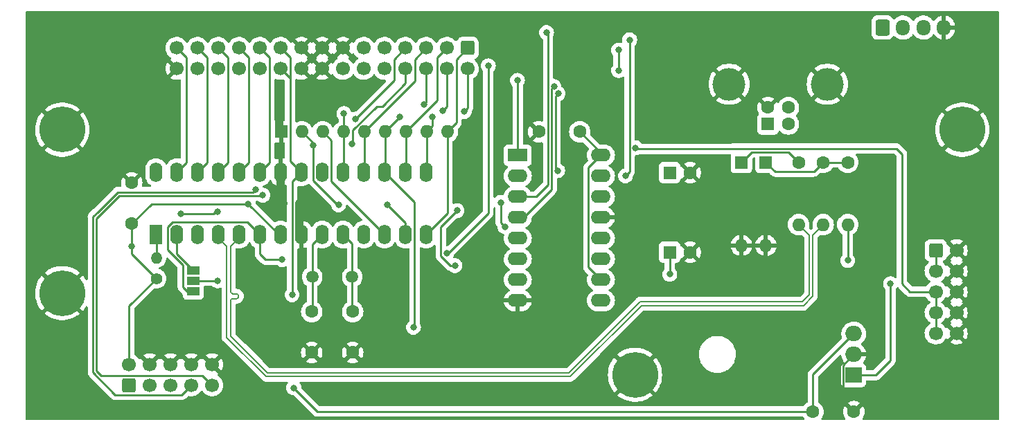
<source format=gbr>
%TF.GenerationSoftware,KiCad,Pcbnew,(6.0.4)*%
%TF.CreationDate,2023-02-09T14:30:41+01:00*%
%TF.ProjectId,Processor_Board,50726f63-6573-4736-9f72-5f426f617264,rev?*%
%TF.SameCoordinates,Original*%
%TF.FileFunction,Copper,L1,Top*%
%TF.FilePolarity,Positive*%
%FSLAX46Y46*%
G04 Gerber Fmt 4.6, Leading zero omitted, Abs format (unit mm)*
G04 Created by KiCad (PCBNEW (6.0.4)) date 2023-02-09 14:30:41*
%MOMM*%
%LPD*%
G01*
G04 APERTURE LIST*
G04 Aperture macros list*
%AMRoundRect*
0 Rectangle with rounded corners*
0 $1 Rounding radius*
0 $2 $3 $4 $5 $6 $7 $8 $9 X,Y pos of 4 corners*
0 Add a 4 corners polygon primitive as box body*
4,1,4,$2,$3,$4,$5,$6,$7,$8,$9,$2,$3,0*
0 Add four circle primitives for the rounded corners*
1,1,$1+$1,$2,$3*
1,1,$1+$1,$4,$5*
1,1,$1+$1,$6,$7*
1,1,$1+$1,$8,$9*
0 Add four rect primitives between the rounded corners*
20,1,$1+$1,$2,$3,$4,$5,0*
20,1,$1+$1,$4,$5,$6,$7,0*
20,1,$1+$1,$6,$7,$8,$9,0*
20,1,$1+$1,$8,$9,$2,$3,0*%
G04 Aperture macros list end*
%TA.AperFunction,ComponentPad*%
%ADD10R,1.600000X1.600000*%
%TD*%
%TA.AperFunction,ComponentPad*%
%ADD11C,1.600000*%
%TD*%
%TA.AperFunction,ComponentPad*%
%ADD12RoundRect,0.250000X-0.600000X-0.725000X0.600000X-0.725000X0.600000X0.725000X-0.600000X0.725000X0*%
%TD*%
%TA.AperFunction,ComponentPad*%
%ADD13O,1.700000X1.950000*%
%TD*%
%TA.AperFunction,SMDPad,CuDef*%
%ADD14R,1.500000X1.000000*%
%TD*%
%TA.AperFunction,ComponentPad*%
%ADD15O,1.600000X1.600000*%
%TD*%
%TA.AperFunction,ComponentPad*%
%ADD16C,5.600000*%
%TD*%
%TA.AperFunction,ComponentPad*%
%ADD17C,1.400000*%
%TD*%
%TA.AperFunction,ComponentPad*%
%ADD18O,1.400000X1.400000*%
%TD*%
%TA.AperFunction,ComponentPad*%
%ADD19RoundRect,0.250000X-0.600000X0.600000X-0.600000X-0.600000X0.600000X-0.600000X0.600000X0.600000X0*%
%TD*%
%TA.AperFunction,ComponentPad*%
%ADD20C,1.700000*%
%TD*%
%TA.AperFunction,ComponentPad*%
%ADD21R,2.000000X1.905000*%
%TD*%
%TA.AperFunction,ComponentPad*%
%ADD22O,2.000000X1.905000*%
%TD*%
%TA.AperFunction,ComponentPad*%
%ADD23RoundRect,0.250000X0.600000X-0.600000X0.600000X0.600000X-0.600000X0.600000X-0.600000X-0.600000X0*%
%TD*%
%TA.AperFunction,ComponentPad*%
%ADD24C,1.500000*%
%TD*%
%TA.AperFunction,ComponentPad*%
%ADD25RoundRect,0.250000X-0.600000X-0.600000X0.600000X-0.600000X0.600000X0.600000X-0.600000X0.600000X0*%
%TD*%
%TA.AperFunction,ComponentPad*%
%ADD26C,4.000000*%
%TD*%
%TA.AperFunction,ComponentPad*%
%ADD27R,2.400000X1.600000*%
%TD*%
%TA.AperFunction,ComponentPad*%
%ADD28O,2.400000X1.600000*%
%TD*%
%TA.AperFunction,ComponentPad*%
%ADD29R,1.600000X2.400000*%
%TD*%
%TA.AperFunction,ComponentPad*%
%ADD30O,1.600000X2.400000*%
%TD*%
%TA.AperFunction,ViaPad*%
%ADD31C,0.800000*%
%TD*%
%TA.AperFunction,Conductor*%
%ADD32C,1.000000*%
%TD*%
%TA.AperFunction,Conductor*%
%ADD33C,0.250000*%
%TD*%
%TA.AperFunction,Conductor*%
%ADD34C,0.200000*%
%TD*%
G04 APERTURE END LIST*
D10*
%TO.P,C7,1*%
%TO.N,+5V*%
X114250000Y-135250000D03*
D11*
%TO.P,C7,2*%
%TO.N,GND*%
X116750000Y-135250000D03*
%TD*%
D10*
%TO.P,C6,1*%
%TO.N,+5VA*%
X114250000Y-145000000D03*
D11*
%TO.P,C6,2*%
%TO.N,GND*%
X116750000Y-145000000D03*
%TD*%
D12*
%TO.P,J5,1,Pin_1*%
%TO.N,RS232_RX{slash}SER*%
X140250000Y-117500000D03*
D13*
%TO.P,J5,2,Pin_2*%
%TO.N,~{RESET}*%
X142750000Y-117500000D03*
%TO.P,J5,3,Pin_3*%
%TO.N,RS232_TX*%
X145250000Y-117500000D03*
%TO.P,J5,4,Pin_4*%
%TO.N,GND*%
X147750000Y-117500000D03*
%TD*%
D14*
%TO.P,JP1,1,A*%
%TO.N,USB_INT{slash}SER*%
X56000000Y-149800000D03*
%TO.P,JP1,2,C*%
%TO.N,Net-(JP1-Pad2)*%
X56000000Y-148500000D03*
%TO.P,JP1,3,B*%
%TO.N,RS232_RX{slash}SER*%
X56000000Y-147200000D03*
%TD*%
D11*
%TO.P,R2,1*%
%TO.N,/#USB_D+*%
X136000000Y-134000000D03*
D15*
%TO.P,R2,2*%
%TO.N,USB_INT{slash}SER*%
X136000000Y-141620000D03*
%TD*%
D16*
%TO.P,H3,1,1*%
%TO.N,GND*%
X110000000Y-160000000D03*
%TD*%
D17*
%TO.P,R1,1*%
%TO.N,+5V*%
X51500000Y-148220000D03*
D18*
%TO.P,R1,2*%
%TO.N,~{RESET}*%
X51500000Y-145680000D03*
%TD*%
D10*
%TO.P,D1,1,K*%
%TO.N,/#USB_D-*%
X123000000Y-134000000D03*
D15*
%TO.P,D1,2,A*%
%TO.N,GND*%
X123000000Y-144160000D03*
%TD*%
D19*
%TO.P,J1,1,Pin_1*%
%TO.N,MATRIX_1*%
X89560000Y-120000000D03*
D20*
%TO.P,J1,2,Pin_2*%
%TO.N,MATRIX_2*%
X89560000Y-122540000D03*
%TO.P,J1,3,Pin_3*%
%TO.N,MATRIX_3*%
X87020000Y-120000000D03*
%TO.P,J1,4,Pin_4*%
%TO.N,ICSP_MOSI*%
X87020000Y-122540000D03*
%TO.P,J1,5,Pin_5*%
%TO.N,ICSP_MISO*%
X84480000Y-120000000D03*
%TO.P,J1,6,Pin_6*%
%TO.N,ICSP_SCK*%
X84480000Y-122540000D03*
%TO.P,J1,7,Pin_7*%
%TO.N,MATRIX_7*%
X81940000Y-120000000D03*
%TO.P,J1,8,Pin_8*%
%TO.N,MATRIX_8*%
X81940000Y-122540000D03*
%TO.P,J1,9,Pin_9*%
%TO.N,MATRIX_A*%
X79400000Y-120000000D03*
%TO.P,J1,10,Pin_10*%
%TO.N,MATRIX_B*%
X79400000Y-122540000D03*
%TO.P,J1,11,Pin_11*%
%TO.N,MATRIX_D*%
X76860000Y-120000000D03*
%TO.P,J1,12,Pin_12*%
%TO.N,MATRIX_E*%
X76860000Y-122540000D03*
%TO.P,J1,13,Pin_13*%
%TO.N,GND*%
X74320000Y-120000000D03*
%TO.P,J1,14,Pin_14*%
%TO.N,MATRIX_C*%
X74320000Y-122540000D03*
%TO.P,J1,15,Pin_15*%
%TO.N,GND*%
X71780000Y-120000000D03*
%TO.P,J1,16,Pin_16*%
X71780000Y-122540000D03*
%TO.P,J1,17,Pin_17*%
X69240000Y-120000000D03*
%TO.P,J1,18,Pin_18*%
X69240000Y-122540000D03*
%TO.P,J1,19,Pin_19*%
%TO.N,+5VA*%
X66700000Y-120000000D03*
%TO.P,J1,20,Pin_20*%
X66700000Y-122540000D03*
%TO.P,J1,21,Pin_21*%
%TO.N,ANALOG_1*%
X64160000Y-120000000D03*
%TO.P,J1,22,Pin_22*%
%TO.N,GND*%
X64160000Y-122540000D03*
%TO.P,J1,23,Pin_23*%
%TO.N,ANALOG_2*%
X61620000Y-120000000D03*
%TO.P,J1,24,Pin_24*%
%TO.N,GND*%
X61620000Y-122540000D03*
%TO.P,J1,25,Pin_25*%
%TO.N,ANALOG_3*%
X59080000Y-120000000D03*
%TO.P,J1,26,Pin_26*%
%TO.N,GND*%
X59080000Y-122540000D03*
%TO.P,J1,27,Pin_27*%
%TO.N,ANALOG_4*%
X56540000Y-120000000D03*
%TO.P,J1,28,Pin_28*%
%TO.N,GND*%
X56540000Y-122540000D03*
%TO.P,J1,29,Pin_29*%
%TO.N,ANALOG_5*%
X54000000Y-120000000D03*
%TO.P,J1,30,Pin_30*%
%TO.N,GND*%
X54000000Y-122540000D03*
%TD*%
D21*
%TO.P,U2,1,IN*%
%TO.N,+12V*%
X136730000Y-160040000D03*
D22*
%TO.P,U2,2,GND*%
%TO.N,GND*%
X136730000Y-157500000D03*
%TO.P,U2,3,OUT*%
%TO.N,+5VA*%
X136730000Y-154960000D03*
%TD*%
D23*
%TO.P,J3,1,Pin_1*%
%TO.N,ICSP_MOSI*%
X48170000Y-161252500D03*
D20*
%TO.P,J3,2,Pin_2*%
%TO.N,+5V*%
X48170000Y-158712500D03*
%TO.P,J3,3,Pin_3*%
%TO.N,unconnected-(J3-Pad3)*%
X50710000Y-161252500D03*
%TO.P,J3,4,Pin_4*%
%TO.N,GND*%
X50710000Y-158712500D03*
%TO.P,J3,5,Pin_5*%
%TO.N,~{RESET}*%
X53250000Y-161252500D03*
%TO.P,J3,6,Pin_6*%
%TO.N,GND*%
X53250000Y-158712500D03*
%TO.P,J3,7,Pin_7*%
%TO.N,ICSP_SCK*%
X55790000Y-161252500D03*
%TO.P,J3,8,Pin_8*%
%TO.N,GND*%
X55790000Y-158712500D03*
%TO.P,J3,9,Pin_9*%
%TO.N,ICSP_MISO*%
X58330000Y-161252500D03*
%TO.P,J3,10,Pin_10*%
%TO.N,GND*%
X58330000Y-158712500D03*
%TD*%
D16*
%TO.P,H4,1,1*%
%TO.N,GND*%
X40000000Y-150000000D03*
%TD*%
D11*
%TO.P,C4,1*%
%TO.N,+5V*%
X48500000Y-141500000D03*
%TO.P,C4,2*%
%TO.N,GND*%
X48500000Y-136500000D03*
%TD*%
D10*
%TO.P,RN1,1,common*%
%TO.N,GND*%
X66750000Y-130250000D03*
D15*
%TO.P,RN1,2,R1*%
%TO.N,MATRIX_8*%
X69290000Y-130250000D03*
%TO.P,RN1,3,R2*%
%TO.N,MATRIX_7*%
X71830000Y-130250000D03*
%TO.P,RN1,4,R3*%
%TO.N,ICSP_SCK*%
X74370000Y-130250000D03*
%TO.P,RN1,5,R4*%
%TO.N,ICSP_MISO*%
X76910000Y-130250000D03*
%TO.P,RN1,6,R5*%
%TO.N,ICSP_MOSI*%
X79450000Y-130250000D03*
%TO.P,RN1,7,R6*%
%TO.N,MATRIX_3*%
X81990000Y-130250000D03*
%TO.P,RN1,8,R7*%
%TO.N,MATRIX_2*%
X84530000Y-130250000D03*
%TO.P,RN1,9,R8*%
%TO.N,MATRIX_1*%
X87070000Y-130250000D03*
%TD*%
D11*
%TO.P,C5,1*%
%TO.N,+5VA*%
X131750000Y-164500000D03*
%TO.P,C5,2*%
%TO.N,GND*%
X136750000Y-164500000D03*
%TD*%
D16*
%TO.P,H1,1,1*%
%TO.N,GND*%
X40000000Y-130000000D03*
%TD*%
D24*
%TO.P,Y1,1,1*%
%TO.N,Net-(C3-Pad2)*%
X75450000Y-148000000D03*
%TO.P,Y1,2,2*%
%TO.N,Net-(C2-Pad2)*%
X70550000Y-148000000D03*
%TD*%
D25*
%TO.P,J4,1,Pin_1*%
%TO.N,+12V*%
X146750000Y-144750000D03*
D20*
%TO.P,J4,2,Pin_2*%
%TO.N,GND*%
X149290000Y-144750000D03*
%TO.P,J4,3,Pin_3*%
%TO.N,+12V*%
X146750000Y-147290000D03*
%TO.P,J4,4,Pin_4*%
%TO.N,GND*%
X149290000Y-147290000D03*
%TO.P,J4,5,Pin_5*%
%TO.N,+5V*%
X146750000Y-149830000D03*
%TO.P,J4,6,Pin_6*%
%TO.N,GND*%
X149290000Y-149830000D03*
%TO.P,J4,7,Pin_7*%
%TO.N,+5V*%
X146750000Y-152370000D03*
%TO.P,J4,8,Pin_8*%
%TO.N,GND*%
X149290000Y-152370000D03*
%TO.P,J4,9,Pin_9*%
%TO.N,+5V*%
X146750000Y-154910000D03*
%TO.P,J4,10,Pin_10*%
%TO.N,GND*%
X149290000Y-154910000D03*
%TD*%
D10*
%TO.P,J2,1,VBUS*%
%TO.N,unconnected-(J2-Pad1)*%
X126250000Y-129287500D03*
D11*
%TO.P,J2,2,D-*%
%TO.N,/#USB_D-*%
X128750000Y-129287500D03*
%TO.P,J2,3,D+*%
%TO.N,/#USB_D+*%
X128750000Y-127287500D03*
%TO.P,J2,4,GND*%
%TO.N,GND*%
X126250000Y-127287500D03*
D26*
%TO.P,J2,5,Shield*%
X133500000Y-124427500D03*
X121500000Y-124427500D03*
%TD*%
D11*
%TO.P,R3,1*%
%TO.N,/#USB_D+*%
X133000000Y-134000000D03*
D15*
%TO.P,R3,2*%
%TO.N,USB_D+*%
X133000000Y-141620000D03*
%TD*%
D11*
%TO.P,C2,1*%
%TO.N,GND*%
X70500000Y-157250000D03*
%TO.P,C2,2*%
%TO.N,Net-(C2-Pad2)*%
X70500000Y-152250000D03*
%TD*%
D27*
%TO.P,U3,1,QB*%
%TO.N,MATRIX_B*%
X95675000Y-133125000D03*
D28*
%TO.P,U3,2,QC*%
%TO.N,MATRIX_C*%
X95675000Y-135665000D03*
%TO.P,U3,3,QD*%
%TO.N,MATRIX_D*%
X95675000Y-138205000D03*
%TO.P,U3,4,QE*%
%TO.N,MATRIX_E*%
X95675000Y-140745000D03*
%TO.P,U3,5,QF*%
%TO.N,unconnected-(U3-Pad5)*%
X95675000Y-143285000D03*
%TO.P,U3,6,QG*%
%TO.N,unconnected-(U3-Pad6)*%
X95675000Y-145825000D03*
%TO.P,U3,7,QH*%
%TO.N,unconnected-(U3-Pad7)*%
X95675000Y-148365000D03*
%TO.P,U3,8,GND*%
%TO.N,GND*%
X95675000Y-150905000D03*
%TO.P,U3,9,QH'*%
%TO.N,unconnected-(U3-Pad9)*%
X105835000Y-150905000D03*
%TO.P,U3,10,~{SRCLR}*%
%TO.N,+5V*%
X105835000Y-148365000D03*
%TO.P,U3,11,SRCLK*%
%TO.N,Net-(U1-Pad11)*%
X105835000Y-145825000D03*
%TO.P,U3,12,RCLK*%
%TO.N,Net-(U1-Pad28)*%
X105835000Y-143285000D03*
%TO.P,U3,13,~{OE}*%
%TO.N,GND*%
X105835000Y-140745000D03*
%TO.P,U3,14,SER*%
%TO.N,Net-(JP1-Pad2)*%
X105835000Y-138205000D03*
%TO.P,U3,15,QA*%
%TO.N,MATRIX_A*%
X105835000Y-135665000D03*
%TO.P,U3,16,VCC*%
%TO.N,+5V*%
X105835000Y-133125000D03*
%TD*%
D11*
%TO.P,C3,1*%
%TO.N,GND*%
X75500000Y-157250000D03*
%TO.P,C3,2*%
%TO.N,Net-(C3-Pad2)*%
X75500000Y-152250000D03*
%TD*%
%TO.P,C1,1*%
%TO.N,+5V*%
X103250000Y-130250000D03*
%TO.P,C1,2*%
%TO.N,GND*%
X98250000Y-130250000D03*
%TD*%
D16*
%TO.P,H2,1,1*%
%TO.N,GND*%
X150000000Y-130000000D03*
%TD*%
D11*
%TO.P,R4,1*%
%TO.N,/#USB_D-*%
X130000000Y-134000000D03*
D15*
%TO.P,R4,2*%
%TO.N,USB_D-*%
X130000000Y-141620000D03*
%TD*%
D10*
%TO.P,D2,1,K*%
%TO.N,/#USB_D+*%
X126000000Y-134000000D03*
D15*
%TO.P,D2,2,A*%
%TO.N,GND*%
X126000000Y-144160000D03*
%TD*%
D29*
%TO.P,U1,1,PC6/~{RESET}*%
%TO.N,~{RESET}*%
X51460000Y-142825000D03*
D30*
%TO.P,U1,2,PD0*%
%TO.N,RS232_RX{slash}SER*%
X54000000Y-142825000D03*
%TO.P,U1,3,PD1*%
%TO.N,RS232_TX*%
X56540000Y-142825000D03*
%TO.P,U1,4,PD2*%
%TO.N,USB_D+*%
X59080000Y-142825000D03*
%TO.P,U1,5,PD3*%
%TO.N,USB_D-*%
X61620000Y-142825000D03*
%TO.P,U1,6,PD4*%
%TO.N,USB_INT{slash}SER*%
X64160000Y-142825000D03*
%TO.P,U1,7,VCC*%
%TO.N,+5V*%
X66700000Y-142825000D03*
%TO.P,U1,8,GND*%
%TO.N,GND*%
X69240000Y-142825000D03*
%TO.P,U1,9,PB6/XTAL1*%
%TO.N,Net-(C2-Pad2)*%
X71780000Y-142825000D03*
%TO.P,U1,10,PB7/XTAL2*%
%TO.N,Net-(C3-Pad2)*%
X74320000Y-142825000D03*
%TO.P,U1,11,PD5*%
%TO.N,Net-(U1-Pad11)*%
X76860000Y-142825000D03*
%TO.P,U1,12,PD6*%
%TO.N,MATRIX_7*%
X79400000Y-142825000D03*
%TO.P,U1,13,PD7*%
%TO.N,MATRIX_8*%
X81940000Y-142825000D03*
%TO.P,U1,14,PB0*%
%TO.N,MATRIX_1*%
X84480000Y-142825000D03*
%TO.P,U1,15,PB1*%
%TO.N,MATRIX_2*%
X84480000Y-135205000D03*
%TO.P,U1,16,PB2*%
%TO.N,MATRIX_3*%
X81940000Y-135205000D03*
%TO.P,U1,17,PB3*%
%TO.N,ICSP_MOSI*%
X79400000Y-135205000D03*
%TO.P,U1,18,PB4*%
%TO.N,ICSP_MISO*%
X76860000Y-135205000D03*
%TO.P,U1,19,PB5*%
%TO.N,ICSP_SCK*%
X74320000Y-135205000D03*
%TO.P,U1,20,AVCC*%
%TO.N,+5VA*%
X71780000Y-135205000D03*
%TO.P,U1,21,AREF*%
X69240000Y-135205000D03*
%TO.P,U1,22,AGND*%
%TO.N,GND*%
X66700000Y-135205000D03*
%TO.P,U1,23,PC0*%
%TO.N,ANALOG_1*%
X64160000Y-135205000D03*
%TO.P,U1,24,PC1*%
%TO.N,ANALOG_2*%
X61620000Y-135205000D03*
%TO.P,U1,25,PC2*%
%TO.N,ANALOG_3*%
X59080000Y-135205000D03*
%TO.P,U1,26,PC3*%
%TO.N,ANALOG_4*%
X56540000Y-135205000D03*
%TO.P,U1,27,PC4*%
%TO.N,ANALOG_5*%
X54000000Y-135205000D03*
%TO.P,U1,28,PC5*%
%TO.N,Net-(U1-Pad28)*%
X51460000Y-135205000D03*
%TD*%
D31*
%TO.N,GND*%
X67000000Y-139000000D03*
X69000000Y-139000000D03*
X66500000Y-125750000D03*
%TO.N,+5VA*%
X114250000Y-147674020D03*
%TO.N,RS232_RX{slash}SER*%
X108000000Y-122750000D03*
X59000000Y-140000000D03*
X54500000Y-140250000D03*
X108000000Y-120250000D03*
%TO.N,Net-(JP1-Pad2)*%
X88000000Y-146624500D03*
X59000000Y-148500000D03*
X88250000Y-139895460D03*
%TO.N,+5V*%
X48500000Y-144286000D03*
X110071500Y-132207000D03*
X62738000Y-139065000D03*
%TO.N,+5VA*%
X68100000Y-150200000D03*
X68300000Y-161600000D03*
%TO.N,MATRIX_2*%
X89154000Y-127762000D03*
X85217000Y-128397000D03*
%TO.N,ICSP_MOSI*%
X86487000Y-127672500D03*
X81280000Y-128397000D03*
X82931000Y-154178000D03*
%TO.N,ICSP_MISO*%
X64516000Y-138011500D03*
%TO.N,ICSP_SCK*%
X74422000Y-128016000D03*
X84201000Y-126947989D03*
X63627000Y-137287000D03*
%TO.N,MATRIX_7*%
X75856551Y-128688551D03*
%TO.N,MATRIX_8*%
X75438000Y-131699000D03*
X70655480Y-131909520D03*
X73787000Y-139192000D03*
X79756000Y-139192000D03*
%TO.N,MATRIX_A*%
X109347000Y-118999000D03*
X108839000Y-135636000D03*
%TO.N,MATRIX_B*%
X95631000Y-123952000D03*
%TO.N,MATRIX_D*%
X99187000Y-118100989D03*
%TO.N,MATRIX_C*%
X100606857Y-125574870D03*
X100548531Y-135001000D03*
%TO.N,MATRIX_E*%
X100099011Y-124714000D03*
%TO.N,+12V*%
X141224000Y-148844000D03*
%TO.N,RS232_TX*%
X92075000Y-122174000D03*
X86995000Y-145134020D03*
%TO.N,USB_INT{slash}SER*%
X66900000Y-145900000D03*
X136000000Y-146000000D03*
%TO.N,Net-(U1-Pad28)*%
X94117520Y-141869520D03*
X93599000Y-138895980D03*
%TD*%
D32*
%TO.N,GND*%
X69000000Y-139000000D02*
X69000000Y-142585000D01*
X66700000Y-138700000D02*
X67000000Y-139000000D01*
X69000000Y-142585000D02*
X69240000Y-142825000D01*
X66700000Y-135205000D02*
X66700000Y-138700000D01*
X66500000Y-130000000D02*
X66750000Y-130250000D01*
X66500000Y-125750000D02*
X66500000Y-130000000D01*
D33*
%TO.N,+5VA*%
X114250000Y-147674020D02*
X114250000Y-145000000D01*
%TO.N,RS232_RX{slash}SER*%
X108000000Y-122750000D02*
X108000000Y-120250000D01*
X58750000Y-140000000D02*
X59000000Y-140000000D01*
X58500000Y-140250000D02*
X58750000Y-140000000D01*
X54500000Y-140250000D02*
X58500000Y-140250000D01*
%TO.N,USB_INT{slash}SER*%
X54750000Y-149250000D02*
X55300000Y-149800000D01*
X54750000Y-146585718D02*
X54750000Y-149250000D01*
X52875480Y-144711198D02*
X54750000Y-146585718D01*
X55300000Y-149800000D02*
X56000000Y-149800000D01*
X52875480Y-141874520D02*
X52875480Y-144711198D01*
X53449520Y-141300480D02*
X52875480Y-141874520D01*
X62635480Y-141300480D02*
X53449520Y-141300480D01*
X64160000Y-142825000D02*
X62635480Y-141300480D01*
%TO.N,Net-(JP1-Pad2)*%
X86270489Y-141874971D02*
X88250000Y-139895460D01*
X86270489Y-145434123D02*
X86270489Y-141874971D01*
X87460866Y-146624500D02*
X86270489Y-145434123D01*
X88000000Y-146624500D02*
X87460866Y-146624500D01*
X56000000Y-148500000D02*
X59000000Y-148500000D01*
%TO.N,RS232_RX{slash}SER*%
X54000000Y-145200000D02*
X56000000Y-147200000D01*
X54000000Y-142825000D02*
X54000000Y-145200000D01*
%TO.N,+5V*%
X110198500Y-132334000D02*
X110071500Y-132207000D01*
X48500000Y-141500000D02*
X48500000Y-144286000D01*
X48170000Y-158712500D02*
X48170000Y-151550000D01*
X48500000Y-144286000D02*
X48500000Y-145220000D01*
X104310480Y-134649520D02*
X105835000Y-133125000D01*
X50935000Y-139065000D02*
X48500000Y-141500000D01*
X121920000Y-132334000D02*
X110198500Y-132334000D01*
X62738000Y-139065000D02*
X66498000Y-142825000D01*
X105835000Y-148365000D02*
X104310480Y-146840480D01*
X143607000Y-149830000D02*
X146750000Y-149830000D01*
X62738000Y-139065000D02*
X50935000Y-139065000D01*
X103250000Y-130250000D02*
X105835000Y-132835000D01*
X142621000Y-132969000D02*
X142621000Y-148844000D01*
X121953520Y-132300480D02*
X121920000Y-132334000D01*
X105835000Y-132835000D02*
X105835000Y-133125000D01*
X48500000Y-145220000D02*
X51500000Y-148220000D01*
X146750000Y-152370000D02*
X146750000Y-154910000D01*
X142621000Y-148844000D02*
X143607000Y-149830000D01*
X142621000Y-132969000D02*
X141952480Y-132300480D01*
X141952480Y-132300480D02*
X121953520Y-132300480D01*
X48170000Y-151550000D02*
X51500000Y-148220000D01*
X146750000Y-149830000D02*
X146750000Y-152370000D01*
X104310480Y-146840480D02*
X104310480Y-134649520D01*
X66498000Y-142825000D02*
X66700000Y-142825000D01*
%TO.N,GND*%
X135405489Y-158824511D02*
X135405489Y-163155489D01*
X135405489Y-163155489D02*
X136750000Y-164500000D01*
X136730000Y-157500000D02*
X135405489Y-158824511D01*
%TO.N,+5VA*%
X68115480Y-136329520D02*
X68115480Y-150184520D01*
X66700000Y-120000000D02*
X67874511Y-121174511D01*
X68300000Y-161600000D02*
X71200000Y-164500000D01*
X69240000Y-135205000D02*
X68115480Y-136329520D01*
X67874511Y-123627511D02*
X67874511Y-133839511D01*
X66700000Y-122540000D02*
X67787511Y-123627511D01*
X131750000Y-159940000D02*
X131750000Y-164500000D01*
X67874511Y-133839511D02*
X69240000Y-135205000D01*
X136730000Y-154960000D02*
X131750000Y-159940000D01*
X67874511Y-121174511D02*
X67874511Y-123627511D01*
X71200000Y-164500000D02*
X131750000Y-164500000D01*
X68115480Y-150184520D02*
X68100000Y-150200000D01*
X67787511Y-123627511D02*
X67874511Y-123627511D01*
%TO.N,MATRIX_1*%
X88194511Y-129125489D02*
X88194511Y-121365489D01*
X88194511Y-121365489D02*
X89560000Y-120000000D01*
X87070000Y-130250000D02*
X87070000Y-140235000D01*
X87070000Y-140235000D02*
X84480000Y-142825000D01*
X87070000Y-130250000D02*
X88194511Y-129125489D01*
%TO.N,MATRIX_2*%
X89560000Y-127356000D02*
X89154000Y-127762000D01*
X84530000Y-135155000D02*
X84480000Y-135205000D01*
X85217000Y-128397000D02*
X85217000Y-129563000D01*
X84530000Y-130250000D02*
X84530000Y-135155000D01*
X85217000Y-129563000D02*
X84530000Y-130250000D01*
X89560000Y-122540000D02*
X89560000Y-127356000D01*
%TO.N,MATRIX_3*%
X87020000Y-120000000D02*
X85845489Y-121174511D01*
X81990000Y-135155000D02*
X81940000Y-135205000D01*
X85845489Y-126394511D02*
X81990000Y-130250000D01*
X81990000Y-130250000D02*
X81990000Y-135155000D01*
X85845489Y-121174511D02*
X85845489Y-126394511D01*
%TO.N,ICSP_MOSI*%
X81280000Y-128420000D02*
X79450000Y-130250000D01*
X87020000Y-127139500D02*
X86487000Y-127672500D01*
X83064520Y-138869520D02*
X79400000Y-135205000D01*
X82931000Y-154178000D02*
X83064520Y-154044480D01*
X79450000Y-135155000D02*
X79400000Y-135205000D01*
X79450000Y-130250000D02*
X79450000Y-135155000D01*
X81280000Y-128397000D02*
X81280000Y-128420000D01*
X87020000Y-122540000D02*
X87020000Y-127139500D01*
X83064520Y-154044480D02*
X83064520Y-138869520D01*
%TO.N,ICSP_MISO*%
X44196000Y-159512000D02*
X44761980Y-160077980D01*
X64516000Y-138011500D02*
X64453469Y-138074031D01*
X64453469Y-138074031D02*
X46965687Y-138074031D01*
X44196000Y-140843718D02*
X44196000Y-159512000D01*
X57155480Y-160077980D02*
X58330000Y-161252500D01*
X76910000Y-130250000D02*
X76910000Y-135155000D01*
X83114511Y-124045489D02*
X76910000Y-130250000D01*
X44761980Y-160077980D02*
X57155480Y-160077980D01*
X76910000Y-135155000D02*
X76860000Y-135205000D01*
X83114511Y-121365489D02*
X83114511Y-124045489D01*
X84480000Y-120000000D02*
X83114511Y-121365489D01*
X46965687Y-138074031D02*
X44196000Y-140843718D01*
%TO.N,ICSP_SCK*%
X84480000Y-126668989D02*
X84201000Y-126947989D01*
X74370000Y-130250000D02*
X74370000Y-135155000D01*
X74370000Y-135155000D02*
X74320000Y-135205000D01*
X74422000Y-130198000D02*
X74370000Y-130250000D01*
X46481283Y-162433000D02*
X54609500Y-162433000D01*
X54609500Y-162433000D02*
X55790000Y-161252500D01*
X44577000Y-139827000D02*
X44323000Y-140081000D01*
X63289489Y-137624511D02*
X46779489Y-137624511D01*
X43746480Y-140657521D02*
X43746480Y-159698197D01*
X74422000Y-128016000D02*
X74422000Y-130198000D01*
X43746480Y-159698197D02*
X46481283Y-162433000D01*
X63627000Y-137287000D02*
X63289489Y-137624511D01*
X46779489Y-137624511D02*
X44577000Y-139827000D01*
X84480000Y-122540000D02*
X84480000Y-126668989D01*
X44577000Y-139827000D02*
X43746480Y-140657521D01*
%TO.N,MATRIX_7*%
X72904520Y-131324520D02*
X72904520Y-136329520D01*
X80574511Y-123970591D02*
X75856551Y-128688551D01*
X80574511Y-121365489D02*
X80574511Y-123970591D01*
X72904520Y-136329520D02*
X79400000Y-142825000D01*
X71830000Y-130250000D02*
X72904520Y-131324520D01*
X81940000Y-120000000D02*
X80574511Y-121365489D01*
%TO.N,MATRIX_8*%
X73660000Y-139192000D02*
X73787000Y-139192000D01*
X70655480Y-131615480D02*
X70655480Y-131909520D01*
X75494511Y-130075189D02*
X75494511Y-131642489D01*
X79756000Y-139192000D02*
X81940000Y-141376000D01*
X73533000Y-139065000D02*
X73660000Y-139192000D01*
X78442700Y-127127000D02*
X75494511Y-130075189D01*
X70655480Y-131909520D02*
X70655480Y-136187480D01*
X75494511Y-131642489D02*
X75438000Y-131699000D01*
X70655480Y-136187480D02*
X73533000Y-139065000D01*
X81940000Y-122540000D02*
X81940000Y-124308000D01*
X69290000Y-130250000D02*
X70655480Y-131615480D01*
X81940000Y-124308000D02*
X79121000Y-127127000D01*
X81940000Y-141376000D02*
X81940000Y-142825000D01*
X79121000Y-127127000D02*
X78442700Y-127127000D01*
%TO.N,MATRIX_A*%
X109347000Y-118999000D02*
X109347000Y-135128000D01*
X109347000Y-135128000D02*
X108839000Y-135636000D01*
%TO.N,MATRIX_B*%
X95631000Y-123952000D02*
X95675000Y-123996000D01*
X95675000Y-123996000D02*
X95675000Y-133125000D01*
%TO.N,MATRIX_D*%
X95675000Y-138205000D02*
X97888000Y-138205000D01*
X99374511Y-136718489D02*
X97917000Y-138176000D01*
X97888000Y-138205000D02*
X97917000Y-138176000D01*
X99187000Y-118100989D02*
X99374511Y-118288500D01*
X99374511Y-118288500D02*
X99374511Y-136718489D01*
%TO.N,MATRIX_C*%
X100273551Y-125908176D02*
X100273551Y-127635000D01*
X100606857Y-125574870D02*
X100273551Y-125908176D01*
X100273551Y-134726020D02*
X100548531Y-135001000D01*
X100273551Y-127635000D02*
X100273551Y-134726020D01*
%TO.N,ANALOG_1*%
X65334511Y-134030489D02*
X64160000Y-135205000D01*
X64160000Y-120000000D02*
X65334511Y-121174511D01*
X65334511Y-121174511D02*
X65334511Y-134030489D01*
%TO.N,ANALOG_2*%
X61620000Y-120000000D02*
X62794511Y-121174511D01*
X62794511Y-121174511D02*
X62794511Y-134030489D01*
X62794511Y-134030489D02*
X61620000Y-135205000D01*
%TO.N,ANALOG_3*%
X59080000Y-120000000D02*
X60254511Y-121174511D01*
X60254511Y-121174511D02*
X60254511Y-134030489D01*
X60254511Y-134030489D02*
X59080000Y-135205000D01*
%TO.N,ANALOG_4*%
X57714511Y-134030489D02*
X56540000Y-135205000D01*
X56540000Y-120000000D02*
X57714511Y-121174511D01*
X57714511Y-121174511D02*
X57714511Y-134030489D01*
%TO.N,ANALOG_5*%
X55174511Y-121174511D02*
X54000000Y-120000000D01*
X54000000Y-135205000D02*
X55174511Y-134030489D01*
X55174511Y-134030489D02*
X55174511Y-121174511D01*
%TO.N,MATRIX_E*%
X96372614Y-140745000D02*
X95675000Y-140745000D01*
X100099011Y-124714000D02*
X99824031Y-124988980D01*
X99824031Y-124988980D02*
X99824031Y-137293583D01*
X99824031Y-137293583D02*
X96372614Y-140745000D01*
%TO.N,~{RESET}*%
X51500000Y-142865000D02*
X51460000Y-142825000D01*
X51500000Y-145680000D02*
X51500000Y-142865000D01*
%TO.N,+12V*%
X146750000Y-147290000D02*
X146750000Y-144750000D01*
X141224000Y-148844000D02*
X141224000Y-158242000D01*
X139426000Y-160040000D02*
X136730000Y-160040000D01*
X141224000Y-158242000D02*
X139426000Y-160040000D01*
%TO.N,RS232_TX*%
X92075000Y-140208000D02*
X86995000Y-145288000D01*
X56515000Y-142850000D02*
X56540000Y-142825000D01*
X86995000Y-145288000D02*
X86995000Y-145134020D01*
X92075000Y-122174000D02*
X92075000Y-140208000D01*
%TO.N,Net-(C2-Pad2)*%
X70550000Y-148000000D02*
X70550000Y-144055000D01*
X70550000Y-144055000D02*
X71780000Y-142825000D01*
X70550000Y-152200000D02*
X70500000Y-152250000D01*
X70550000Y-148000000D02*
X70550000Y-152200000D01*
%TO.N,Net-(C3-Pad2)*%
X75450000Y-143955000D02*
X74320000Y-142825000D01*
X75450000Y-148000000D02*
X75450000Y-152200000D01*
X75450000Y-148000000D02*
X75450000Y-143955000D01*
X75450000Y-152200000D02*
X75500000Y-152250000D01*
%TO.N,USB_INT{slash}SER*%
X64861480Y-145900000D02*
X66900000Y-145900000D01*
X64160000Y-145198520D02*
X64160000Y-142825000D01*
X64160000Y-145198520D02*
X64861480Y-145900000D01*
X136000000Y-141620000D02*
X136000000Y-146000000D01*
D34*
%TO.N,USB_D+*%
X59080000Y-142825000D02*
X59480000Y-142825000D01*
X131725001Y-142894999D02*
X133000000Y-141620000D01*
X110793200Y-151525000D02*
X130593200Y-151525000D01*
X130593200Y-151525000D02*
X131725001Y-150393199D01*
X102093200Y-160225000D02*
X110793200Y-151525000D01*
X64906800Y-160225000D02*
X102093200Y-160225000D01*
X60125000Y-155443200D02*
X64906800Y-160225000D01*
X59080000Y-143225000D02*
X60125000Y-144270000D01*
X59080000Y-142825000D02*
X59080000Y-143225000D01*
X60125000Y-144270000D02*
X60125000Y-155443200D01*
X131725001Y-150393199D02*
X131725001Y-142894999D01*
%TO.N,USB_D-*%
X60575000Y-144270000D02*
X60575000Y-149775000D01*
X61620000Y-143225000D02*
X60575000Y-144270000D01*
X110606800Y-151075000D02*
X130406800Y-151075000D01*
X60575000Y-150975000D02*
X60575000Y-152225000D01*
X61278111Y-150675000D02*
X60875000Y-150675000D01*
X60575000Y-152225000D02*
X60575000Y-155256800D01*
X60875000Y-150075000D02*
X61278111Y-150075000D01*
X61620000Y-142825000D02*
X61620000Y-143225000D01*
X65093200Y-159775000D02*
X101906800Y-159775000D01*
X131274999Y-142894999D02*
X130000000Y-141620000D01*
X101906800Y-159775000D02*
X110606800Y-151075000D01*
X131274999Y-150206801D02*
X131274999Y-142894999D01*
X61620000Y-142825000D02*
X62020000Y-142825000D01*
X60575000Y-155256800D02*
X65093200Y-159775000D01*
X130406800Y-151075000D02*
X131274999Y-150206801D01*
X60575000Y-150975000D02*
G75*
G02*
X60875000Y-150675000I300000J0D01*
G01*
X61278111Y-150675011D02*
G75*
G03*
X61578111Y-150375000I-11J300011D01*
G01*
X61578100Y-150375000D02*
G75*
G03*
X61278111Y-150075000I-300000J0D01*
G01*
X60875000Y-150075000D02*
G75*
G02*
X60575000Y-149775000I0J300000D01*
G01*
D33*
%TO.N,Net-(U1-Pad28)*%
X93599000Y-141351000D02*
X93599000Y-138895980D01*
X94117520Y-141869520D02*
X93599000Y-141351000D01*
%TO.N,/#USB_D-*%
X128750000Y-132750000D02*
X130000000Y-134000000D01*
X128750000Y-132750000D02*
X124250000Y-132750000D01*
X124250000Y-132750000D02*
X123000000Y-134000000D01*
%TO.N,/#USB_D+*%
X127124511Y-135124511D02*
X131875489Y-135124511D01*
X126000000Y-134000000D02*
X127124511Y-135124511D01*
X131875489Y-135124511D02*
X133000000Y-134000000D01*
X133000000Y-134000000D02*
X136000000Y-134000000D01*
%TD*%
%TA.AperFunction,Conductor*%
%TO.N,GND*%
G36*
X154433621Y-115528502D02*
G01*
X154480114Y-115582158D01*
X154491500Y-115634500D01*
X154491500Y-165365500D01*
X154471498Y-165433621D01*
X154417842Y-165480114D01*
X154365500Y-165491500D01*
X137894561Y-165491500D01*
X137826440Y-165471498D01*
X137779947Y-165417842D01*
X137769843Y-165347568D01*
X137791348Y-165293229D01*
X137883931Y-165161007D01*
X137889414Y-165151511D01*
X137981490Y-164954053D01*
X137985236Y-164943761D01*
X138041625Y-164733312D01*
X138043528Y-164722519D01*
X138062517Y-164505475D01*
X138062517Y-164494525D01*
X138043528Y-164277481D01*
X138041625Y-164266688D01*
X137985236Y-164056239D01*
X137981490Y-164045947D01*
X137889414Y-163848489D01*
X137883931Y-163838994D01*
X137847491Y-163786952D01*
X137837012Y-163778576D01*
X137823566Y-163785644D01*
X136839095Y-164770115D01*
X136776783Y-164804141D01*
X136705968Y-164799076D01*
X136660905Y-164770115D01*
X135675713Y-163784923D01*
X135663938Y-163778493D01*
X135651923Y-163787789D01*
X135616069Y-163838994D01*
X135610586Y-163848489D01*
X135518510Y-164045947D01*
X135514764Y-164056239D01*
X135458375Y-164266688D01*
X135456472Y-164277481D01*
X135437483Y-164494525D01*
X135437483Y-164505475D01*
X135456472Y-164722519D01*
X135458375Y-164733312D01*
X135514764Y-164943761D01*
X135518510Y-164954053D01*
X135610586Y-165151511D01*
X135616069Y-165161007D01*
X135708652Y-165293229D01*
X135731340Y-165360503D01*
X135714055Y-165429364D01*
X135662285Y-165477948D01*
X135605439Y-165491500D01*
X132895171Y-165491500D01*
X132827050Y-165471498D01*
X132780557Y-165417842D01*
X132770453Y-165347568D01*
X132791958Y-165293229D01*
X132887523Y-165156749D01*
X132889846Y-165151767D01*
X132889849Y-165151762D01*
X132981961Y-164954225D01*
X132981961Y-164954224D01*
X132984284Y-164949243D01*
X133024522Y-164799076D01*
X133042119Y-164733402D01*
X133042119Y-164733400D01*
X133043543Y-164728087D01*
X133063498Y-164500000D01*
X133043543Y-164271913D01*
X133006981Y-164135461D01*
X132985707Y-164056067D01*
X132985706Y-164056065D01*
X132984284Y-164050757D01*
X132981961Y-164045775D01*
X132889849Y-163848238D01*
X132889846Y-163848233D01*
X132887523Y-163843251D01*
X132756198Y-163655700D01*
X132594300Y-163493802D01*
X132589792Y-163490645D01*
X132589789Y-163490643D01*
X132478887Y-163412988D01*
X136028576Y-163412988D01*
X136035644Y-163426434D01*
X136737188Y-164127978D01*
X136751132Y-164135592D01*
X136752965Y-164135461D01*
X136759580Y-164131210D01*
X137465077Y-163425713D01*
X137471507Y-163413938D01*
X137462211Y-163401923D01*
X137411006Y-163366069D01*
X137401511Y-163360586D01*
X137204053Y-163268510D01*
X137193761Y-163264764D01*
X136983312Y-163208375D01*
X136972519Y-163206472D01*
X136755475Y-163187483D01*
X136744525Y-163187483D01*
X136527481Y-163206472D01*
X136516688Y-163208375D01*
X136306239Y-163264764D01*
X136295947Y-163268510D01*
X136098489Y-163360586D01*
X136088994Y-163366069D01*
X136036952Y-163402509D01*
X136028576Y-163412988D01*
X132478887Y-163412988D01*
X132437229Y-163383819D01*
X132392901Y-163328362D01*
X132383500Y-163280606D01*
X132383500Y-160254594D01*
X132403502Y-160186473D01*
X132420405Y-160165499D01*
X135013130Y-157572774D01*
X135075442Y-157538748D01*
X135146257Y-157543813D01*
X135203093Y-157586360D01*
X135226775Y-157642810D01*
X135256110Y-157834516D01*
X135258499Y-157844543D01*
X135329898Y-158062988D01*
X135333895Y-158072497D01*
X135440011Y-158276344D01*
X135445500Y-158285061D01*
X135558902Y-158436099D01*
X135583807Y-158502584D01*
X135568814Y-158571980D01*
X135518684Y-158622253D01*
X135502375Y-158629732D01*
X135483295Y-158636885D01*
X135366739Y-158724239D01*
X135279385Y-158840795D01*
X135228255Y-158977184D01*
X135221500Y-159039366D01*
X135221500Y-161040634D01*
X135228255Y-161102816D01*
X135279385Y-161239205D01*
X135366739Y-161355761D01*
X135483295Y-161443115D01*
X135619684Y-161494245D01*
X135681866Y-161501000D01*
X137778134Y-161501000D01*
X137840316Y-161494245D01*
X137976705Y-161443115D01*
X138093261Y-161355761D01*
X138180615Y-161239205D01*
X138231745Y-161102816D01*
X138238500Y-161040634D01*
X138238500Y-160799500D01*
X138258502Y-160731379D01*
X138312158Y-160684886D01*
X138364500Y-160673500D01*
X139347233Y-160673500D01*
X139358416Y-160674027D01*
X139365909Y-160675702D01*
X139373835Y-160675453D01*
X139373836Y-160675453D01*
X139433986Y-160673562D01*
X139437945Y-160673500D01*
X139465856Y-160673500D01*
X139469791Y-160673003D01*
X139469856Y-160672995D01*
X139481693Y-160672062D01*
X139513951Y-160671048D01*
X139517970Y-160670922D01*
X139525889Y-160670673D01*
X139545343Y-160665021D01*
X139564700Y-160661013D01*
X139576930Y-160659468D01*
X139576931Y-160659468D01*
X139584797Y-160658474D01*
X139592168Y-160655555D01*
X139592170Y-160655555D01*
X139625912Y-160642196D01*
X139637142Y-160638351D01*
X139671983Y-160628229D01*
X139671984Y-160628229D01*
X139679593Y-160626018D01*
X139686412Y-160621985D01*
X139686417Y-160621983D01*
X139697028Y-160615707D01*
X139714776Y-160607012D01*
X139733617Y-160599552D01*
X139769387Y-160573564D01*
X139779307Y-160567048D01*
X139810535Y-160548580D01*
X139810538Y-160548578D01*
X139817362Y-160544542D01*
X139831683Y-160530221D01*
X139846717Y-160517380D01*
X139856694Y-160510131D01*
X139863107Y-160505472D01*
X139891298Y-160471395D01*
X139899288Y-160462616D01*
X141616253Y-158745652D01*
X141624539Y-158738112D01*
X141631018Y-158734000D01*
X141677644Y-158684348D01*
X141680398Y-158681507D01*
X141700135Y-158661770D01*
X141702615Y-158658573D01*
X141710320Y-158649551D01*
X141740586Y-158617321D01*
X141744405Y-158610375D01*
X141744407Y-158610372D01*
X141750348Y-158599566D01*
X141761199Y-158583047D01*
X141768758Y-158573301D01*
X141773614Y-158567041D01*
X141776759Y-158559772D01*
X141776762Y-158559768D01*
X141791174Y-158526463D01*
X141796391Y-158515813D01*
X141817695Y-158477060D01*
X141822733Y-158457437D01*
X141829137Y-158438734D01*
X141834033Y-158427420D01*
X141834033Y-158427419D01*
X141837181Y-158420145D01*
X141838420Y-158412322D01*
X141838423Y-158412312D01*
X141844099Y-158376476D01*
X141846505Y-158364856D01*
X141855528Y-158329711D01*
X141855528Y-158329710D01*
X141857500Y-158322030D01*
X141857500Y-158301776D01*
X141859051Y-158282065D01*
X141860980Y-158269886D01*
X141862220Y-158262057D01*
X141860778Y-158246797D01*
X141858059Y-158218039D01*
X141857500Y-158206181D01*
X141857500Y-149546524D01*
X141877502Y-149478403D01*
X141889858Y-149462221D01*
X141963040Y-149380944D01*
X141989719Y-149334735D01*
X142041100Y-149285743D01*
X142110814Y-149272306D01*
X142179154Y-149300653D01*
X142189606Y-149309300D01*
X142198384Y-149317288D01*
X143103343Y-150222247D01*
X143110887Y-150230537D01*
X143115000Y-150237018D01*
X143120777Y-150242443D01*
X143164667Y-150283658D01*
X143167509Y-150286413D01*
X143187231Y-150306135D01*
X143190355Y-150308558D01*
X143190359Y-150308562D01*
X143190424Y-150308612D01*
X143199445Y-150316317D01*
X143231679Y-150346586D01*
X143238627Y-150350405D01*
X143238629Y-150350407D01*
X143249432Y-150356346D01*
X143265959Y-150367202D01*
X143275698Y-150374757D01*
X143275700Y-150374758D01*
X143281960Y-150379614D01*
X143322540Y-150397174D01*
X143333188Y-150402391D01*
X143347604Y-150410316D01*
X143371940Y-150423695D01*
X143379616Y-150425666D01*
X143379619Y-150425667D01*
X143391562Y-150428733D01*
X143410267Y-150435137D01*
X143428855Y-150443181D01*
X143436678Y-150444420D01*
X143436688Y-150444423D01*
X143472524Y-150450099D01*
X143484144Y-150452505D01*
X143518206Y-150461250D01*
X143526970Y-150463500D01*
X143547224Y-150463500D01*
X143566934Y-150465051D01*
X143586943Y-150468220D01*
X143594835Y-150467474D01*
X143606263Y-150466394D01*
X143630962Y-150464059D01*
X143642819Y-150463500D01*
X145474274Y-150463500D01*
X145542395Y-150483502D01*
X145581707Y-150523665D01*
X145649987Y-150635088D01*
X145796250Y-150803938D01*
X145968126Y-150946632D01*
X145972593Y-150949242D01*
X146041445Y-150989476D01*
X146090169Y-151041114D01*
X146103240Y-151110897D01*
X146076509Y-151176669D01*
X146036055Y-151210027D01*
X146023607Y-151216507D01*
X146019474Y-151219610D01*
X146019471Y-151219612D01*
X145849100Y-151347530D01*
X145844965Y-151350635D01*
X145841393Y-151354373D01*
X145711571Y-151490224D01*
X145690629Y-151512138D01*
X145687715Y-151516410D01*
X145687714Y-151516411D01*
X145650990Y-151570246D01*
X145564743Y-151696680D01*
X145470688Y-151899305D01*
X145410989Y-152114570D01*
X145387251Y-152336695D01*
X145387548Y-152341848D01*
X145387548Y-152341851D01*
X145389910Y-152382812D01*
X145400110Y-152559715D01*
X145401247Y-152564761D01*
X145401248Y-152564767D01*
X145422275Y-152658069D01*
X145449222Y-152777639D01*
X145533266Y-152984616D01*
X145649987Y-153175088D01*
X145796250Y-153343938D01*
X145968126Y-153486632D01*
X145989901Y-153499356D01*
X146041445Y-153529476D01*
X146090169Y-153581114D01*
X146103240Y-153650897D01*
X146076509Y-153716669D01*
X146036055Y-153750027D01*
X146023607Y-153756507D01*
X146019474Y-153759610D01*
X146019471Y-153759612D01*
X145957097Y-153806444D01*
X145844965Y-153890635D01*
X145690629Y-154052138D01*
X145687715Y-154056410D01*
X145687714Y-154056411D01*
X145622511Y-154151995D01*
X145564743Y-154236680D01*
X145548899Y-154270814D01*
X145494824Y-154387309D01*
X145470688Y-154439305D01*
X145410989Y-154654570D01*
X145387251Y-154876695D01*
X145387548Y-154881848D01*
X145387548Y-154881851D01*
X145396762Y-155041656D01*
X145400110Y-155099715D01*
X145401247Y-155104761D01*
X145401248Y-155104767D01*
X145422275Y-155198069D01*
X145449222Y-155317639D01*
X145533266Y-155524616D01*
X145570072Y-155584678D01*
X145645083Y-155707085D01*
X145649987Y-155715088D01*
X145796250Y-155883938D01*
X145968126Y-156026632D01*
X146161000Y-156139338D01*
X146369692Y-156219030D01*
X146374760Y-156220061D01*
X146374763Y-156220062D01*
X146479604Y-156241392D01*
X146588597Y-156263567D01*
X146593772Y-156263757D01*
X146593774Y-156263757D01*
X146806673Y-156271564D01*
X146806677Y-156271564D01*
X146811837Y-156271753D01*
X146816957Y-156271097D01*
X146816959Y-156271097D01*
X147028288Y-156244025D01*
X147028289Y-156244025D01*
X147033416Y-156243368D01*
X147038366Y-156241883D01*
X147242429Y-156180661D01*
X147242434Y-156180659D01*
X147247384Y-156179174D01*
X147447994Y-156080896D01*
X147512544Y-156034853D01*
X148529977Y-156034853D01*
X148535258Y-156041907D01*
X148696756Y-156136279D01*
X148706042Y-156140729D01*
X148905001Y-156216703D01*
X148914899Y-156219579D01*
X149123595Y-156262038D01*
X149133823Y-156263257D01*
X149346650Y-156271062D01*
X149356936Y-156270595D01*
X149568185Y-156243534D01*
X149578262Y-156241392D01*
X149782255Y-156180191D01*
X149791842Y-156176433D01*
X149983098Y-156082738D01*
X149991944Y-156077465D01*
X150039247Y-156043723D01*
X150047648Y-156033023D01*
X150040660Y-156019870D01*
X149302812Y-155282022D01*
X149288868Y-155274408D01*
X149287035Y-155274539D01*
X149280420Y-155278790D01*
X148536737Y-156022473D01*
X148529977Y-156034853D01*
X147512544Y-156034853D01*
X147629860Y-155951173D01*
X147788096Y-155793489D01*
X147801145Y-155775330D01*
X147918453Y-155612077D01*
X147919640Y-155612930D01*
X147966960Y-155569362D01*
X148036897Y-155557145D01*
X148102338Y-155584678D01*
X148130166Y-155616512D01*
X148156459Y-155659419D01*
X148166916Y-155668880D01*
X148175694Y-155665096D01*
X148917978Y-154922812D01*
X148924356Y-154911132D01*
X149654408Y-154911132D01*
X149654539Y-154912965D01*
X149658790Y-154919580D01*
X150400474Y-155661264D01*
X150412484Y-155667823D01*
X150424223Y-155658855D01*
X150455004Y-155616019D01*
X150460315Y-155607180D01*
X150554670Y-155416267D01*
X150558469Y-155406672D01*
X150620376Y-155202915D01*
X150622555Y-155192834D01*
X150650590Y-154979887D01*
X150651109Y-154973212D01*
X150652572Y-154913364D01*
X150652378Y-154906646D01*
X150634781Y-154692604D01*
X150633096Y-154682424D01*
X150581214Y-154475875D01*
X150577894Y-154466124D01*
X150492972Y-154270814D01*
X150488105Y-154261739D01*
X150423063Y-154161197D01*
X150412377Y-154151995D01*
X150402812Y-154156398D01*
X149662022Y-154897188D01*
X149654408Y-154911132D01*
X148924356Y-154911132D01*
X148925592Y-154908868D01*
X148925461Y-154907035D01*
X148921210Y-154900420D01*
X148179849Y-154159059D01*
X148168313Y-154152759D01*
X148156031Y-154162382D01*
X148123499Y-154210072D01*
X148068587Y-154255075D01*
X147998063Y-154263246D01*
X147934316Y-154231992D01*
X147913618Y-154207508D01*
X147832822Y-154082617D01*
X147832820Y-154082614D01*
X147830014Y-154078277D01*
X147679670Y-153913051D01*
X147675619Y-153909852D01*
X147675615Y-153909848D01*
X147508414Y-153777800D01*
X147508410Y-153777798D01*
X147504359Y-153774598D01*
X147463053Y-153751796D01*
X147413084Y-153701364D01*
X147398312Y-153631921D01*
X147423428Y-153565516D01*
X147450780Y-153538909D01*
X147506433Y-153499212D01*
X147512544Y-153494853D01*
X148529977Y-153494853D01*
X148535258Y-153501907D01*
X148582479Y-153529501D01*
X148631203Y-153581139D01*
X148644274Y-153650922D01*
X148617543Y-153716694D01*
X148577087Y-153750053D01*
X148568466Y-153754541D01*
X148559734Y-153760039D01*
X148539677Y-153775099D01*
X148531223Y-153786427D01*
X148537968Y-153798758D01*
X149277188Y-154537978D01*
X149291132Y-154545592D01*
X149292965Y-154545461D01*
X149299580Y-154541210D01*
X150043389Y-153797401D01*
X150050410Y-153784544D01*
X150043611Y-153775213D01*
X150039559Y-153772521D01*
X150002116Y-153751852D01*
X149952145Y-153701420D01*
X149937373Y-153631977D01*
X149962489Y-153565572D01*
X149989840Y-153538965D01*
X150039247Y-153503723D01*
X150047648Y-153493023D01*
X150040660Y-153479870D01*
X149302812Y-152742022D01*
X149288868Y-152734408D01*
X149287035Y-152734539D01*
X149280420Y-152738790D01*
X148536737Y-153482473D01*
X148529977Y-153494853D01*
X147512544Y-153494853D01*
X147629860Y-153411173D01*
X147788096Y-153253489D01*
X147828202Y-153197676D01*
X147918453Y-153072077D01*
X147919640Y-153072930D01*
X147966960Y-153029362D01*
X148036897Y-153017145D01*
X148102338Y-153044678D01*
X148130166Y-153076512D01*
X148156459Y-153119419D01*
X148166916Y-153128880D01*
X148175694Y-153125096D01*
X148917978Y-152382812D01*
X148924356Y-152371132D01*
X149654408Y-152371132D01*
X149654539Y-152372965D01*
X149658790Y-152379580D01*
X150400474Y-153121264D01*
X150412484Y-153127823D01*
X150424223Y-153118855D01*
X150455004Y-153076019D01*
X150460315Y-153067180D01*
X150554670Y-152876267D01*
X150558469Y-152866672D01*
X150620376Y-152662915D01*
X150622555Y-152652834D01*
X150650590Y-152439887D01*
X150651109Y-152433212D01*
X150652572Y-152373364D01*
X150652378Y-152366646D01*
X150634781Y-152152604D01*
X150633096Y-152142424D01*
X150581214Y-151935875D01*
X150577894Y-151926124D01*
X150492972Y-151730814D01*
X150488105Y-151721739D01*
X150423063Y-151621197D01*
X150412377Y-151611995D01*
X150402812Y-151616398D01*
X149662022Y-152357188D01*
X149654408Y-152371132D01*
X148924356Y-152371132D01*
X148925592Y-152368868D01*
X148925461Y-152367035D01*
X148921210Y-152360420D01*
X148179849Y-151619059D01*
X148168313Y-151612759D01*
X148156031Y-151622382D01*
X148123499Y-151670072D01*
X148068587Y-151715075D01*
X147998063Y-151723246D01*
X147934316Y-151691992D01*
X147913618Y-151667508D01*
X147832822Y-151542617D01*
X147832820Y-151542614D01*
X147830014Y-151538277D01*
X147679670Y-151373051D01*
X147675619Y-151369852D01*
X147675615Y-151369848D01*
X147508414Y-151237800D01*
X147508410Y-151237798D01*
X147504359Y-151234598D01*
X147463053Y-151211796D01*
X147413084Y-151161364D01*
X147398312Y-151091921D01*
X147423428Y-151025516D01*
X147450780Y-150998909D01*
X147512544Y-150954853D01*
X148529977Y-150954853D01*
X148535258Y-150961907D01*
X148582479Y-150989501D01*
X148631203Y-151041139D01*
X148644274Y-151110922D01*
X148617543Y-151176694D01*
X148577087Y-151210053D01*
X148568466Y-151214541D01*
X148559734Y-151220039D01*
X148539677Y-151235099D01*
X148531223Y-151246427D01*
X148537968Y-151258758D01*
X149277188Y-151997978D01*
X149291132Y-152005592D01*
X149292965Y-152005461D01*
X149299580Y-152001210D01*
X150043389Y-151257401D01*
X150050410Y-151244544D01*
X150043611Y-151235213D01*
X150039559Y-151232521D01*
X150002116Y-151211852D01*
X149952145Y-151161420D01*
X149937373Y-151091977D01*
X149962489Y-151025572D01*
X149989840Y-150998965D01*
X150039247Y-150963723D01*
X150047648Y-150953023D01*
X150040660Y-150939870D01*
X149302812Y-150202022D01*
X149288868Y-150194408D01*
X149287035Y-150194539D01*
X149280420Y-150198790D01*
X148536737Y-150942473D01*
X148529977Y-150954853D01*
X147512544Y-150954853D01*
X147515110Y-150953023D01*
X147629860Y-150871173D01*
X147668958Y-150832212D01*
X147777200Y-150724347D01*
X147788096Y-150713489D01*
X147795362Y-150703378D01*
X147918453Y-150532077D01*
X147919640Y-150532930D01*
X147966960Y-150489362D01*
X148036897Y-150477145D01*
X148102338Y-150504678D01*
X148130166Y-150536512D01*
X148156459Y-150579419D01*
X148166916Y-150588880D01*
X148175694Y-150585096D01*
X148917978Y-149842812D01*
X148924356Y-149831132D01*
X149654408Y-149831132D01*
X149654539Y-149832965D01*
X149658790Y-149839580D01*
X150400474Y-150581264D01*
X150412484Y-150587823D01*
X150424223Y-150578855D01*
X150455004Y-150536019D01*
X150460315Y-150527180D01*
X150554670Y-150336267D01*
X150558469Y-150326672D01*
X150620376Y-150122915D01*
X150622555Y-150112834D01*
X150650590Y-149899887D01*
X150651109Y-149893212D01*
X150652572Y-149833364D01*
X150652378Y-149826646D01*
X150634781Y-149612604D01*
X150633096Y-149602424D01*
X150581214Y-149395875D01*
X150577894Y-149386124D01*
X150492972Y-149190814D01*
X150488105Y-149181739D01*
X150423063Y-149081197D01*
X150412377Y-149071995D01*
X150402812Y-149076398D01*
X149662022Y-149817188D01*
X149654408Y-149831132D01*
X148924356Y-149831132D01*
X148925592Y-149828868D01*
X148925461Y-149827035D01*
X148921210Y-149820420D01*
X148179849Y-149079059D01*
X148168313Y-149072759D01*
X148156031Y-149082382D01*
X148123499Y-149130072D01*
X148068587Y-149175075D01*
X147998063Y-149183246D01*
X147934316Y-149151992D01*
X147913618Y-149127508D01*
X147832822Y-149002617D01*
X147832820Y-149002614D01*
X147830014Y-148998277D01*
X147679670Y-148833051D01*
X147675619Y-148829852D01*
X147675615Y-148829848D01*
X147508414Y-148697800D01*
X147508410Y-148697798D01*
X147504359Y-148694598D01*
X147463053Y-148671796D01*
X147413084Y-148621364D01*
X147398312Y-148551921D01*
X147423428Y-148485516D01*
X147450780Y-148458909D01*
X147512544Y-148414853D01*
X148529977Y-148414853D01*
X148535258Y-148421907D01*
X148582479Y-148449501D01*
X148631203Y-148501139D01*
X148644274Y-148570922D01*
X148617543Y-148636694D01*
X148577087Y-148670053D01*
X148568466Y-148674541D01*
X148559734Y-148680039D01*
X148539677Y-148695099D01*
X148531223Y-148706427D01*
X148537968Y-148718758D01*
X149277188Y-149457978D01*
X149291132Y-149465592D01*
X149292965Y-149465461D01*
X149299580Y-149461210D01*
X150043389Y-148717401D01*
X150050410Y-148704544D01*
X150043611Y-148695213D01*
X150039559Y-148692521D01*
X150002116Y-148671852D01*
X149952145Y-148621420D01*
X149937373Y-148551977D01*
X149962489Y-148485572D01*
X149989840Y-148458965D01*
X150039247Y-148423723D01*
X150047648Y-148413023D01*
X150040660Y-148399870D01*
X149302812Y-147662022D01*
X149288868Y-147654408D01*
X149287035Y-147654539D01*
X149280420Y-147658790D01*
X148536737Y-148402473D01*
X148529977Y-148414853D01*
X147512544Y-148414853D01*
X147515110Y-148413023D01*
X147629860Y-148331173D01*
X147648324Y-148312774D01*
X147746916Y-148214525D01*
X147788096Y-148173489D01*
X147814379Y-148136913D01*
X147918453Y-147992077D01*
X147919640Y-147992930D01*
X147966960Y-147949362D01*
X148036897Y-147937145D01*
X148102338Y-147964678D01*
X148130166Y-147996512D01*
X148156459Y-148039419D01*
X148166916Y-148048880D01*
X148175694Y-148045096D01*
X148917978Y-147302812D01*
X148924356Y-147291132D01*
X149654408Y-147291132D01*
X149654539Y-147292965D01*
X149658790Y-147299580D01*
X150400474Y-148041264D01*
X150412484Y-148047823D01*
X150424223Y-148038855D01*
X150455004Y-147996019D01*
X150460315Y-147987180D01*
X150554670Y-147796267D01*
X150558469Y-147786672D01*
X150620376Y-147582915D01*
X150622555Y-147572834D01*
X150650590Y-147359887D01*
X150651109Y-147353212D01*
X150652572Y-147293364D01*
X150652378Y-147286646D01*
X150634781Y-147072604D01*
X150633096Y-147062424D01*
X150581214Y-146855875D01*
X150577894Y-146846124D01*
X150492972Y-146650814D01*
X150488105Y-146641739D01*
X150423063Y-146541197D01*
X150412377Y-146531995D01*
X150402812Y-146536398D01*
X149662022Y-147277188D01*
X149654408Y-147291132D01*
X148924356Y-147291132D01*
X148925592Y-147288868D01*
X148925461Y-147287035D01*
X148921210Y-147280420D01*
X148179849Y-146539059D01*
X148168313Y-146532759D01*
X148156031Y-146542382D01*
X148123499Y-146590072D01*
X148068587Y-146635075D01*
X147998063Y-146643246D01*
X147934316Y-146611992D01*
X147913618Y-146587508D01*
X147832822Y-146462617D01*
X147832820Y-146462614D01*
X147830014Y-146458277D01*
X147679670Y-146293051D01*
X147637006Y-146259357D01*
X147595944Y-146201441D01*
X147592712Y-146130518D01*
X147628337Y-146069107D01*
X147661647Y-146046376D01*
X147667007Y-146043865D01*
X147673946Y-146041550D01*
X147824348Y-145948478D01*
X147897845Y-145874853D01*
X148529977Y-145874853D01*
X148535258Y-145881907D01*
X148582479Y-145909501D01*
X148631203Y-145961139D01*
X148644274Y-146030922D01*
X148617543Y-146096694D01*
X148577087Y-146130053D01*
X148568466Y-146134541D01*
X148559734Y-146140039D01*
X148539677Y-146155099D01*
X148531223Y-146166427D01*
X148537968Y-146178758D01*
X149277188Y-146917978D01*
X149291132Y-146925592D01*
X149292965Y-146925461D01*
X149299580Y-146921210D01*
X150043389Y-146177401D01*
X150050410Y-146164544D01*
X150043611Y-146155213D01*
X150039559Y-146152521D01*
X150002116Y-146131852D01*
X149952145Y-146081420D01*
X149937373Y-146011977D01*
X149962489Y-145945572D01*
X149989840Y-145918965D01*
X150039247Y-145883723D01*
X150047648Y-145873023D01*
X150040660Y-145859870D01*
X149302812Y-145122022D01*
X149288868Y-145114408D01*
X149287035Y-145114539D01*
X149280420Y-145118790D01*
X148536737Y-145862473D01*
X148529977Y-145874853D01*
X147897845Y-145874853D01*
X147949305Y-145823303D01*
X147971418Y-145787430D01*
X148038275Y-145678968D01*
X148038276Y-145678966D01*
X148042115Y-145672738D01*
X148066913Y-145597975D01*
X148107342Y-145539616D01*
X148136630Y-145521934D01*
X148175694Y-145505096D01*
X148917978Y-144762812D01*
X148924356Y-144751132D01*
X149654408Y-144751132D01*
X149654539Y-144752965D01*
X149658790Y-144759580D01*
X150400474Y-145501264D01*
X150412484Y-145507823D01*
X150424223Y-145498855D01*
X150455004Y-145456019D01*
X150460315Y-145447180D01*
X150554670Y-145256267D01*
X150558469Y-145246672D01*
X150620376Y-145042915D01*
X150622555Y-145032834D01*
X150650590Y-144819887D01*
X150651109Y-144813212D01*
X150652572Y-144753364D01*
X150652378Y-144746646D01*
X150634781Y-144532604D01*
X150633096Y-144522424D01*
X150581214Y-144315875D01*
X150577894Y-144306124D01*
X150492972Y-144110814D01*
X150488105Y-144101739D01*
X150423063Y-144001197D01*
X150412377Y-143991995D01*
X150402812Y-143996398D01*
X149662022Y-144737188D01*
X149654408Y-144751132D01*
X148924356Y-144751132D01*
X148925592Y-144748868D01*
X148925461Y-144747035D01*
X148921210Y-144740420D01*
X148179849Y-143999059D01*
X148139510Y-143977031D01*
X148126523Y-143974206D01*
X148076322Y-143924003D01*
X148067388Y-143903497D01*
X148043870Y-143833007D01*
X148043869Y-143833005D01*
X148041550Y-143826054D01*
X147948478Y-143675652D01*
X147899167Y-143626427D01*
X148531223Y-143626427D01*
X148537968Y-143638758D01*
X149277188Y-144377978D01*
X149291132Y-144385592D01*
X149292965Y-144385461D01*
X149299580Y-144381210D01*
X150043389Y-143637401D01*
X150050410Y-143624544D01*
X150043611Y-143615213D01*
X150039554Y-143612518D01*
X149853117Y-143509599D01*
X149843705Y-143505369D01*
X149642959Y-143434280D01*
X149632989Y-143431646D01*
X149423327Y-143394301D01*
X149413073Y-143393331D01*
X149200116Y-143390728D01*
X149189832Y-143391448D01*
X148979321Y-143423661D01*
X148969293Y-143426050D01*
X148766868Y-143492212D01*
X148757359Y-143496209D01*
X148568466Y-143594540D01*
X148559734Y-143600039D01*
X148539677Y-143615099D01*
X148531223Y-143626427D01*
X147899167Y-143626427D01*
X147823303Y-143550695D01*
X147807494Y-143540950D01*
X147678968Y-143461725D01*
X147678966Y-143461724D01*
X147672738Y-143457885D01*
X147512254Y-143404655D01*
X147511389Y-143404368D01*
X147511387Y-143404368D01*
X147504861Y-143402203D01*
X147498025Y-143401503D01*
X147498022Y-143401502D01*
X147454969Y-143397091D01*
X147400400Y-143391500D01*
X146099600Y-143391500D01*
X146096354Y-143391837D01*
X146096350Y-143391837D01*
X146000692Y-143401762D01*
X146000688Y-143401763D01*
X145993834Y-143402474D01*
X145987298Y-143404655D01*
X145987296Y-143404655D01*
X145930329Y-143423661D01*
X145826054Y-143458450D01*
X145675652Y-143551522D01*
X145550695Y-143676697D01*
X145457885Y-143827262D01*
X145455581Y-143834209D01*
X145419912Y-143941749D01*
X145402203Y-143995139D01*
X145391500Y-144099600D01*
X145391500Y-145400400D01*
X145391837Y-145403646D01*
X145391837Y-145403650D01*
X145401761Y-145499291D01*
X145402474Y-145506166D01*
X145404655Y-145512702D01*
X145404655Y-145512704D01*
X145432276Y-145595493D01*
X145458450Y-145673946D01*
X145551522Y-145824348D01*
X145676697Y-145949305D01*
X145682927Y-145953145D01*
X145682928Y-145953146D01*
X145809104Y-146030922D01*
X145827262Y-146042115D01*
X145834209Y-146044419D01*
X145836276Y-146045383D01*
X145889561Y-146092299D01*
X145909023Y-146160576D01*
X145888482Y-146228536D01*
X145858681Y-146260337D01*
X145844965Y-146270635D01*
X145815923Y-146301026D01*
X145743054Y-146377279D01*
X145690629Y-146432138D01*
X145687715Y-146436410D01*
X145687714Y-146436411D01*
X145619508Y-146536398D01*
X145564743Y-146616680D01*
X145546824Y-146655283D01*
X145472952Y-146814428D01*
X145470688Y-146819305D01*
X145410989Y-147034570D01*
X145387251Y-147256695D01*
X145387548Y-147261848D01*
X145387548Y-147261851D01*
X145389890Y-147302464D01*
X145400110Y-147479715D01*
X145401247Y-147484761D01*
X145401248Y-147484767D01*
X145421186Y-147573235D01*
X145449222Y-147697639D01*
X145533266Y-147904616D01*
X145649987Y-148095088D01*
X145796250Y-148263938D01*
X145968126Y-148406632D01*
X146018332Y-148435970D01*
X146041445Y-148449476D01*
X146090169Y-148501114D01*
X146103240Y-148570897D01*
X146076509Y-148636669D01*
X146036055Y-148670027D01*
X146023607Y-148676507D01*
X146019474Y-148679610D01*
X146019471Y-148679612D01*
X145849104Y-148807527D01*
X145844965Y-148810635D01*
X145690629Y-148972138D01*
X145687715Y-148976410D01*
X145687714Y-148976411D01*
X145575095Y-149141504D01*
X145520184Y-149186507D01*
X145471007Y-149196500D01*
X143921595Y-149196500D01*
X143853474Y-149176498D01*
X143832499Y-149159595D01*
X143291404Y-148618499D01*
X143257379Y-148556187D01*
X143254500Y-148529404D01*
X143254500Y-133047767D01*
X143255027Y-133036584D01*
X143256702Y-133029091D01*
X143254562Y-132961014D01*
X143254500Y-132957055D01*
X143254500Y-132929144D01*
X143253995Y-132925144D01*
X143253062Y-132913301D01*
X143251922Y-132877030D01*
X143251673Y-132869111D01*
X143246021Y-132849657D01*
X143242013Y-132830300D01*
X143240468Y-132818070D01*
X143240468Y-132818069D01*
X143239474Y-132810203D01*
X143236555Y-132802830D01*
X143223196Y-132769088D01*
X143219351Y-132757858D01*
X143209229Y-132723017D01*
X143209229Y-132723016D01*
X143207018Y-132715407D01*
X143202985Y-132708588D01*
X143202983Y-132708583D01*
X143196707Y-132697972D01*
X143188012Y-132680224D01*
X143180552Y-132661383D01*
X143154564Y-132625613D01*
X143148048Y-132615693D01*
X143129580Y-132584465D01*
X143129578Y-132584462D01*
X143125542Y-132577638D01*
X143111221Y-132563317D01*
X143098380Y-132548283D01*
X143091132Y-132538307D01*
X143086472Y-132531893D01*
X143067721Y-132516381D01*
X147849160Y-132516381D01*
X147849237Y-132517470D01*
X147851698Y-132521206D01*
X148125632Y-132731404D01*
X148131262Y-132735259D01*
X148431591Y-132917862D01*
X148437593Y-132921080D01*
X148755897Y-133070184D01*
X148762202Y-133072732D01*
X149094743Y-133186587D01*
X149101313Y-133188446D01*
X149444183Y-133265714D01*
X149450912Y-133266853D01*
X149800143Y-133306643D01*
X149806933Y-133307046D01*
X150158419Y-133308886D01*
X150165220Y-133308554D01*
X150514853Y-133272423D01*
X150521581Y-133271357D01*
X150865274Y-133197676D01*
X150871822Y-133195897D01*
X151205549Y-133085527D01*
X151211891Y-133083041D01*
X151531718Y-132937288D01*
X151537777Y-132934121D01*
X151839995Y-132754676D01*
X151845659Y-132750884D01*
X152126732Y-132539849D01*
X152131958Y-132535464D01*
X152141613Y-132526428D01*
X152149682Y-132512750D01*
X152149654Y-132512024D01*
X152144512Y-132503723D01*
X150012810Y-130372020D01*
X149998869Y-130364408D01*
X149997034Y-130364539D01*
X149990420Y-130368790D01*
X147856774Y-132502437D01*
X147849160Y-132516381D01*
X143067721Y-132516381D01*
X143052407Y-132503712D01*
X143043626Y-132495722D01*
X142456127Y-131908222D01*
X142448593Y-131899943D01*
X142444480Y-131893462D01*
X142394828Y-131846836D01*
X142391987Y-131844082D01*
X142372250Y-131824345D01*
X142369053Y-131821865D01*
X142360031Y-131814160D01*
X142333580Y-131789321D01*
X142327801Y-131783894D01*
X142320855Y-131780075D01*
X142320852Y-131780073D01*
X142310046Y-131774132D01*
X142293527Y-131763281D01*
X142287519Y-131758621D01*
X142277521Y-131750866D01*
X142270252Y-131747721D01*
X142270248Y-131747718D01*
X142236943Y-131733306D01*
X142226293Y-131728089D01*
X142187540Y-131706785D01*
X142167917Y-131701747D01*
X142149214Y-131695343D01*
X142137900Y-131690447D01*
X142137899Y-131690447D01*
X142130625Y-131687299D01*
X142122802Y-131686060D01*
X142122792Y-131686057D01*
X142086956Y-131680381D01*
X142075336Y-131677975D01*
X142040191Y-131668952D01*
X142040190Y-131668952D01*
X142032510Y-131666980D01*
X142012256Y-131666980D01*
X141992545Y-131665429D01*
X141990014Y-131665028D01*
X141972537Y-131662260D01*
X141964645Y-131663006D01*
X141928519Y-131666421D01*
X141916661Y-131666980D01*
X122032283Y-131666980D01*
X122021099Y-131666453D01*
X122013611Y-131664779D01*
X122005688Y-131665028D01*
X121945553Y-131666918D01*
X121941595Y-131666980D01*
X121913664Y-131666980D01*
X121909749Y-131667475D01*
X121909745Y-131667475D01*
X121909687Y-131667483D01*
X121909658Y-131667486D01*
X121897816Y-131668419D01*
X121853630Y-131669807D01*
X121836264Y-131674852D01*
X121834178Y-131675458D01*
X121814826Y-131679466D01*
X121802588Y-131681012D01*
X121802586Y-131681013D01*
X121794723Y-131682006D01*
X121770359Y-131691653D01*
X121723978Y-131700500D01*
X110894050Y-131700500D01*
X110825929Y-131680498D01*
X110800414Y-131658810D01*
X110687175Y-131533045D01*
X110687174Y-131533044D01*
X110682753Y-131528134D01*
X110583657Y-131456136D01*
X110533594Y-131419763D01*
X110533593Y-131419762D01*
X110528252Y-131415882D01*
X110522224Y-131413198D01*
X110522222Y-131413197D01*
X110359819Y-131340891D01*
X110359818Y-131340891D01*
X110353788Y-131338206D01*
X110260387Y-131318353D01*
X110173444Y-131299872D01*
X110173439Y-131299872D01*
X110166987Y-131298500D01*
X110106500Y-131298500D01*
X110038379Y-131278498D01*
X109991886Y-131224842D01*
X109980500Y-131172500D01*
X109980500Y-127292975D01*
X124937483Y-127292975D01*
X124956472Y-127510019D01*
X124958375Y-127520812D01*
X125014764Y-127731261D01*
X125018510Y-127741553D01*
X125110586Y-127939011D01*
X125116071Y-127948511D01*
X125116701Y-127949410D01*
X125116856Y-127949870D01*
X125118818Y-127953268D01*
X125118135Y-127953662D01*
X125139388Y-128016684D01*
X125122102Y-128085544D01*
X125099066Y-128111303D01*
X125100270Y-128112507D01*
X125093919Y-128118858D01*
X125086739Y-128124239D01*
X125081358Y-128131419D01*
X125081355Y-128131422D01*
X125075467Y-128139279D01*
X124999385Y-128240795D01*
X124948255Y-128377184D01*
X124941500Y-128439366D01*
X124941500Y-130135634D01*
X124948255Y-130197816D01*
X124999385Y-130334205D01*
X125086739Y-130450761D01*
X125203295Y-130538115D01*
X125339684Y-130589245D01*
X125401866Y-130596000D01*
X127098134Y-130596000D01*
X127160316Y-130589245D01*
X127296705Y-130538115D01*
X127413261Y-130450761D01*
X127500615Y-130334205D01*
X127551745Y-130197816D01*
X127553691Y-130198546D01*
X127583545Y-130146295D01*
X127646503Y-130113479D01*
X127717207Y-130119909D01*
X127760000Y-130147998D01*
X127905700Y-130293698D01*
X127910208Y-130296855D01*
X127910211Y-130296857D01*
X127985606Y-130349649D01*
X128093251Y-130425023D01*
X128098233Y-130427346D01*
X128098238Y-130427349D01*
X128295775Y-130519461D01*
X128300757Y-130521784D01*
X128306065Y-130523206D01*
X128306067Y-130523207D01*
X128516598Y-130579619D01*
X128516600Y-130579619D01*
X128521913Y-130581043D01*
X128750000Y-130600998D01*
X128978087Y-130581043D01*
X128983400Y-130579619D01*
X128983402Y-130579619D01*
X129193933Y-130523207D01*
X129193935Y-130523206D01*
X129199243Y-130521784D01*
X129204225Y-130519461D01*
X129401762Y-130427349D01*
X129401767Y-130427346D01*
X129406749Y-130425023D01*
X129514394Y-130349649D01*
X129589789Y-130296857D01*
X129589792Y-130296855D01*
X129594300Y-130293698D01*
X129756198Y-130131800D01*
X129764525Y-130119909D01*
X129833555Y-130021323D01*
X129854205Y-129991832D01*
X146687333Y-129991832D01*
X146705117Y-130342893D01*
X146705827Y-130349649D01*
X146761420Y-130696723D01*
X146762859Y-130703378D01*
X146855608Y-131042410D01*
X146857757Y-131048871D01*
X146986581Y-131375912D01*
X146989412Y-131382095D01*
X147152803Y-131693310D01*
X147156286Y-131699152D01*
X147352330Y-131990896D01*
X147356433Y-131996340D01*
X147476425Y-132138836D01*
X147489164Y-132147279D01*
X147499608Y-132141181D01*
X149627980Y-130012810D01*
X149634357Y-130001131D01*
X150364408Y-130001131D01*
X150364539Y-130002966D01*
X150368790Y-130009580D01*
X152499009Y-132139798D01*
X152512605Y-132147223D01*
X152522218Y-132140522D01*
X152622518Y-132023912D01*
X152626676Y-132018514D01*
X152825762Y-131728840D01*
X152829310Y-131723029D01*
X152995942Y-131413559D01*
X152998849Y-131407381D01*
X153131090Y-131081713D01*
X153133304Y-131075283D01*
X153229598Y-130737237D01*
X153231105Y-130730607D01*
X153290332Y-130384118D01*
X153291112Y-130377378D01*
X153312668Y-130024925D01*
X153312784Y-130021323D01*
X153312853Y-130001819D01*
X153312761Y-129998194D01*
X153293666Y-129645615D01*
X153292931Y-129638849D01*
X153236130Y-129291985D01*
X153234663Y-129285313D01*
X153140736Y-128946627D01*
X153138562Y-128940163D01*
X153008598Y-128613578D01*
X153005742Y-128607398D01*
X152841269Y-128296763D01*
X152837769Y-128290937D01*
X152640697Y-127999862D01*
X152636590Y-127994453D01*
X152523565Y-127861179D01*
X152510740Y-127852743D01*
X152500416Y-127858795D01*
X150372020Y-129987190D01*
X150364408Y-130001131D01*
X149634357Y-130001131D01*
X149635592Y-129998869D01*
X149635461Y-129997034D01*
X149631210Y-129990420D01*
X147500992Y-127860203D01*
X147487455Y-127852811D01*
X147477753Y-127859599D01*
X147370430Y-127985257D01*
X147366296Y-127990664D01*
X147168215Y-128281041D01*
X147164697Y-128286851D01*
X146999134Y-128596922D01*
X146996259Y-128603087D01*
X146865155Y-128929218D01*
X146862962Y-128935658D01*
X146767846Y-129274044D01*
X146766363Y-129280679D01*
X146708350Y-129627354D01*
X146707591Y-129634126D01*
X146687357Y-129985037D01*
X146687333Y-129991832D01*
X129854205Y-129991832D01*
X129887523Y-129944249D01*
X129889846Y-129939267D01*
X129889849Y-129939262D01*
X129981961Y-129741725D01*
X129981961Y-129741724D01*
X129984284Y-129736743D01*
X129998240Y-129684661D01*
X130042119Y-129520902D01*
X130042119Y-129520900D01*
X130043543Y-129515587D01*
X130063498Y-129287500D01*
X130043543Y-129059413D01*
X130032457Y-129018039D01*
X129985707Y-128843567D01*
X129985706Y-128843565D01*
X129984284Y-128838257D01*
X129973906Y-128816001D01*
X129889849Y-128635738D01*
X129889846Y-128635733D01*
X129887523Y-128630751D01*
X129770495Y-128463618D01*
X129759357Y-128447711D01*
X129759355Y-128447708D01*
X129756198Y-128443200D01*
X129689593Y-128376595D01*
X129655567Y-128314283D01*
X129660632Y-128243468D01*
X129689593Y-128198405D01*
X129756198Y-128131800D01*
X129759370Y-128127271D01*
X129852101Y-127994836D01*
X129887523Y-127944249D01*
X129889846Y-127939267D01*
X129889849Y-127939262D01*
X129981961Y-127741725D01*
X129981961Y-127741724D01*
X129984284Y-127736743D01*
X129987955Y-127723045D01*
X130042119Y-127520902D01*
X130042119Y-127520900D01*
X130043543Y-127515587D01*
X130046056Y-127486862D01*
X147849950Y-127486862D01*
X147849986Y-127487704D01*
X147855037Y-127495826D01*
X149987190Y-129627980D01*
X150001131Y-129635592D01*
X150002966Y-129635461D01*
X150009580Y-129631210D01*
X152142798Y-127497991D01*
X152150412Y-127484047D01*
X152150344Y-127483089D01*
X152145836Y-127476272D01*
X152144418Y-127475065D01*
X151864813Y-127262064D01*
X151859187Y-127258240D01*
X151558214Y-127076681D01*
X151552202Y-127073484D01*
X151233370Y-126925487D01*
X151227070Y-126922967D01*
X150894129Y-126810273D01*
X150887551Y-126808437D01*
X150544417Y-126732367D01*
X150537678Y-126731251D01*
X150188310Y-126692680D01*
X150181529Y-126692301D01*
X149830015Y-126691687D01*
X149823242Y-126692042D01*
X149473720Y-126729395D01*
X149467010Y-126730482D01*
X149123586Y-126805361D01*
X149117011Y-126807172D01*
X148783683Y-126918702D01*
X148777361Y-126921205D01*
X148458034Y-127068079D01*
X148451991Y-127071265D01*
X148150401Y-127251763D01*
X148144755Y-127255571D01*
X147864408Y-127467596D01*
X147859211Y-127471987D01*
X147857972Y-127473155D01*
X147849950Y-127486862D01*
X130046056Y-127486862D01*
X130063498Y-127287500D01*
X130043543Y-127059413D01*
X130011928Y-126941424D01*
X129985707Y-126843567D01*
X129985706Y-126843565D01*
X129984284Y-126838257D01*
X129969789Y-126807172D01*
X129889849Y-126635738D01*
X129889846Y-126635733D01*
X129887523Y-126630751D01*
X129808236Y-126517518D01*
X129759357Y-126447711D01*
X129759355Y-126447708D01*
X129756198Y-126443200D01*
X129686485Y-126373487D01*
X131918721Y-126373487D01*
X131927548Y-126385105D01*
X132150281Y-126546930D01*
X132156961Y-126551170D01*
X132426572Y-126699390D01*
X132433707Y-126702747D01*
X132719770Y-126816008D01*
X132727296Y-126818453D01*
X133025279Y-126894962D01*
X133033050Y-126896445D01*
X133338278Y-126935003D01*
X133346169Y-126935500D01*
X133653831Y-126935500D01*
X133661722Y-126935003D01*
X133966950Y-126896445D01*
X133974721Y-126894962D01*
X134272704Y-126818453D01*
X134280230Y-126816008D01*
X134566293Y-126702747D01*
X134573428Y-126699390D01*
X134843039Y-126551170D01*
X134849719Y-126546930D01*
X135072823Y-126384836D01*
X135081246Y-126373913D01*
X135074342Y-126361052D01*
X133512812Y-124799522D01*
X133498868Y-124791908D01*
X133497035Y-124792039D01*
X133490420Y-124796290D01*
X131925334Y-126361376D01*
X131918721Y-126373487D01*
X129686485Y-126373487D01*
X129594300Y-126281302D01*
X129589792Y-126278145D01*
X129589789Y-126278143D01*
X129463920Y-126190009D01*
X129406749Y-126149977D01*
X129401767Y-126147654D01*
X129401762Y-126147651D01*
X129204225Y-126055539D01*
X129204224Y-126055539D01*
X129199243Y-126053216D01*
X129193935Y-126051794D01*
X129193933Y-126051793D01*
X128983402Y-125995381D01*
X128983400Y-125995381D01*
X128978087Y-125993957D01*
X128750000Y-125974002D01*
X128521913Y-125993957D01*
X128516600Y-125995381D01*
X128516598Y-125995381D01*
X128306067Y-126051793D01*
X128306065Y-126051794D01*
X128300757Y-126053216D01*
X128295776Y-126055539D01*
X128295775Y-126055539D01*
X128098238Y-126147651D01*
X128098233Y-126147654D01*
X128093251Y-126149977D01*
X128036080Y-126190009D01*
X127910211Y-126278143D01*
X127910208Y-126278145D01*
X127905700Y-126281302D01*
X127743802Y-126443200D01*
X127740645Y-126447708D01*
X127740643Y-126447711D01*
X127691764Y-126517518D01*
X127612477Y-126630751D01*
X127610153Y-126635735D01*
X127608829Y-126638028D01*
X127557447Y-126687021D01*
X127487733Y-126700457D01*
X127421822Y-126674071D01*
X127390591Y-126638028D01*
X127383934Y-126626498D01*
X127347491Y-126574452D01*
X127337012Y-126566076D01*
X127323566Y-126573144D01*
X126339095Y-127557615D01*
X126276783Y-127591641D01*
X126205968Y-127586576D01*
X126160905Y-127557615D01*
X125175713Y-126572423D01*
X125163938Y-126565993D01*
X125151923Y-126575289D01*
X125116069Y-126626494D01*
X125110586Y-126635989D01*
X125018510Y-126833447D01*
X125014764Y-126843739D01*
X124958375Y-127054188D01*
X124956472Y-127064981D01*
X124937483Y-127282025D01*
X124937483Y-127292975D01*
X109980500Y-127292975D01*
X109980500Y-126373487D01*
X119918721Y-126373487D01*
X119927548Y-126385105D01*
X120150281Y-126546930D01*
X120156961Y-126551170D01*
X120426572Y-126699390D01*
X120433707Y-126702747D01*
X120719770Y-126816008D01*
X120727296Y-126818453D01*
X121025279Y-126894962D01*
X121033050Y-126896445D01*
X121338278Y-126935003D01*
X121346169Y-126935500D01*
X121653831Y-126935500D01*
X121661722Y-126935003D01*
X121966950Y-126896445D01*
X121974721Y-126894962D01*
X122272704Y-126818453D01*
X122280230Y-126816008D01*
X122566293Y-126702747D01*
X122573428Y-126699390D01*
X122843039Y-126551170D01*
X122849719Y-126546930D01*
X123072823Y-126384836D01*
X123081246Y-126373913D01*
X123074342Y-126361052D01*
X122913778Y-126200488D01*
X125528576Y-126200488D01*
X125535644Y-126213934D01*
X126237188Y-126915478D01*
X126251132Y-126923092D01*
X126252965Y-126922961D01*
X126259580Y-126918710D01*
X126965077Y-126213213D01*
X126971507Y-126201438D01*
X126962211Y-126189423D01*
X126911006Y-126153569D01*
X126901511Y-126148086D01*
X126704053Y-126056010D01*
X126693761Y-126052264D01*
X126483312Y-125995875D01*
X126472519Y-125993972D01*
X126255475Y-125974983D01*
X126244525Y-125974983D01*
X126027481Y-125993972D01*
X126016688Y-125995875D01*
X125806239Y-126052264D01*
X125795947Y-126056010D01*
X125598489Y-126148086D01*
X125588994Y-126153569D01*
X125536952Y-126190009D01*
X125528576Y-126200488D01*
X122913778Y-126200488D01*
X121512812Y-124799522D01*
X121498868Y-124791908D01*
X121497035Y-124792039D01*
X121490420Y-124796290D01*
X119925334Y-126361376D01*
X119918721Y-126373487D01*
X109980500Y-126373487D01*
X109980500Y-124431458D01*
X118987290Y-124431458D01*
X119006607Y-124738494D01*
X119007600Y-124746355D01*
X119065246Y-125048546D01*
X119067217Y-125056223D01*
X119162284Y-125348809D01*
X119165199Y-125356172D01*
X119296189Y-125634541D01*
X119300001Y-125641474D01*
X119464851Y-125901236D01*
X119469495Y-125907629D01*
X119544497Y-125998290D01*
X119557014Y-126006745D01*
X119567752Y-126000538D01*
X121127978Y-124440312D01*
X121134356Y-124428632D01*
X121864408Y-124428632D01*
X121864539Y-124430465D01*
X121868790Y-124437080D01*
X123431145Y-125999435D01*
X123444407Y-126006677D01*
X123454512Y-125999488D01*
X123530505Y-125907629D01*
X123535149Y-125901236D01*
X123699999Y-125641474D01*
X123703811Y-125634541D01*
X123834801Y-125356172D01*
X123837716Y-125348809D01*
X123932783Y-125056223D01*
X123934754Y-125048546D01*
X123992400Y-124746355D01*
X123993393Y-124738494D01*
X124012710Y-124431458D01*
X130987290Y-124431458D01*
X131006607Y-124738494D01*
X131007600Y-124746355D01*
X131065246Y-125048546D01*
X131067217Y-125056223D01*
X131162284Y-125348809D01*
X131165199Y-125356172D01*
X131296189Y-125634541D01*
X131300001Y-125641474D01*
X131464851Y-125901236D01*
X131469495Y-125907629D01*
X131544497Y-125998290D01*
X131557014Y-126006745D01*
X131567752Y-126000538D01*
X133127978Y-124440312D01*
X133134356Y-124428632D01*
X133864408Y-124428632D01*
X133864539Y-124430465D01*
X133868790Y-124437080D01*
X135431145Y-125999435D01*
X135444407Y-126006677D01*
X135454512Y-125999488D01*
X135530505Y-125907629D01*
X135535149Y-125901236D01*
X135699999Y-125641474D01*
X135703811Y-125634541D01*
X135834801Y-125356172D01*
X135837716Y-125348809D01*
X135932783Y-125056223D01*
X135934754Y-125048546D01*
X135992400Y-124746355D01*
X135993393Y-124738494D01*
X136012710Y-124431458D01*
X136012710Y-124423542D01*
X135993393Y-124116506D01*
X135992400Y-124108645D01*
X135934754Y-123806454D01*
X135932783Y-123798777D01*
X135837716Y-123506191D01*
X135834801Y-123498828D01*
X135703811Y-123220459D01*
X135699999Y-123213526D01*
X135535149Y-122953764D01*
X135530505Y-122947371D01*
X135455503Y-122856710D01*
X135442986Y-122848255D01*
X135432248Y-122854462D01*
X133872022Y-124414688D01*
X133864408Y-124428632D01*
X133134356Y-124428632D01*
X133135592Y-124426368D01*
X133135461Y-124424535D01*
X133131210Y-124417920D01*
X131568855Y-122855565D01*
X131555593Y-122848323D01*
X131545488Y-122855512D01*
X131469495Y-122947371D01*
X131464851Y-122953764D01*
X131300001Y-123213526D01*
X131296189Y-123220459D01*
X131165199Y-123498828D01*
X131162284Y-123506191D01*
X131067217Y-123798777D01*
X131065246Y-123806454D01*
X131007600Y-124108645D01*
X131006607Y-124116506D01*
X130987290Y-124423542D01*
X130987290Y-124431458D01*
X124012710Y-124431458D01*
X124012710Y-124423542D01*
X123993393Y-124116506D01*
X123992400Y-124108645D01*
X123934754Y-123806454D01*
X123932783Y-123798777D01*
X123837716Y-123506191D01*
X123834801Y-123498828D01*
X123703811Y-123220459D01*
X123699999Y-123213526D01*
X123535149Y-122953764D01*
X123530505Y-122947371D01*
X123455503Y-122856710D01*
X123442986Y-122848255D01*
X123432248Y-122854462D01*
X121872022Y-124414688D01*
X121864408Y-124428632D01*
X121134356Y-124428632D01*
X121135592Y-124426368D01*
X121135461Y-124424535D01*
X121131210Y-124417920D01*
X119568855Y-122855565D01*
X119555593Y-122848323D01*
X119545488Y-122855512D01*
X119469495Y-122947371D01*
X119464851Y-122953764D01*
X119300001Y-123213526D01*
X119296189Y-123220459D01*
X119165199Y-123498828D01*
X119162284Y-123506191D01*
X119067217Y-123798777D01*
X119065246Y-123806454D01*
X119007600Y-124108645D01*
X119006607Y-124116506D01*
X118987290Y-124423542D01*
X118987290Y-124431458D01*
X109980500Y-124431458D01*
X109980500Y-122481087D01*
X119918754Y-122481087D01*
X119925658Y-122493948D01*
X121487188Y-124055478D01*
X121501132Y-124063092D01*
X121502965Y-124062961D01*
X121509580Y-124058710D01*
X123074666Y-122493624D01*
X123081279Y-122481513D01*
X123080955Y-122481087D01*
X131918754Y-122481087D01*
X131925658Y-122493948D01*
X133487188Y-124055478D01*
X133501132Y-124063092D01*
X133502965Y-124062961D01*
X133509580Y-124058710D01*
X135074666Y-122493624D01*
X135081279Y-122481513D01*
X135072452Y-122469895D01*
X134849719Y-122308070D01*
X134843039Y-122303830D01*
X134573428Y-122155610D01*
X134566293Y-122152253D01*
X134280230Y-122038992D01*
X134272704Y-122036547D01*
X133974721Y-121960038D01*
X133966950Y-121958555D01*
X133661722Y-121919997D01*
X133653831Y-121919500D01*
X133346169Y-121919500D01*
X133338278Y-121919997D01*
X133033050Y-121958555D01*
X133025279Y-121960038D01*
X132727296Y-122036547D01*
X132719770Y-122038992D01*
X132433707Y-122152253D01*
X132426572Y-122155610D01*
X132156961Y-122303830D01*
X132150281Y-122308070D01*
X131927177Y-122470164D01*
X131918754Y-122481087D01*
X123080955Y-122481087D01*
X123072452Y-122469895D01*
X122849719Y-122308070D01*
X122843039Y-122303830D01*
X122573428Y-122155610D01*
X122566293Y-122152253D01*
X122280230Y-122038992D01*
X122272704Y-122036547D01*
X121974721Y-121960038D01*
X121966950Y-121958555D01*
X121661722Y-121919997D01*
X121653831Y-121919500D01*
X121346169Y-121919500D01*
X121338278Y-121919997D01*
X121033050Y-121958555D01*
X121025279Y-121960038D01*
X120727296Y-122036547D01*
X120719770Y-122038992D01*
X120433707Y-122152253D01*
X120426572Y-122155610D01*
X120156961Y-122303830D01*
X120150281Y-122308070D01*
X119927177Y-122470164D01*
X119918754Y-122481087D01*
X109980500Y-122481087D01*
X109980500Y-119701524D01*
X110000502Y-119633403D01*
X110012858Y-119617221D01*
X110086040Y-119535944D01*
X110175378Y-119381206D01*
X110178223Y-119376279D01*
X110178224Y-119376278D01*
X110181527Y-119370556D01*
X110240542Y-119188928D01*
X110242257Y-119172617D01*
X110259814Y-119005565D01*
X110260504Y-118999000D01*
X110256070Y-118956817D01*
X110241232Y-118815635D01*
X110241232Y-118815633D01*
X110240542Y-118809072D01*
X110181527Y-118627444D01*
X110086040Y-118462056D01*
X110023504Y-118392602D01*
X109962675Y-118325045D01*
X109962674Y-118325044D01*
X109958253Y-118320134D01*
X109896682Y-118275400D01*
X138891500Y-118275400D01*
X138891837Y-118278646D01*
X138891837Y-118278650D01*
X138900875Y-118365752D01*
X138902474Y-118381166D01*
X138904655Y-118387702D01*
X138904655Y-118387704D01*
X138936405Y-118482870D01*
X138958450Y-118548946D01*
X139051522Y-118699348D01*
X139176697Y-118824305D01*
X139182927Y-118828145D01*
X139182928Y-118828146D01*
X139320090Y-118912694D01*
X139327262Y-118917115D01*
X139372145Y-118932002D01*
X139488611Y-118970632D01*
X139488613Y-118970632D01*
X139495139Y-118972797D01*
X139501975Y-118973497D01*
X139501978Y-118973498D01*
X139537663Y-118977154D01*
X139599600Y-118983500D01*
X140900400Y-118983500D01*
X140903646Y-118983163D01*
X140903650Y-118983163D01*
X140999308Y-118973238D01*
X140999312Y-118973237D01*
X141006166Y-118972526D01*
X141012702Y-118970345D01*
X141012704Y-118970345D01*
X141162169Y-118920479D01*
X141173946Y-118916550D01*
X141324348Y-118823478D01*
X141449305Y-118698303D01*
X141539081Y-118552660D01*
X141591852Y-118505168D01*
X141661924Y-118493744D01*
X141727048Y-118522018D01*
X141737510Y-118531805D01*
X141779215Y-118575523D01*
X141846576Y-118646135D01*
X141850854Y-118649318D01*
X141858027Y-118654655D01*
X142031542Y-118783754D01*
X142036293Y-118786170D01*
X142036297Y-118786172D01*
X142094247Y-118815635D01*
X142237051Y-118888240D01*
X142242145Y-118889822D01*
X142242148Y-118889823D01*
X142407583Y-118941192D01*
X142457227Y-118956607D01*
X142462516Y-118957308D01*
X142680489Y-118986198D01*
X142680494Y-118986198D01*
X142685774Y-118986898D01*
X142691103Y-118986698D01*
X142691105Y-118986698D01*
X142800966Y-118982573D01*
X142916158Y-118978249D01*
X142938802Y-118973498D01*
X143136572Y-118932002D01*
X143141791Y-118930907D01*
X143146750Y-118928949D01*
X143146752Y-118928948D01*
X143351256Y-118848185D01*
X143351258Y-118848184D01*
X143356221Y-118846224D01*
X143361525Y-118843006D01*
X143527627Y-118742212D01*
X143553317Y-118726623D01*
X143569816Y-118712306D01*
X143723412Y-118579023D01*
X143723414Y-118579021D01*
X143727445Y-118575523D01*
X143794500Y-118493744D01*
X143870240Y-118401373D01*
X143870244Y-118401367D01*
X143873624Y-118397245D01*
X143891552Y-118365750D01*
X143942632Y-118316445D01*
X144012262Y-118302583D01*
X144078333Y-118328566D01*
X144105573Y-118357716D01*
X144187441Y-118479319D01*
X144346576Y-118646135D01*
X144350854Y-118649318D01*
X144358027Y-118654655D01*
X144531542Y-118783754D01*
X144536293Y-118786170D01*
X144536297Y-118786172D01*
X144594247Y-118815635D01*
X144737051Y-118888240D01*
X144742145Y-118889822D01*
X144742148Y-118889823D01*
X144907583Y-118941192D01*
X144957227Y-118956607D01*
X144962516Y-118957308D01*
X145180489Y-118986198D01*
X145180494Y-118986198D01*
X145185774Y-118986898D01*
X145191103Y-118986698D01*
X145191105Y-118986698D01*
X145300966Y-118982573D01*
X145416158Y-118978249D01*
X145438802Y-118973498D01*
X145636572Y-118932002D01*
X145641791Y-118930907D01*
X145646750Y-118928949D01*
X145646752Y-118928948D01*
X145851256Y-118848185D01*
X145851258Y-118848184D01*
X145856221Y-118846224D01*
X145861525Y-118843006D01*
X146027627Y-118742212D01*
X146053317Y-118726623D01*
X146069816Y-118712306D01*
X146223412Y-118579023D01*
X146223414Y-118579021D01*
X146227445Y-118575523D01*
X146294500Y-118493744D01*
X146370240Y-118401373D01*
X146370244Y-118401367D01*
X146373624Y-118397245D01*
X146386681Y-118374308D01*
X146391829Y-118365265D01*
X146442912Y-118315959D01*
X146512542Y-118302098D01*
X146578613Y-118328082D01*
X146605851Y-118357232D01*
X146684852Y-118474578D01*
X146691519Y-118482870D01*
X146843228Y-118641900D01*
X146851186Y-118648941D01*
X147027525Y-118780141D01*
X147036562Y-118785745D01*
X147232484Y-118885357D01*
X147242335Y-118889357D01*
X147452240Y-118954534D01*
X147462624Y-118956817D01*
X147478043Y-118958861D01*
X147492207Y-118956665D01*
X147496000Y-118943478D01*
X147496000Y-118941192D01*
X148004000Y-118941192D01*
X148007973Y-118954723D01*
X148018580Y-118956248D01*
X148136421Y-118931523D01*
X148146617Y-118928463D01*
X148351029Y-118847737D01*
X148360561Y-118843006D01*
X148548462Y-118728984D01*
X148557052Y-118722720D01*
X148723052Y-118578673D01*
X148730472Y-118571042D01*
X148869826Y-118401089D01*
X148875850Y-118392322D01*
X148984576Y-118201318D01*
X148989041Y-118191654D01*
X149064031Y-117985059D01*
X149066802Y-117974792D01*
X149103504Y-117771826D01*
X149102085Y-117758586D01*
X149087450Y-117754000D01*
X148022115Y-117754000D01*
X148006876Y-117758475D01*
X148005671Y-117759865D01*
X148004000Y-117767548D01*
X148004000Y-118941192D01*
X147496000Y-118941192D01*
X147496000Y-117227885D01*
X148004000Y-117227885D01*
X148008475Y-117243124D01*
X148009865Y-117244329D01*
X148017548Y-117246000D01*
X149083849Y-117246000D01*
X149098527Y-117241690D01*
X149100590Y-117229807D01*
X149093876Y-117150675D01*
X149092086Y-117140203D01*
X149036870Y-116927465D01*
X149033335Y-116917425D01*
X148943063Y-116717030D01*
X148937894Y-116707744D01*
X148815150Y-116525425D01*
X148808481Y-116517130D01*
X148656772Y-116358100D01*
X148648814Y-116351059D01*
X148472475Y-116219859D01*
X148463438Y-116214255D01*
X148267516Y-116114643D01*
X148257665Y-116110643D01*
X148047760Y-116045466D01*
X148037376Y-116043183D01*
X148021957Y-116041139D01*
X148007793Y-116043335D01*
X148004000Y-116056522D01*
X148004000Y-117227885D01*
X147496000Y-117227885D01*
X147496000Y-116058808D01*
X147492027Y-116045277D01*
X147481420Y-116043752D01*
X147363579Y-116068477D01*
X147353383Y-116071537D01*
X147148971Y-116152263D01*
X147139439Y-116156994D01*
X146951538Y-116271016D01*
X146942948Y-116277280D01*
X146776948Y-116421327D01*
X146769528Y-116428958D01*
X146630174Y-116598911D01*
X146624152Y-116607674D01*
X146608762Y-116634711D01*
X146557680Y-116684018D01*
X146488049Y-116697880D01*
X146421978Y-116671897D01*
X146394739Y-116642747D01*
X146358869Y-116589468D01*
X146312559Y-116520681D01*
X146253918Y-116459209D01*
X146224725Y-116428608D01*
X146153424Y-116353865D01*
X145968458Y-116216246D01*
X145963707Y-116213830D01*
X145963703Y-116213828D01*
X145845588Y-116153776D01*
X145762949Y-116111760D01*
X145757855Y-116110178D01*
X145757852Y-116110177D01*
X145547871Y-116044976D01*
X145542773Y-116043393D01*
X145537484Y-116042692D01*
X145319511Y-116013802D01*
X145319506Y-116013802D01*
X145314226Y-116013102D01*
X145308897Y-116013302D01*
X145308895Y-116013302D01*
X145199034Y-116017427D01*
X145083842Y-116021751D01*
X145078623Y-116022846D01*
X145056566Y-116027474D01*
X144858209Y-116069093D01*
X144853250Y-116071051D01*
X144853248Y-116071052D01*
X144648744Y-116151815D01*
X144648742Y-116151816D01*
X144643779Y-116153776D01*
X144639220Y-116156543D01*
X144639217Y-116156544D01*
X144544113Y-116214255D01*
X144446683Y-116273377D01*
X144442653Y-116276874D01*
X144349484Y-116357722D01*
X144272555Y-116424477D01*
X144269168Y-116428608D01*
X144129760Y-116598627D01*
X144129756Y-116598633D01*
X144126376Y-116602755D01*
X144108448Y-116634250D01*
X144057368Y-116683555D01*
X143987738Y-116697417D01*
X143921667Y-116671434D01*
X143894427Y-116642284D01*
X143867814Y-116602755D01*
X143812559Y-116520681D01*
X143753918Y-116459209D01*
X143724725Y-116428608D01*
X143653424Y-116353865D01*
X143468458Y-116216246D01*
X143463707Y-116213830D01*
X143463703Y-116213828D01*
X143345588Y-116153776D01*
X143262949Y-116111760D01*
X143257855Y-116110178D01*
X143257852Y-116110177D01*
X143047871Y-116044976D01*
X143042773Y-116043393D01*
X143037484Y-116042692D01*
X142819511Y-116013802D01*
X142819506Y-116013802D01*
X142814226Y-116013102D01*
X142808897Y-116013302D01*
X142808895Y-116013302D01*
X142699034Y-116017427D01*
X142583842Y-116021751D01*
X142578623Y-116022846D01*
X142556566Y-116027474D01*
X142358209Y-116069093D01*
X142353250Y-116071051D01*
X142353248Y-116071052D01*
X142148744Y-116151815D01*
X142148742Y-116151816D01*
X142143779Y-116153776D01*
X142139220Y-116156543D01*
X142139217Y-116156544D01*
X142044113Y-116214255D01*
X141946683Y-116273377D01*
X141942653Y-116276874D01*
X141849484Y-116357722D01*
X141772555Y-116424477D01*
X141743330Y-116460120D01*
X141684671Y-116500114D01*
X141613701Y-116502046D01*
X141552952Y-116465302D01*
X141538752Y-116446532D01*
X141452332Y-116306880D01*
X141448478Y-116300652D01*
X141323303Y-116175695D01*
X141292965Y-116156994D01*
X141178968Y-116086725D01*
X141178966Y-116086724D01*
X141172738Y-116082885D01*
X141059353Y-116045277D01*
X141011389Y-116029368D01*
X141011387Y-116029368D01*
X141004861Y-116027203D01*
X140998025Y-116026503D01*
X140998022Y-116026502D01*
X140954969Y-116022091D01*
X140900400Y-116016500D01*
X139599600Y-116016500D01*
X139596354Y-116016837D01*
X139596350Y-116016837D01*
X139500692Y-116026762D01*
X139500688Y-116026763D01*
X139493834Y-116027474D01*
X139487298Y-116029655D01*
X139487296Y-116029655D01*
X139355194Y-116073728D01*
X139326054Y-116083450D01*
X139175652Y-116176522D01*
X139050695Y-116301697D01*
X139046855Y-116307927D01*
X139046854Y-116307928D01*
X138972466Y-116428608D01*
X138957885Y-116452262D01*
X138936472Y-116516822D01*
X138906432Y-116607390D01*
X138902203Y-116620139D01*
X138901503Y-116626975D01*
X138901502Y-116626978D01*
X138899338Y-116648102D01*
X138891500Y-116724600D01*
X138891500Y-118275400D01*
X109896682Y-118275400D01*
X109803752Y-118207882D01*
X109797724Y-118205198D01*
X109797722Y-118205197D01*
X109635319Y-118132891D01*
X109635318Y-118132891D01*
X109629288Y-118130206D01*
X109535887Y-118110353D01*
X109448944Y-118091872D01*
X109448939Y-118091872D01*
X109442487Y-118090500D01*
X109251513Y-118090500D01*
X109245061Y-118091872D01*
X109245056Y-118091872D01*
X109158113Y-118110353D01*
X109064712Y-118130206D01*
X109058682Y-118132891D01*
X109058681Y-118132891D01*
X108896278Y-118205197D01*
X108896276Y-118205198D01*
X108890248Y-118207882D01*
X108735747Y-118320134D01*
X108731326Y-118325044D01*
X108731325Y-118325045D01*
X108670497Y-118392602D01*
X108607960Y-118462056D01*
X108512473Y-118627444D01*
X108453458Y-118809072D01*
X108452768Y-118815633D01*
X108452768Y-118815635D01*
X108437930Y-118956817D01*
X108433496Y-118999000D01*
X108434186Y-119005565D01*
X108451744Y-119172617D01*
X108453458Y-119188928D01*
X108467998Y-119233677D01*
X108470024Y-119304645D01*
X108433361Y-119365442D01*
X108369649Y-119396767D01*
X108296912Y-119387717D01*
X108282288Y-119381206D01*
X108188887Y-119361353D01*
X108101944Y-119342872D01*
X108101939Y-119342872D01*
X108095487Y-119341500D01*
X107904513Y-119341500D01*
X107898061Y-119342872D01*
X107898056Y-119342872D01*
X107811113Y-119361353D01*
X107717712Y-119381206D01*
X107711682Y-119383891D01*
X107711681Y-119383891D01*
X107549278Y-119456197D01*
X107549276Y-119456198D01*
X107543248Y-119458882D01*
X107388747Y-119571134D01*
X107260960Y-119713056D01*
X107165473Y-119878444D01*
X107106458Y-120060072D01*
X107086496Y-120250000D01*
X107087186Y-120256565D01*
X107102460Y-120401885D01*
X107106458Y-120439928D01*
X107165473Y-120621556D01*
X107168776Y-120627278D01*
X107168777Y-120627279D01*
X107180269Y-120647183D01*
X107260960Y-120786944D01*
X107334137Y-120868215D01*
X107364853Y-120932221D01*
X107366500Y-120952524D01*
X107366500Y-122047476D01*
X107346498Y-122115597D01*
X107334142Y-122131779D01*
X107260960Y-122213056D01*
X107165473Y-122378444D01*
X107106458Y-122560072D01*
X107105768Y-122566633D01*
X107105768Y-122566635D01*
X107103940Y-122584032D01*
X107086496Y-122750000D01*
X107087186Y-122756565D01*
X107102739Y-122904539D01*
X107106458Y-122939928D01*
X107165473Y-123121556D01*
X107260960Y-123286944D01*
X107265378Y-123291851D01*
X107265379Y-123291852D01*
X107384325Y-123423955D01*
X107388747Y-123428866D01*
X107543248Y-123541118D01*
X107549276Y-123543802D01*
X107549278Y-123543803D01*
X107631576Y-123580444D01*
X107717712Y-123618794D01*
X107811112Y-123638647D01*
X107898056Y-123657128D01*
X107898061Y-123657128D01*
X107904513Y-123658500D01*
X108095487Y-123658500D01*
X108101939Y-123657128D01*
X108101944Y-123657128D01*
X108188888Y-123638647D01*
X108282288Y-123618794D01*
X108368424Y-123580444D01*
X108450722Y-123543803D01*
X108450724Y-123543802D01*
X108456752Y-123541118D01*
X108513441Y-123499931D01*
X108580306Y-123476074D01*
X108649458Y-123492154D01*
X108698938Y-123543067D01*
X108713500Y-123601868D01*
X108713500Y-134631847D01*
X108693498Y-134699968D01*
X108639842Y-134746461D01*
X108613698Y-134755093D01*
X108556712Y-134767206D01*
X108550683Y-134769890D01*
X108550684Y-134769890D01*
X108388278Y-134842197D01*
X108388276Y-134842198D01*
X108382248Y-134844882D01*
X108227747Y-134957134D01*
X108223326Y-134962044D01*
X108223325Y-134962045D01*
X108154668Y-135038297D01*
X108099960Y-135099056D01*
X108054467Y-135177852D01*
X108008994Y-135256614D01*
X108004473Y-135264444D01*
X107945458Y-135446072D01*
X107944768Y-135452633D01*
X107944768Y-135452635D01*
X107928142Y-135610828D01*
X107925496Y-135636000D01*
X107926186Y-135642565D01*
X107942187Y-135794803D01*
X107945458Y-135825928D01*
X108004473Y-136007556D01*
X108007776Y-136013278D01*
X108007777Y-136013279D01*
X108026638Y-136045947D01*
X108099960Y-136172944D01*
X108227747Y-136314866D01*
X108273458Y-136348077D01*
X108363176Y-136413261D01*
X108382248Y-136427118D01*
X108388276Y-136429802D01*
X108388278Y-136429803D01*
X108550681Y-136502109D01*
X108556712Y-136504794D01*
X108641428Y-136522801D01*
X108737056Y-136543128D01*
X108737061Y-136543128D01*
X108743513Y-136544500D01*
X108934487Y-136544500D01*
X108940939Y-136543128D01*
X108940944Y-136543128D01*
X109036572Y-136522801D01*
X109121288Y-136504794D01*
X109127319Y-136502109D01*
X109289722Y-136429803D01*
X109289724Y-136429802D01*
X109295752Y-136427118D01*
X109314825Y-136413261D01*
X109404542Y-136348077D01*
X109450253Y-136314866D01*
X109578040Y-136172944D01*
X109621232Y-136098134D01*
X112941500Y-136098134D01*
X112948255Y-136160316D01*
X112999385Y-136296705D01*
X113086739Y-136413261D01*
X113203295Y-136500615D01*
X113339684Y-136551745D01*
X113401866Y-136558500D01*
X115098134Y-136558500D01*
X115160316Y-136551745D01*
X115296705Y-136500615D01*
X115413261Y-136413261D01*
X115471119Y-136336062D01*
X116028493Y-136336062D01*
X116037789Y-136348077D01*
X116088994Y-136383931D01*
X116098489Y-136389414D01*
X116295947Y-136481490D01*
X116306239Y-136485236D01*
X116516688Y-136541625D01*
X116527481Y-136543528D01*
X116744525Y-136562517D01*
X116755475Y-136562517D01*
X116972519Y-136543528D01*
X116983312Y-136541625D01*
X117193761Y-136485236D01*
X117204053Y-136481490D01*
X117401511Y-136389414D01*
X117411006Y-136383931D01*
X117463048Y-136347491D01*
X117471424Y-136337012D01*
X117464356Y-136323566D01*
X116762812Y-135622022D01*
X116748868Y-135614408D01*
X116747035Y-135614539D01*
X116740420Y-135618790D01*
X116034923Y-136324287D01*
X116028493Y-136336062D01*
X115471119Y-136336062D01*
X115500615Y-136296705D01*
X115551745Y-136160316D01*
X115558500Y-136098134D01*
X115558500Y-136094815D01*
X115582153Y-136027890D01*
X115628156Y-135992196D01*
X115627141Y-135990266D01*
X115638000Y-135984558D01*
X115638245Y-135984368D01*
X115638403Y-135984347D01*
X115676434Y-135964356D01*
X116377978Y-135262812D01*
X116384356Y-135251132D01*
X117114408Y-135251132D01*
X117114539Y-135252965D01*
X117118790Y-135259580D01*
X117824287Y-135965077D01*
X117836062Y-135971507D01*
X117848077Y-135962211D01*
X117883931Y-135911006D01*
X117889414Y-135901511D01*
X117981490Y-135704053D01*
X117985236Y-135693761D01*
X118041625Y-135483312D01*
X118043528Y-135472519D01*
X118062517Y-135255475D01*
X118062517Y-135244525D01*
X118043528Y-135027481D01*
X118041625Y-135016688D01*
X117985236Y-134806239D01*
X117981490Y-134795947D01*
X117889414Y-134598489D01*
X117883931Y-134588994D01*
X117847491Y-134536952D01*
X117837012Y-134528576D01*
X117823566Y-134535644D01*
X117122022Y-135237188D01*
X117114408Y-135251132D01*
X116384356Y-135251132D01*
X116385592Y-135248868D01*
X116385461Y-135247035D01*
X116381210Y-135240420D01*
X115675713Y-134534923D01*
X115633971Y-134512129D01*
X115623971Y-134509953D01*
X115573773Y-134459747D01*
X115558549Y-134406186D01*
X115558500Y-134405281D01*
X115558500Y-134401866D01*
X115551745Y-134339684D01*
X115500615Y-134203295D01*
X115470407Y-134162988D01*
X116028576Y-134162988D01*
X116035644Y-134176434D01*
X116737188Y-134877978D01*
X116751132Y-134885592D01*
X116752965Y-134885461D01*
X116759580Y-134881210D01*
X117465077Y-134175713D01*
X117471507Y-134163938D01*
X117462211Y-134151923D01*
X117411006Y-134116069D01*
X117401511Y-134110586D01*
X117204053Y-134018510D01*
X117193761Y-134014764D01*
X116983312Y-133958375D01*
X116972519Y-133956472D01*
X116755475Y-133937483D01*
X116744525Y-133937483D01*
X116527481Y-133956472D01*
X116516688Y-133958375D01*
X116306239Y-134014764D01*
X116295947Y-134018510D01*
X116098489Y-134110586D01*
X116088994Y-134116069D01*
X116036952Y-134152509D01*
X116028576Y-134162988D01*
X115470407Y-134162988D01*
X115413261Y-134086739D01*
X115296705Y-133999385D01*
X115160316Y-133948255D01*
X115098134Y-133941500D01*
X113401866Y-133941500D01*
X113339684Y-133948255D01*
X113203295Y-133999385D01*
X113086739Y-134086739D01*
X112999385Y-134203295D01*
X112948255Y-134339684D01*
X112941500Y-134401866D01*
X112941500Y-136098134D01*
X109621232Y-136098134D01*
X109651362Y-136045947D01*
X109670223Y-136013279D01*
X109670224Y-136013278D01*
X109673527Y-136007556D01*
X109732542Y-135825928D01*
X109736504Y-135788237D01*
X109739263Y-135761985D01*
X109749775Y-135661968D01*
X109776787Y-135596313D01*
X109783228Y-135588895D01*
X109800660Y-135570331D01*
X109803413Y-135567491D01*
X109823134Y-135547770D01*
X109825612Y-135544575D01*
X109833318Y-135535553D01*
X109858158Y-135509101D01*
X109863586Y-135503321D01*
X109873346Y-135485568D01*
X109884199Y-135469045D01*
X109891753Y-135459306D01*
X109896613Y-135453041D01*
X109914176Y-135412457D01*
X109919383Y-135401827D01*
X109940695Y-135363060D01*
X109942666Y-135355383D01*
X109942668Y-135355378D01*
X109945732Y-135343442D01*
X109952138Y-135324730D01*
X109957034Y-135313417D01*
X109960181Y-135306145D01*
X109965791Y-135270729D01*
X109967097Y-135262481D01*
X109969504Y-135250860D01*
X109978528Y-135215711D01*
X109978528Y-135215710D01*
X109980500Y-135208030D01*
X109980500Y-135187769D01*
X109982051Y-135168058D01*
X109983979Y-135155885D01*
X109985219Y-135148057D01*
X109981059Y-135104046D01*
X109980500Y-135092189D01*
X109980500Y-133241500D01*
X110000502Y-133173379D01*
X110054158Y-133126886D01*
X110106500Y-133115500D01*
X110166987Y-133115500D01*
X110173439Y-133114128D01*
X110173444Y-133114128D01*
X110260388Y-133095647D01*
X110353788Y-133075794D01*
X110359819Y-133073109D01*
X110522222Y-133000803D01*
X110522224Y-133000802D01*
X110528252Y-132998118D01*
X110533590Y-132994240D01*
X110533593Y-132994238D01*
X110537274Y-132991563D01*
X110611334Y-132967500D01*
X121571099Y-132967500D01*
X121639220Y-132987502D01*
X121685713Y-133041158D01*
X121696362Y-133107107D01*
X121692518Y-133142492D01*
X121691500Y-133151866D01*
X121691500Y-134848134D01*
X121698255Y-134910316D01*
X121749385Y-135046705D01*
X121836739Y-135163261D01*
X121953295Y-135250615D01*
X122089684Y-135301745D01*
X122151866Y-135308500D01*
X123848134Y-135308500D01*
X123910316Y-135301745D01*
X124046705Y-135250615D01*
X124163261Y-135163261D01*
X124250615Y-135046705D01*
X124301745Y-134910316D01*
X124308500Y-134848134D01*
X124308500Y-133639595D01*
X124328502Y-133571474D01*
X124345405Y-133550500D01*
X124475500Y-133420405D01*
X124537812Y-133386379D01*
X124564595Y-133383500D01*
X124565500Y-133383500D01*
X124633621Y-133403502D01*
X124680114Y-133457158D01*
X124691500Y-133509500D01*
X124691500Y-134848134D01*
X124698255Y-134910316D01*
X124749385Y-135046705D01*
X124836739Y-135163261D01*
X124953295Y-135250615D01*
X125089684Y-135301745D01*
X125151866Y-135308500D01*
X126360406Y-135308500D01*
X126428527Y-135328502D01*
X126449501Y-135345405D01*
X126620854Y-135516758D01*
X126628398Y-135525048D01*
X126632511Y-135531529D01*
X126638288Y-135536954D01*
X126682178Y-135578169D01*
X126685020Y-135580924D01*
X126704742Y-135600646D01*
X126707884Y-135603083D01*
X126707944Y-135603130D01*
X126716956Y-135610828D01*
X126728748Y-135621901D01*
X126749190Y-135641097D01*
X126756133Y-135644914D01*
X126766942Y-135650856D01*
X126783464Y-135661709D01*
X126799470Y-135674125D01*
X126806748Y-135677275D01*
X126806749Y-135677275D01*
X126840048Y-135691685D01*
X126850698Y-135696902D01*
X126889451Y-135718206D01*
X126897126Y-135720177D01*
X126897127Y-135720177D01*
X126909073Y-135723244D01*
X126927778Y-135729648D01*
X126946366Y-135737692D01*
X126954189Y-135738931D01*
X126954199Y-135738934D01*
X126990035Y-135744610D01*
X127001655Y-135747016D01*
X127033470Y-135755184D01*
X127044481Y-135758011D01*
X127064735Y-135758011D01*
X127084445Y-135759562D01*
X127104454Y-135762731D01*
X127112346Y-135761985D01*
X127131091Y-135760213D01*
X127148473Y-135758570D01*
X127160330Y-135758011D01*
X131796722Y-135758011D01*
X131807905Y-135758538D01*
X131815398Y-135760213D01*
X131823324Y-135759964D01*
X131823325Y-135759964D01*
X131883475Y-135758073D01*
X131887434Y-135758011D01*
X131915345Y-135758011D01*
X131919280Y-135757514D01*
X131919345Y-135757506D01*
X131931182Y-135756573D01*
X131963440Y-135755559D01*
X131967459Y-135755433D01*
X131975378Y-135755184D01*
X131994832Y-135749532D01*
X132014189Y-135745524D01*
X132026419Y-135743979D01*
X132026420Y-135743979D01*
X132034286Y-135742985D01*
X132041657Y-135740066D01*
X132041659Y-135740066D01*
X132075401Y-135726707D01*
X132086631Y-135722862D01*
X132121472Y-135712740D01*
X132121473Y-135712740D01*
X132129082Y-135710529D01*
X132135901Y-135706496D01*
X132135906Y-135706494D01*
X132146517Y-135700218D01*
X132164265Y-135691523D01*
X132183106Y-135684063D01*
X132209550Y-135664851D01*
X132218876Y-135658075D01*
X132228796Y-135651559D01*
X132260024Y-135633091D01*
X132260027Y-135633089D01*
X132266851Y-135629053D01*
X132281172Y-135614732D01*
X132296206Y-135601891D01*
X132297920Y-135600646D01*
X132312596Y-135589983D01*
X132340787Y-135555906D01*
X132348777Y-135547127D01*
X132586752Y-135309152D01*
X132649064Y-135275126D01*
X132708459Y-135276541D01*
X132766591Y-135292118D01*
X132766602Y-135292120D01*
X132771913Y-135293543D01*
X133000000Y-135313498D01*
X133228087Y-135293543D01*
X133233400Y-135292119D01*
X133233402Y-135292119D01*
X133443933Y-135235707D01*
X133443935Y-135235706D01*
X133449243Y-135234284D01*
X133454225Y-135231961D01*
X133651762Y-135139849D01*
X133651767Y-135139846D01*
X133656749Y-135137523D01*
X133834246Y-135013238D01*
X133839789Y-135009357D01*
X133839792Y-135009355D01*
X133844300Y-135006198D01*
X134006198Y-134844300D01*
X134009357Y-134839789D01*
X134116181Y-134687229D01*
X134171638Y-134642901D01*
X134219394Y-134633500D01*
X134780606Y-134633500D01*
X134848727Y-134653502D01*
X134883819Y-134687229D01*
X134990643Y-134839789D01*
X134993802Y-134844300D01*
X135155700Y-135006198D01*
X135160208Y-135009355D01*
X135160211Y-135009357D01*
X135165754Y-135013238D01*
X135343251Y-135137523D01*
X135348233Y-135139846D01*
X135348238Y-135139849D01*
X135545775Y-135231961D01*
X135550757Y-135234284D01*
X135556065Y-135235706D01*
X135556067Y-135235707D01*
X135766598Y-135292119D01*
X135766600Y-135292119D01*
X135771913Y-135293543D01*
X136000000Y-135313498D01*
X136228087Y-135293543D01*
X136233400Y-135292119D01*
X136233402Y-135292119D01*
X136443933Y-135235707D01*
X136443935Y-135235706D01*
X136449243Y-135234284D01*
X136454225Y-135231961D01*
X136651762Y-135139849D01*
X136651767Y-135139846D01*
X136656749Y-135137523D01*
X136834246Y-135013238D01*
X136839789Y-135009357D01*
X136839792Y-135009355D01*
X136844300Y-135006198D01*
X137006198Y-134844300D01*
X137019565Y-134825211D01*
X137068662Y-134755093D01*
X137137523Y-134656749D01*
X137139846Y-134651767D01*
X137139849Y-134651762D01*
X137231961Y-134454225D01*
X137231961Y-134454224D01*
X137234284Y-134449243D01*
X137238347Y-134434082D01*
X137292119Y-134233402D01*
X137292120Y-134233399D01*
X137293543Y-134228087D01*
X137313498Y-134000000D01*
X137293543Y-133771913D01*
X137290796Y-133761662D01*
X137235707Y-133556067D01*
X137235706Y-133556065D01*
X137234284Y-133550757D01*
X137231961Y-133545775D01*
X137139849Y-133348238D01*
X137139846Y-133348233D01*
X137137523Y-133343251D01*
X137035590Y-133197676D01*
X137009357Y-133160211D01*
X137009355Y-133160208D01*
X137006198Y-133155700D01*
X136999573Y-133149075D01*
X136965547Y-133086763D01*
X136970612Y-133015948D01*
X137013159Y-132959112D01*
X137079679Y-132934301D01*
X137088668Y-132933980D01*
X141637885Y-132933980D01*
X141706006Y-132953982D01*
X141726981Y-132970885D01*
X141950596Y-133194501D01*
X141984621Y-133256813D01*
X141987500Y-133283596D01*
X141987500Y-148028459D01*
X141967498Y-148096580D01*
X141913842Y-148143073D01*
X141843568Y-148153177D01*
X141787439Y-148130395D01*
X141686094Y-148056763D01*
X141686093Y-148056762D01*
X141680752Y-148052882D01*
X141674724Y-148050198D01*
X141674722Y-148050197D01*
X141512319Y-147977891D01*
X141512318Y-147977891D01*
X141506288Y-147975206D01*
X141412887Y-147955353D01*
X141325944Y-147936872D01*
X141325939Y-147936872D01*
X141319487Y-147935500D01*
X141128513Y-147935500D01*
X141122061Y-147936872D01*
X141122056Y-147936872D01*
X141035113Y-147955353D01*
X140941712Y-147975206D01*
X140935682Y-147977891D01*
X140935681Y-147977891D01*
X140773278Y-148050197D01*
X140773276Y-148050198D01*
X140767248Y-148052882D01*
X140612747Y-148165134D01*
X140608326Y-148170044D01*
X140608325Y-148170045D01*
X140499474Y-148290937D01*
X140484960Y-148307056D01*
X140460500Y-148349422D01*
X140402734Y-148449476D01*
X140389473Y-148472444D01*
X140330458Y-148654072D01*
X140329768Y-148660633D01*
X140329768Y-148660635D01*
X140326146Y-148695099D01*
X140310496Y-148844000D01*
X140311186Y-148850565D01*
X140326869Y-148999776D01*
X140330458Y-149033928D01*
X140389473Y-149215556D01*
X140392776Y-149221278D01*
X140392777Y-149221279D01*
X140416256Y-149261945D01*
X140484960Y-149380944D01*
X140558137Y-149462215D01*
X140588853Y-149526221D01*
X140590500Y-149546524D01*
X140590500Y-157927406D01*
X140570498Y-157995527D01*
X140553595Y-158016501D01*
X139200500Y-159369595D01*
X139138188Y-159403621D01*
X139111405Y-159406500D01*
X138364500Y-159406500D01*
X138296379Y-159386498D01*
X138249886Y-159332842D01*
X138238500Y-159280500D01*
X138238500Y-159039366D01*
X138231745Y-158977184D01*
X138180615Y-158840795D01*
X138093261Y-158724239D01*
X137976705Y-158636885D01*
X137956317Y-158629242D01*
X137899553Y-158586599D01*
X137874854Y-158520038D01*
X137890062Y-158450689D01*
X137901666Y-158433168D01*
X137994945Y-158315056D01*
X138000650Y-158306469D01*
X138111714Y-158105278D01*
X138115944Y-158095866D01*
X138192659Y-157879232D01*
X138195293Y-157869261D01*
X138212647Y-157771837D01*
X138211187Y-157758540D01*
X138196630Y-157754000D01*
X136602000Y-157754000D01*
X136533879Y-157733998D01*
X136487386Y-157680342D01*
X136476000Y-157628000D01*
X136476000Y-157372000D01*
X136496002Y-157303879D01*
X136549658Y-157257386D01*
X136602000Y-157246000D01*
X138198096Y-157246000D01*
X138211440Y-157242082D01*
X138213427Y-157227806D01*
X138203890Y-157165485D01*
X138201501Y-157155457D01*
X138130102Y-156937012D01*
X138126105Y-156927503D01*
X138019989Y-156723656D01*
X138014495Y-156714931D01*
X137876507Y-156531148D01*
X137869664Y-156523441D01*
X137703509Y-156364661D01*
X137695502Y-156358177D01*
X137662644Y-156335763D01*
X137617641Y-156280852D01*
X137609468Y-156210328D01*
X137640722Y-156146580D01*
X137665204Y-156125884D01*
X137667635Y-156124311D01*
X137671977Y-156121502D01*
X137849670Y-155959814D01*
X137940132Y-155845269D01*
X137995367Y-155775330D01*
X137995370Y-155775325D01*
X137998568Y-155771276D01*
X138027432Y-155718990D01*
X138112177Y-155565474D01*
X138112179Y-155565470D01*
X138114674Y-155560950D01*
X138121322Y-155542179D01*
X138193144Y-155339360D01*
X138193145Y-155339356D01*
X138194870Y-155334485D01*
X138197871Y-155317639D01*
X138236095Y-155103052D01*
X138236096Y-155103046D01*
X138237001Y-155097963D01*
X138238623Y-154965237D01*
X138239873Y-154862907D01*
X138239873Y-154862905D01*
X138239936Y-154857737D01*
X138203596Y-154620256D01*
X138166906Y-154508003D01*
X138130566Y-154396817D01*
X138130563Y-154396811D01*
X138128958Y-154391899D01*
X138116480Y-154367928D01*
X138020416Y-154183393D01*
X138018025Y-154178800D01*
X137926133Y-154056411D01*
X137876882Y-153990815D01*
X137876880Y-153990812D01*
X137873777Y-153986680D01*
X137700088Y-153820699D01*
X137547623Y-153716694D01*
X137505891Y-153688226D01*
X137505890Y-153688225D01*
X137501622Y-153685314D01*
X137496939Y-153683140D01*
X137496935Y-153683138D01*
X137288405Y-153586342D01*
X137288401Y-153586341D01*
X137283710Y-153584163D01*
X137052202Y-153519960D01*
X137047065Y-153519411D01*
X136859407Y-153499356D01*
X136859399Y-153499356D01*
X136856072Y-153499000D01*
X136621598Y-153499000D01*
X136619025Y-153499212D01*
X136619014Y-153499212D01*
X136518054Y-153507513D01*
X136443063Y-153513678D01*
X136210056Y-153572206D01*
X136081229Y-153628221D01*
X135994474Y-153665943D01*
X135994471Y-153665945D01*
X135989737Y-153668003D01*
X135911282Y-153718758D01*
X135806682Y-153786427D01*
X135788023Y-153798498D01*
X135610330Y-153960186D01*
X135588307Y-153988072D01*
X135464633Y-154144670D01*
X135464630Y-154144675D01*
X135461432Y-154148724D01*
X135458939Y-154153240D01*
X135458937Y-154153243D01*
X135347823Y-154354526D01*
X135345326Y-154359050D01*
X135343602Y-154363919D01*
X135343600Y-154363923D01*
X135275837Y-154555279D01*
X135265130Y-154585515D01*
X135264223Y-154590608D01*
X135264222Y-154590611D01*
X135243094Y-154709226D01*
X135222999Y-154822037D01*
X135220064Y-155062263D01*
X135256404Y-155299744D01*
X135286600Y-155392129D01*
X135290984Y-155405542D01*
X135293135Y-155476506D01*
X135260314Y-155533782D01*
X133307233Y-157486862D01*
X131357747Y-159436348D01*
X131349461Y-159443888D01*
X131342982Y-159448000D01*
X131337557Y-159453777D01*
X131296357Y-159497651D01*
X131293602Y-159500493D01*
X131273865Y-159520230D01*
X131271385Y-159523427D01*
X131263682Y-159532447D01*
X131233414Y-159564679D01*
X131229595Y-159571625D01*
X131229593Y-159571628D01*
X131223652Y-159582434D01*
X131212801Y-159598953D01*
X131200386Y-159614959D01*
X131197241Y-159622228D01*
X131197238Y-159622232D01*
X131182826Y-159655537D01*
X131177609Y-159666187D01*
X131156305Y-159704940D01*
X131154334Y-159712615D01*
X131154334Y-159712616D01*
X131151267Y-159724562D01*
X131144863Y-159743266D01*
X131136819Y-159761855D01*
X131135580Y-159769678D01*
X131135577Y-159769688D01*
X131129901Y-159805524D01*
X131127495Y-159817144D01*
X131122424Y-159836897D01*
X131116500Y-159859970D01*
X131116500Y-159880224D01*
X131114949Y-159899934D01*
X131111780Y-159919943D01*
X131112526Y-159927835D01*
X131115941Y-159963961D01*
X131116500Y-159975819D01*
X131116500Y-163280606D01*
X131096498Y-163348727D01*
X131062771Y-163383819D01*
X130910211Y-163490643D01*
X130910208Y-163490645D01*
X130905700Y-163493802D01*
X130743802Y-163655700D01*
X130740645Y-163660208D01*
X130740643Y-163660211D01*
X130633819Y-163812771D01*
X130578362Y-163857099D01*
X130530606Y-163866500D01*
X71514595Y-163866500D01*
X71446474Y-163846498D01*
X71425500Y-163829595D01*
X70112286Y-162516381D01*
X107849160Y-162516381D01*
X107849237Y-162517470D01*
X107851698Y-162521206D01*
X108125632Y-162731404D01*
X108131262Y-162735259D01*
X108431591Y-162917862D01*
X108437593Y-162921080D01*
X108755897Y-163070184D01*
X108762202Y-163072732D01*
X109094743Y-163186587D01*
X109101313Y-163188446D01*
X109444183Y-163265714D01*
X109450912Y-163266853D01*
X109800143Y-163306643D01*
X109806933Y-163307046D01*
X110158419Y-163308886D01*
X110165220Y-163308554D01*
X110514853Y-163272423D01*
X110521581Y-163271357D01*
X110865274Y-163197676D01*
X110871822Y-163195897D01*
X111205549Y-163085527D01*
X111211891Y-163083041D01*
X111531718Y-162937288D01*
X111537777Y-162934121D01*
X111839995Y-162754676D01*
X111845659Y-162750884D01*
X112126732Y-162539849D01*
X112131958Y-162535464D01*
X112141613Y-162526428D01*
X112149682Y-162512750D01*
X112149654Y-162512024D01*
X112144512Y-162503723D01*
X110012810Y-160372020D01*
X109998869Y-160364408D01*
X109997034Y-160364539D01*
X109990420Y-160368790D01*
X107856774Y-162502437D01*
X107849160Y-162516381D01*
X70112286Y-162516381D01*
X69247122Y-161651217D01*
X69213096Y-161588905D01*
X69210907Y-161575292D01*
X69207778Y-161545523D01*
X69193542Y-161410072D01*
X69134527Y-161228444D01*
X69039040Y-161063056D01*
X69021709Y-161043808D01*
X68990993Y-160979802D01*
X68999758Y-160909349D01*
X69045221Y-160854818D01*
X69115347Y-160833500D01*
X102045064Y-160833500D01*
X102061507Y-160834578D01*
X102093200Y-160838750D01*
X102101389Y-160837672D01*
X102133074Y-160833501D01*
X102133084Y-160833500D01*
X102133085Y-160833500D01*
X102133101Y-160833498D01*
X102232657Y-160820391D01*
X102243864Y-160818916D01*
X102243866Y-160818915D01*
X102252051Y-160817838D01*
X102400076Y-160756524D01*
X102432846Y-160731379D01*
X102495272Y-160683477D01*
X102495275Y-160683474D01*
X102495279Y-160683471D01*
X102527187Y-160658987D01*
X102532217Y-160652432D01*
X102546652Y-160633621D01*
X102557519Y-160621230D01*
X103186917Y-159991832D01*
X106687333Y-159991832D01*
X106705117Y-160342893D01*
X106705827Y-160349649D01*
X106761420Y-160696723D01*
X106762859Y-160703378D01*
X106855608Y-161042410D01*
X106857757Y-161048871D01*
X106986581Y-161375912D01*
X106989412Y-161382095D01*
X107152803Y-161693310D01*
X107156286Y-161699152D01*
X107352330Y-161990896D01*
X107356433Y-161996340D01*
X107476425Y-162138836D01*
X107489164Y-162147279D01*
X107499608Y-162141181D01*
X109627980Y-160012810D01*
X109634357Y-160001131D01*
X110364408Y-160001131D01*
X110364539Y-160002966D01*
X110368790Y-160009580D01*
X112499009Y-162139798D01*
X112512605Y-162147223D01*
X112522218Y-162140522D01*
X112622518Y-162023912D01*
X112626676Y-162018514D01*
X112825762Y-161728840D01*
X112829310Y-161723029D01*
X112995942Y-161413559D01*
X112998849Y-161407381D01*
X113131090Y-161081713D01*
X113133304Y-161075283D01*
X113229598Y-160737237D01*
X113231105Y-160730607D01*
X113290332Y-160384118D01*
X113291112Y-160377378D01*
X113312668Y-160024925D01*
X113312784Y-160021323D01*
X113312853Y-160001819D01*
X113312761Y-159998194D01*
X113293666Y-159645615D01*
X113292931Y-159638849D01*
X113236130Y-159291985D01*
X113234663Y-159285313D01*
X113140736Y-158946627D01*
X113138562Y-158940163D01*
X113008598Y-158613578D01*
X113005742Y-158607398D01*
X112841269Y-158296763D01*
X112837769Y-158290937D01*
X112640697Y-157999862D01*
X112636590Y-157994453D01*
X112523565Y-157861179D01*
X112510740Y-157852743D01*
X112500416Y-157858795D01*
X110372020Y-159987190D01*
X110364408Y-160001131D01*
X109634357Y-160001131D01*
X109635592Y-159998869D01*
X109635461Y-159997034D01*
X109631210Y-159990420D01*
X107500992Y-157860203D01*
X107487455Y-157852811D01*
X107477753Y-157859599D01*
X107370430Y-157985257D01*
X107366296Y-157990664D01*
X107168215Y-158281041D01*
X107164697Y-158286851D01*
X106999134Y-158596922D01*
X106996259Y-158603087D01*
X106865155Y-158929218D01*
X106862962Y-158935658D01*
X106767846Y-159274044D01*
X106766363Y-159280679D01*
X106708350Y-159627354D01*
X106707591Y-159634126D01*
X106687357Y-159985037D01*
X106687333Y-159991832D01*
X103186917Y-159991832D01*
X105691887Y-157486862D01*
X107849950Y-157486862D01*
X107849986Y-157487704D01*
X107855037Y-157495826D01*
X109987190Y-159627980D01*
X110001131Y-159635592D01*
X110002966Y-159635461D01*
X110009580Y-159631210D01*
X112140789Y-157500000D01*
X117806654Y-157500000D01*
X117806924Y-157504119D01*
X117824471Y-157771837D01*
X117826017Y-157795426D01*
X117826819Y-157799459D01*
X117826820Y-157799465D01*
X117881130Y-158072497D01*
X117883776Y-158085797D01*
X117885103Y-158089706D01*
X117885104Y-158089710D01*
X117961599Y-158315056D01*
X117978941Y-158366145D01*
X118023780Y-158457070D01*
X118105240Y-158622253D01*
X118109885Y-158631673D01*
X118129995Y-158661770D01*
X118255234Y-158849203D01*
X118274367Y-158877838D01*
X118277081Y-158880932D01*
X118277085Y-158880938D01*
X118416024Y-159039366D01*
X118469573Y-159100427D01*
X118472662Y-159103136D01*
X118689062Y-159292915D01*
X118689068Y-159292919D01*
X118692162Y-159295633D01*
X118695588Y-159297922D01*
X118695593Y-159297926D01*
X118858086Y-159406500D01*
X118938327Y-159460115D01*
X118942026Y-159461939D01*
X118942031Y-159461942D01*
X119054542Y-159517426D01*
X119203855Y-159591059D01*
X119207760Y-159592384D01*
X119207761Y-159592385D01*
X119480290Y-159684896D01*
X119480294Y-159684897D01*
X119484203Y-159686224D01*
X119488247Y-159687028D01*
X119488253Y-159687030D01*
X119770535Y-159743180D01*
X119770541Y-159743181D01*
X119774574Y-159743983D01*
X119778679Y-159744252D01*
X119778686Y-159744253D01*
X120065881Y-159763076D01*
X120070000Y-159763346D01*
X120074119Y-159763076D01*
X120361314Y-159744253D01*
X120361321Y-159744252D01*
X120365426Y-159743983D01*
X120369459Y-159743181D01*
X120369465Y-159743180D01*
X120651747Y-159687030D01*
X120651753Y-159687028D01*
X120655797Y-159686224D01*
X120659706Y-159684897D01*
X120659710Y-159684896D01*
X120932239Y-159592385D01*
X120932240Y-159592384D01*
X120936145Y-159591059D01*
X121085458Y-159517426D01*
X121197969Y-159461942D01*
X121197974Y-159461939D01*
X121201673Y-159460115D01*
X121281914Y-159406500D01*
X121444407Y-159297926D01*
X121444412Y-159297922D01*
X121447838Y-159295633D01*
X121450932Y-159292919D01*
X121450938Y-159292915D01*
X121667338Y-159103136D01*
X121670427Y-159100427D01*
X121723976Y-159039366D01*
X121862915Y-158880938D01*
X121862919Y-158880932D01*
X121865633Y-158877838D01*
X121884767Y-158849203D01*
X122010005Y-158661770D01*
X122030115Y-158631673D01*
X122034761Y-158622253D01*
X122116220Y-158457070D01*
X122161059Y-158366145D01*
X122178401Y-158315056D01*
X122254896Y-158089710D01*
X122254897Y-158089706D01*
X122256224Y-158085797D01*
X122258870Y-158072497D01*
X122313180Y-157799465D01*
X122313181Y-157799459D01*
X122313983Y-157795426D01*
X122315530Y-157771837D01*
X122333076Y-157504119D01*
X122333346Y-157500000D01*
X122324957Y-157372000D01*
X122314253Y-157208686D01*
X122314252Y-157208679D01*
X122313983Y-157204574D01*
X122288544Y-157076681D01*
X122257030Y-156918253D01*
X122257028Y-156918247D01*
X122256224Y-156914203D01*
X122246468Y-156885461D01*
X122162385Y-156637761D01*
X122162384Y-156637760D01*
X122161059Y-156633855D01*
X122099148Y-156508313D01*
X122031942Y-156372031D01*
X122031939Y-156372026D01*
X122030115Y-156368327D01*
X121959910Y-156263257D01*
X121867926Y-156125593D01*
X121867922Y-156125588D01*
X121865633Y-156122162D01*
X121862919Y-156119068D01*
X121862915Y-156119062D01*
X121673136Y-155902662D01*
X121670427Y-155899573D01*
X121608509Y-155845272D01*
X121450938Y-155707085D01*
X121450932Y-155707081D01*
X121447838Y-155704367D01*
X121444412Y-155702078D01*
X121444407Y-155702074D01*
X121260595Y-155579256D01*
X121201673Y-155539885D01*
X121197974Y-155538061D01*
X121197969Y-155538058D01*
X121005615Y-155443200D01*
X120936145Y-155408941D01*
X120895265Y-155395064D01*
X120659710Y-155315104D01*
X120659706Y-155315103D01*
X120655797Y-155313776D01*
X120651753Y-155312972D01*
X120651747Y-155312970D01*
X120369465Y-155256820D01*
X120369459Y-155256819D01*
X120365426Y-155256017D01*
X120361321Y-155255748D01*
X120361314Y-155255747D01*
X120074119Y-155236924D01*
X120070000Y-155236654D01*
X120065881Y-155236924D01*
X119778686Y-155255747D01*
X119778679Y-155255748D01*
X119774574Y-155256017D01*
X119770541Y-155256819D01*
X119770535Y-155256820D01*
X119488253Y-155312970D01*
X119488247Y-155312972D01*
X119484203Y-155313776D01*
X119480294Y-155315103D01*
X119480290Y-155315104D01*
X119244735Y-155395064D01*
X119203855Y-155408941D01*
X119134385Y-155443200D01*
X118942031Y-155538058D01*
X118942026Y-155538061D01*
X118938327Y-155539885D01*
X118879405Y-155579256D01*
X118695593Y-155702074D01*
X118695588Y-155702078D01*
X118692162Y-155704367D01*
X118689068Y-155707081D01*
X118689062Y-155707085D01*
X118531491Y-155845272D01*
X118469573Y-155899573D01*
X118466864Y-155902662D01*
X118277085Y-156119062D01*
X118277081Y-156119068D01*
X118274367Y-156122162D01*
X118272078Y-156125588D01*
X118272074Y-156125593D01*
X118180090Y-156263257D01*
X118109885Y-156368327D01*
X118108061Y-156372026D01*
X118108058Y-156372031D01*
X118040852Y-156508313D01*
X117978941Y-156633855D01*
X117977616Y-156637760D01*
X117977615Y-156637761D01*
X117893533Y-156885461D01*
X117883776Y-156914203D01*
X117882972Y-156918247D01*
X117882970Y-156918253D01*
X117851457Y-157076681D01*
X117826017Y-157204574D01*
X117825748Y-157208679D01*
X117825747Y-157208686D01*
X117815043Y-157372000D01*
X117806654Y-157500000D01*
X112140789Y-157500000D01*
X112142798Y-157497991D01*
X112150412Y-157484047D01*
X112150344Y-157483089D01*
X112145836Y-157476272D01*
X112144418Y-157475065D01*
X111864813Y-157262064D01*
X111859187Y-157258240D01*
X111558214Y-157076681D01*
X111552202Y-157073484D01*
X111233370Y-156925487D01*
X111227070Y-156922967D01*
X110894129Y-156810273D01*
X110887551Y-156808437D01*
X110544417Y-156732367D01*
X110537678Y-156731251D01*
X110188310Y-156692680D01*
X110181529Y-156692301D01*
X109830015Y-156691687D01*
X109823242Y-156692042D01*
X109473720Y-156729395D01*
X109467010Y-156730482D01*
X109123586Y-156805361D01*
X109117011Y-156807172D01*
X108783683Y-156918702D01*
X108777361Y-156921205D01*
X108458034Y-157068079D01*
X108451991Y-157071265D01*
X108150401Y-157251763D01*
X108144755Y-157255571D01*
X107864408Y-157467596D01*
X107859211Y-157471987D01*
X107857972Y-157473155D01*
X107849950Y-157486862D01*
X105691887Y-157486862D01*
X111008344Y-152170405D01*
X111070656Y-152136379D01*
X111097439Y-152133500D01*
X130545064Y-152133500D01*
X130561507Y-152134578D01*
X130593200Y-152138750D01*
X130601389Y-152137672D01*
X130633074Y-152133501D01*
X130633084Y-152133500D01*
X130633085Y-152133500D01*
X130732657Y-152120391D01*
X130743864Y-152118916D01*
X130743866Y-152118915D01*
X130752051Y-152117838D01*
X130900076Y-152056524D01*
X130918323Y-152042523D01*
X130995272Y-151983477D01*
X130995275Y-151983474D01*
X131020637Y-151964013D01*
X131027187Y-151958987D01*
X131046658Y-151933613D01*
X131057516Y-151921233D01*
X132121235Y-150857514D01*
X132133626Y-150846647D01*
X132152438Y-150832212D01*
X132158988Y-150827186D01*
X132183475Y-150795274D01*
X132183478Y-150795271D01*
X132246231Y-150713489D01*
X132256525Y-150700074D01*
X132317839Y-150552049D01*
X132319650Y-150538297D01*
X132333501Y-150433084D01*
X132333501Y-150433077D01*
X132335523Y-150417715D01*
X132338751Y-150393199D01*
X132334579Y-150361506D01*
X132333501Y-150345063D01*
X132333501Y-143199238D01*
X132353503Y-143131117D01*
X132370406Y-143110143D01*
X132558868Y-142921681D01*
X132621180Y-142887655D01*
X132680574Y-142889069D01*
X132766598Y-142912119D01*
X132766600Y-142912119D01*
X132771913Y-142913543D01*
X133000000Y-142933498D01*
X133228087Y-142913543D01*
X133233400Y-142912119D01*
X133233402Y-142912119D01*
X133443933Y-142855707D01*
X133443935Y-142855706D01*
X133449243Y-142854284D01*
X133454225Y-142851961D01*
X133651762Y-142759849D01*
X133651767Y-142759846D01*
X133656749Y-142757523D01*
X133795115Y-142660638D01*
X133839789Y-142629357D01*
X133839792Y-142629355D01*
X133844300Y-142626198D01*
X134006198Y-142464300D01*
X134019565Y-142445211D01*
X134093382Y-142339789D01*
X134137523Y-142276749D01*
X134139846Y-142271767D01*
X134139849Y-142271762D01*
X134231961Y-142074225D01*
X134231961Y-142074224D01*
X134234284Y-142069243D01*
X134236458Y-142061132D01*
X134292119Y-141853402D01*
X134292119Y-141853400D01*
X134293543Y-141848087D01*
X134313498Y-141620000D01*
X134686502Y-141620000D01*
X134706457Y-141848087D01*
X134707881Y-141853400D01*
X134707881Y-141853402D01*
X134763543Y-142061132D01*
X134765716Y-142069243D01*
X134768039Y-142074224D01*
X134768039Y-142074225D01*
X134860151Y-142271762D01*
X134860154Y-142271767D01*
X134862477Y-142276749D01*
X134906618Y-142339789D01*
X134980436Y-142445211D01*
X134993802Y-142464300D01*
X135155700Y-142626198D01*
X135160208Y-142629355D01*
X135160211Y-142629357D01*
X135312771Y-142736181D01*
X135357099Y-142791638D01*
X135366500Y-142839394D01*
X135366500Y-145297476D01*
X135346498Y-145365597D01*
X135334142Y-145381779D01*
X135260960Y-145463056D01*
X135219981Y-145534034D01*
X135169687Y-145621146D01*
X135165473Y-145628444D01*
X135106458Y-145810072D01*
X135105768Y-145816633D01*
X135105768Y-145816635D01*
X135092210Y-145945634D01*
X135086496Y-146000000D01*
X135087186Y-146006565D01*
X135102901Y-146156081D01*
X135106458Y-146189928D01*
X135165473Y-146371556D01*
X135260960Y-146536944D01*
X135265378Y-146541851D01*
X135265379Y-146541852D01*
X135384325Y-146673955D01*
X135388747Y-146678866D01*
X135543248Y-146791118D01*
X135549276Y-146793802D01*
X135549278Y-146793803D01*
X135680946Y-146852425D01*
X135717712Y-146868794D01*
X135790831Y-146884336D01*
X135898056Y-146907128D01*
X135898061Y-146907128D01*
X135904513Y-146908500D01*
X136095487Y-146908500D01*
X136101939Y-146907128D01*
X136101944Y-146907128D01*
X136209169Y-146884336D01*
X136282288Y-146868794D01*
X136319054Y-146852425D01*
X136450722Y-146793803D01*
X136450724Y-146793802D01*
X136456752Y-146791118D01*
X136611253Y-146678866D01*
X136615675Y-146673955D01*
X136734621Y-146541852D01*
X136734622Y-146541851D01*
X136739040Y-146536944D01*
X136834527Y-146371556D01*
X136893542Y-146189928D01*
X136897100Y-146156081D01*
X136912814Y-146006565D01*
X136913504Y-146000000D01*
X136907790Y-145945634D01*
X136894232Y-145816635D01*
X136894232Y-145816633D01*
X136893542Y-145810072D01*
X136834527Y-145628444D01*
X136830314Y-145621146D01*
X136780019Y-145534034D01*
X136739040Y-145463056D01*
X136665863Y-145381785D01*
X136635147Y-145317779D01*
X136633500Y-145297476D01*
X136633500Y-142839394D01*
X136653502Y-142771273D01*
X136687229Y-142736181D01*
X136839789Y-142629357D01*
X136839792Y-142629355D01*
X136844300Y-142626198D01*
X137006198Y-142464300D01*
X137019565Y-142445211D01*
X137093382Y-142339789D01*
X137137523Y-142276749D01*
X137139846Y-142271767D01*
X137139849Y-142271762D01*
X137231961Y-142074225D01*
X137231961Y-142074224D01*
X137234284Y-142069243D01*
X137236458Y-142061132D01*
X137292119Y-141853402D01*
X137292119Y-141853400D01*
X137293543Y-141848087D01*
X137313498Y-141620000D01*
X137293543Y-141391913D01*
X137289894Y-141378295D01*
X137235707Y-141176067D01*
X137235706Y-141176065D01*
X137234284Y-141170757D01*
X137231961Y-141165775D01*
X137139849Y-140968238D01*
X137139846Y-140968233D01*
X137137523Y-140963251D01*
X137039388Y-140823100D01*
X137009357Y-140780211D01*
X137009355Y-140780208D01*
X137006198Y-140775700D01*
X136844300Y-140613802D01*
X136839792Y-140610645D01*
X136839789Y-140610643D01*
X136761611Y-140555902D01*
X136656749Y-140482477D01*
X136651767Y-140480154D01*
X136651762Y-140480151D01*
X136454225Y-140388039D01*
X136454224Y-140388039D01*
X136449243Y-140385716D01*
X136443935Y-140384294D01*
X136443933Y-140384293D01*
X136233402Y-140327881D01*
X136233400Y-140327881D01*
X136228087Y-140326457D01*
X136000000Y-140306502D01*
X135771913Y-140326457D01*
X135766600Y-140327881D01*
X135766598Y-140327881D01*
X135556067Y-140384293D01*
X135556065Y-140384294D01*
X135550757Y-140385716D01*
X135545776Y-140388039D01*
X135545775Y-140388039D01*
X135348238Y-140480151D01*
X135348233Y-140480154D01*
X135343251Y-140482477D01*
X135238389Y-140555902D01*
X135160211Y-140610643D01*
X135160208Y-140610645D01*
X135155700Y-140613802D01*
X134993802Y-140775700D01*
X134990645Y-140780208D01*
X134990643Y-140780211D01*
X134960612Y-140823100D01*
X134862477Y-140963251D01*
X134860154Y-140968233D01*
X134860151Y-140968238D01*
X134768039Y-141165775D01*
X134765716Y-141170757D01*
X134764294Y-141176065D01*
X134764293Y-141176067D01*
X134710106Y-141378295D01*
X134706457Y-141391913D01*
X134686502Y-141620000D01*
X134313498Y-141620000D01*
X134293543Y-141391913D01*
X134289894Y-141378295D01*
X134235707Y-141176067D01*
X134235706Y-141176065D01*
X134234284Y-141170757D01*
X134231961Y-141165775D01*
X134139849Y-140968238D01*
X134139846Y-140968233D01*
X134137523Y-140963251D01*
X134039388Y-140823100D01*
X134009357Y-140780211D01*
X134009355Y-140780208D01*
X134006198Y-140775700D01*
X133844300Y-140613802D01*
X133839792Y-140610645D01*
X133839789Y-140610643D01*
X133761611Y-140555902D01*
X133656749Y-140482477D01*
X133651767Y-140480154D01*
X133651762Y-140480151D01*
X133454225Y-140388039D01*
X133454224Y-140388039D01*
X133449243Y-140385716D01*
X133443935Y-140384294D01*
X133443933Y-140384293D01*
X133233402Y-140327881D01*
X133233400Y-140327881D01*
X133228087Y-140326457D01*
X133000000Y-140306502D01*
X132771913Y-140326457D01*
X132766600Y-140327881D01*
X132766598Y-140327881D01*
X132556067Y-140384293D01*
X132556065Y-140384294D01*
X132550757Y-140385716D01*
X132545776Y-140388039D01*
X132545775Y-140388039D01*
X132348238Y-140480151D01*
X132348233Y-140480154D01*
X132343251Y-140482477D01*
X132238389Y-140555902D01*
X132160211Y-140610643D01*
X132160208Y-140610645D01*
X132155700Y-140613802D01*
X131993802Y-140775700D01*
X131990645Y-140780208D01*
X131990643Y-140780211D01*
X131960612Y-140823100D01*
X131862477Y-140963251D01*
X131860154Y-140968233D01*
X131860151Y-140968238D01*
X131768039Y-141165775D01*
X131765716Y-141170757D01*
X131764294Y-141176065D01*
X131764293Y-141176067D01*
X131710106Y-141378295D01*
X131706457Y-141391913D01*
X131686502Y-141620000D01*
X131706457Y-141848087D01*
X131707881Y-141853400D01*
X131707881Y-141853402D01*
X131730931Y-141939426D01*
X131729241Y-142010403D01*
X131698319Y-142061132D01*
X131589095Y-142170356D01*
X131526783Y-142204382D01*
X131455968Y-142199317D01*
X131410905Y-142170356D01*
X131301681Y-142061132D01*
X131267655Y-141998820D01*
X131269069Y-141939426D01*
X131292119Y-141853402D01*
X131292119Y-141853400D01*
X131293543Y-141848087D01*
X131313498Y-141620000D01*
X131293543Y-141391913D01*
X131289894Y-141378295D01*
X131235707Y-141176067D01*
X131235706Y-141176065D01*
X131234284Y-141170757D01*
X131231961Y-141165775D01*
X131139849Y-140968238D01*
X131139846Y-140968233D01*
X131137523Y-140963251D01*
X131039388Y-140823100D01*
X131009357Y-140780211D01*
X131009355Y-140780208D01*
X131006198Y-140775700D01*
X130844300Y-140613802D01*
X130839792Y-140610645D01*
X130839789Y-140610643D01*
X130761611Y-140555902D01*
X130656749Y-140482477D01*
X130651767Y-140480154D01*
X130651762Y-140480151D01*
X130454225Y-140388039D01*
X130454224Y-140388039D01*
X130449243Y-140385716D01*
X130443935Y-140384294D01*
X130443933Y-140384293D01*
X130233402Y-140327881D01*
X130233400Y-140327881D01*
X130228087Y-140326457D01*
X130000000Y-140306502D01*
X129771913Y-140326457D01*
X129766600Y-140327881D01*
X129766598Y-140327881D01*
X129556067Y-140384293D01*
X129556065Y-140384294D01*
X129550757Y-140385716D01*
X129545776Y-140388039D01*
X129545775Y-140388039D01*
X129348238Y-140480151D01*
X129348233Y-140480154D01*
X129343251Y-140482477D01*
X129238389Y-140555902D01*
X129160211Y-140610643D01*
X129160208Y-140610645D01*
X129155700Y-140613802D01*
X128993802Y-140775700D01*
X128990645Y-140780208D01*
X128990643Y-140780211D01*
X128960612Y-140823100D01*
X128862477Y-140963251D01*
X128860154Y-140968233D01*
X128860151Y-140968238D01*
X128768039Y-141165775D01*
X128765716Y-141170757D01*
X128764294Y-141176065D01*
X128764293Y-141176067D01*
X128710106Y-141378295D01*
X128706457Y-141391913D01*
X128686502Y-141620000D01*
X128706457Y-141848087D01*
X128707881Y-141853400D01*
X128707881Y-141853402D01*
X128763543Y-142061132D01*
X128765716Y-142069243D01*
X128768039Y-142074224D01*
X128768039Y-142074225D01*
X128860151Y-142271762D01*
X128860154Y-142271767D01*
X128862477Y-142276749D01*
X128906618Y-142339789D01*
X128980436Y-142445211D01*
X128993802Y-142464300D01*
X129155700Y-142626198D01*
X129160208Y-142629355D01*
X129160211Y-142629357D01*
X129204885Y-142660638D01*
X129343251Y-142757523D01*
X129348233Y-142759846D01*
X129348238Y-142759849D01*
X129545775Y-142851961D01*
X129550757Y-142854284D01*
X129556065Y-142855706D01*
X129556067Y-142855707D01*
X129766598Y-142912119D01*
X129766600Y-142912119D01*
X129771913Y-142913543D01*
X130000000Y-142933498D01*
X130228087Y-142913543D01*
X130233400Y-142912119D01*
X130233402Y-142912119D01*
X130319426Y-142889069D01*
X130390403Y-142890759D01*
X130441132Y-142921681D01*
X130629594Y-143110143D01*
X130663620Y-143172455D01*
X130666499Y-143199238D01*
X130666499Y-149902562D01*
X130646497Y-149970683D01*
X130629594Y-149991657D01*
X130191656Y-150429595D01*
X130129344Y-150463621D01*
X130102561Y-150466500D01*
X110654936Y-150466500D01*
X110638493Y-150465422D01*
X110606800Y-150461250D01*
X110598611Y-150462328D01*
X110566926Y-150466499D01*
X110566917Y-150466500D01*
X110566915Y-150466500D01*
X110566909Y-150466501D01*
X110566907Y-150466501D01*
X110467343Y-150479609D01*
X110456136Y-150481084D01*
X110456134Y-150481085D01*
X110447949Y-150482162D01*
X110299924Y-150543476D01*
X110293373Y-150548503D01*
X110293371Y-150548504D01*
X110250678Y-150581264D01*
X110204728Y-150616523D01*
X110204725Y-150616526D01*
X110172813Y-150641013D01*
X110167783Y-150647568D01*
X110153348Y-150666379D01*
X110142481Y-150678770D01*
X101691656Y-159129595D01*
X101629344Y-159163621D01*
X101602561Y-159166500D01*
X65397439Y-159166500D01*
X65329318Y-159146498D01*
X65308344Y-159129595D01*
X64514811Y-158336062D01*
X69778493Y-158336062D01*
X69787789Y-158348077D01*
X69838994Y-158383931D01*
X69848489Y-158389414D01*
X70045947Y-158481490D01*
X70056239Y-158485236D01*
X70266688Y-158541625D01*
X70277481Y-158543528D01*
X70494525Y-158562517D01*
X70505475Y-158562517D01*
X70722519Y-158543528D01*
X70733312Y-158541625D01*
X70943761Y-158485236D01*
X70954053Y-158481490D01*
X71151511Y-158389414D01*
X71161006Y-158383931D01*
X71213048Y-158347491D01*
X71221424Y-158337012D01*
X71220925Y-158336062D01*
X74778493Y-158336062D01*
X74787789Y-158348077D01*
X74838994Y-158383931D01*
X74848489Y-158389414D01*
X75045947Y-158481490D01*
X75056239Y-158485236D01*
X75266688Y-158541625D01*
X75277481Y-158543528D01*
X75494525Y-158562517D01*
X75505475Y-158562517D01*
X75722519Y-158543528D01*
X75733312Y-158541625D01*
X75943761Y-158485236D01*
X75954053Y-158481490D01*
X76151511Y-158389414D01*
X76161006Y-158383931D01*
X76213048Y-158347491D01*
X76221424Y-158337012D01*
X76214356Y-158323566D01*
X75512812Y-157622022D01*
X75498868Y-157614408D01*
X75497035Y-157614539D01*
X75490420Y-157618790D01*
X74784923Y-158324287D01*
X74778493Y-158336062D01*
X71220925Y-158336062D01*
X71214356Y-158323566D01*
X70512812Y-157622022D01*
X70498868Y-157614408D01*
X70497035Y-157614539D01*
X70490420Y-157618790D01*
X69784923Y-158324287D01*
X69778493Y-158336062D01*
X64514811Y-158336062D01*
X63434224Y-157255475D01*
X69187483Y-157255475D01*
X69206472Y-157472519D01*
X69208375Y-157483312D01*
X69264764Y-157693761D01*
X69268510Y-157704053D01*
X69360586Y-157901511D01*
X69366069Y-157911006D01*
X69402509Y-157963048D01*
X69412988Y-157971424D01*
X69426434Y-157964356D01*
X70127978Y-157262812D01*
X70134356Y-157251132D01*
X70864408Y-157251132D01*
X70864539Y-157252965D01*
X70868790Y-157259580D01*
X71574287Y-157965077D01*
X71586062Y-157971507D01*
X71598077Y-157962211D01*
X71633931Y-157911006D01*
X71639414Y-157901511D01*
X71731490Y-157704053D01*
X71735236Y-157693761D01*
X71791625Y-157483312D01*
X71793528Y-157472519D01*
X71812517Y-157255475D01*
X74187483Y-157255475D01*
X74206472Y-157472519D01*
X74208375Y-157483312D01*
X74264764Y-157693761D01*
X74268510Y-157704053D01*
X74360586Y-157901511D01*
X74366069Y-157911006D01*
X74402509Y-157963048D01*
X74412988Y-157971424D01*
X74426434Y-157964356D01*
X75127978Y-157262812D01*
X75134356Y-157251132D01*
X75864408Y-157251132D01*
X75864539Y-157252965D01*
X75868790Y-157259580D01*
X76574287Y-157965077D01*
X76586062Y-157971507D01*
X76598077Y-157962211D01*
X76633931Y-157911006D01*
X76639414Y-157901511D01*
X76731490Y-157704053D01*
X76735236Y-157693761D01*
X76791625Y-157483312D01*
X76793528Y-157472519D01*
X76812517Y-157255475D01*
X76812517Y-157244525D01*
X76793528Y-157027481D01*
X76791625Y-157016688D01*
X76735236Y-156806239D01*
X76731490Y-156795947D01*
X76639414Y-156598489D01*
X76633931Y-156588994D01*
X76597491Y-156536952D01*
X76587012Y-156528576D01*
X76573566Y-156535644D01*
X75872022Y-157237188D01*
X75864408Y-157251132D01*
X75134356Y-157251132D01*
X75135592Y-157248868D01*
X75135461Y-157247035D01*
X75131210Y-157240420D01*
X74425713Y-156534923D01*
X74413938Y-156528493D01*
X74401923Y-156537789D01*
X74366069Y-156588994D01*
X74360586Y-156598489D01*
X74268510Y-156795947D01*
X74264764Y-156806239D01*
X74208375Y-157016688D01*
X74206472Y-157027481D01*
X74187483Y-157244525D01*
X74187483Y-157255475D01*
X71812517Y-157255475D01*
X71812517Y-157244525D01*
X71793528Y-157027481D01*
X71791625Y-157016688D01*
X71735236Y-156806239D01*
X71731490Y-156795947D01*
X71639414Y-156598489D01*
X71633931Y-156588994D01*
X71597491Y-156536952D01*
X71587012Y-156528576D01*
X71573566Y-156535644D01*
X70872022Y-157237188D01*
X70864408Y-157251132D01*
X70134356Y-157251132D01*
X70135592Y-157248868D01*
X70135461Y-157247035D01*
X70131210Y-157240420D01*
X69425713Y-156534923D01*
X69413938Y-156528493D01*
X69401923Y-156537789D01*
X69366069Y-156588994D01*
X69360586Y-156598489D01*
X69268510Y-156795947D01*
X69264764Y-156806239D01*
X69208375Y-157016688D01*
X69206472Y-157027481D01*
X69187483Y-157244525D01*
X69187483Y-157255475D01*
X63434224Y-157255475D01*
X62341737Y-156162988D01*
X69778576Y-156162988D01*
X69785644Y-156176434D01*
X70487188Y-156877978D01*
X70501132Y-156885592D01*
X70502965Y-156885461D01*
X70509580Y-156881210D01*
X71215077Y-156175713D01*
X71221507Y-156163938D01*
X71220772Y-156162988D01*
X74778576Y-156162988D01*
X74785644Y-156176434D01*
X75487188Y-156877978D01*
X75501132Y-156885592D01*
X75502965Y-156885461D01*
X75509580Y-156881210D01*
X76215077Y-156175713D01*
X76221507Y-156163938D01*
X76212211Y-156151923D01*
X76161006Y-156116069D01*
X76151511Y-156110586D01*
X75954053Y-156018510D01*
X75943761Y-156014764D01*
X75733312Y-155958375D01*
X75722519Y-155956472D01*
X75505475Y-155937483D01*
X75494525Y-155937483D01*
X75277481Y-155956472D01*
X75266688Y-155958375D01*
X75056239Y-156014764D01*
X75045947Y-156018510D01*
X74848489Y-156110586D01*
X74838994Y-156116069D01*
X74786952Y-156152509D01*
X74778576Y-156162988D01*
X71220772Y-156162988D01*
X71212211Y-156151923D01*
X71161006Y-156116069D01*
X71151511Y-156110586D01*
X70954053Y-156018510D01*
X70943761Y-156014764D01*
X70733312Y-155958375D01*
X70722519Y-155956472D01*
X70505475Y-155937483D01*
X70494525Y-155937483D01*
X70277481Y-155956472D01*
X70266688Y-155958375D01*
X70056239Y-156014764D01*
X70045947Y-156018510D01*
X69848489Y-156110586D01*
X69838994Y-156116069D01*
X69786952Y-156152509D01*
X69778576Y-156162988D01*
X62341737Y-156162988D01*
X61220405Y-155041656D01*
X61186379Y-154979344D01*
X61183500Y-154952561D01*
X61183500Y-151411708D01*
X61203502Y-151343587D01*
X61257158Y-151297094D01*
X61293052Y-151286786D01*
X61295463Y-151286469D01*
X61301537Y-151285669D01*
X61305629Y-151285198D01*
X61450067Y-151270967D01*
X61456228Y-151270360D01*
X61627478Y-151218406D01*
X61721998Y-151167881D01*
X61779848Y-151136958D01*
X61779849Y-151136957D01*
X61785301Y-151134043D01*
X61790079Y-151130122D01*
X61790083Y-151130119D01*
X61918855Y-151024434D01*
X61923635Y-151020511D01*
X61970238Y-150963723D01*
X62033239Y-150886954D01*
X62033242Y-150886949D01*
X62037161Y-150882174D01*
X62121519Y-150724347D01*
X62144809Y-150647568D01*
X62171670Y-150559021D01*
X62171671Y-150559015D01*
X62173467Y-150553095D01*
X62188267Y-150402826D01*
X62188732Y-150398774D01*
X62191862Y-150375000D01*
X62190784Y-150366812D01*
X62190784Y-150366808D01*
X62188691Y-150350908D01*
X62188220Y-150346814D01*
X62174063Y-150203071D01*
X62173456Y-150196907D01*
X62121509Y-150025658D01*
X62113178Y-150010072D01*
X62040067Y-149873286D01*
X62040065Y-149873283D01*
X62037152Y-149867833D01*
X62033233Y-149863058D01*
X62033230Y-149863053D01*
X61927552Y-149734279D01*
X61927548Y-149734275D01*
X61923627Y-149729497D01*
X61892847Y-149704235D01*
X61833688Y-149655683D01*
X61785295Y-149615966D01*
X61627473Y-149531604D01*
X61456226Y-149479651D01*
X61305932Y-149464843D01*
X61301905Y-149464380D01*
X61293037Y-149463212D01*
X61228113Y-149434481D01*
X61189030Y-149375210D01*
X61183500Y-149338292D01*
X61183500Y-144626906D01*
X61203502Y-144558785D01*
X61257158Y-144512292D01*
X61327432Y-144502188D01*
X61342110Y-144505199D01*
X61375279Y-144514086D01*
X61391913Y-144518543D01*
X61620000Y-144538498D01*
X61848087Y-144518543D01*
X61853400Y-144517119D01*
X61853402Y-144517119D01*
X62063933Y-144460707D01*
X62063935Y-144460706D01*
X62069243Y-144459284D01*
X62075239Y-144456488D01*
X62271762Y-144364849D01*
X62271767Y-144364846D01*
X62276749Y-144362523D01*
X62423234Y-144259953D01*
X62459789Y-144234357D01*
X62459792Y-144234355D01*
X62464300Y-144231198D01*
X62626198Y-144069300D01*
X62757523Y-143881749D01*
X62759846Y-143876767D01*
X62759849Y-143876762D01*
X62775805Y-143842543D01*
X62822722Y-143789258D01*
X62890999Y-143769797D01*
X62958959Y-143790339D01*
X63004195Y-143842543D01*
X63020151Y-143876762D01*
X63020154Y-143876767D01*
X63022477Y-143881749D01*
X63153802Y-144069300D01*
X63315700Y-144231198D01*
X63320208Y-144234355D01*
X63320211Y-144234357D01*
X63472771Y-144341181D01*
X63517099Y-144396638D01*
X63526500Y-144444394D01*
X63526500Y-145119753D01*
X63525973Y-145130936D01*
X63524298Y-145138429D01*
X63524547Y-145146355D01*
X63524547Y-145146356D01*
X63526438Y-145206506D01*
X63526500Y-145210465D01*
X63526500Y-145238376D01*
X63526997Y-145242310D01*
X63526997Y-145242311D01*
X63527005Y-145242376D01*
X63527938Y-145254213D01*
X63529327Y-145298409D01*
X63534978Y-145317859D01*
X63538987Y-145337220D01*
X63541526Y-145357317D01*
X63544445Y-145364688D01*
X63544445Y-145364690D01*
X63557804Y-145398432D01*
X63561649Y-145409662D01*
X63571771Y-145444503D01*
X63573982Y-145452113D01*
X63578015Y-145458932D01*
X63578017Y-145458937D01*
X63584293Y-145469548D01*
X63592988Y-145487296D01*
X63600448Y-145506137D01*
X63605110Y-145512553D01*
X63605110Y-145512554D01*
X63626436Y-145541907D01*
X63632952Y-145551827D01*
X63644923Y-145572068D01*
X63655458Y-145589882D01*
X63669779Y-145604203D01*
X63682619Y-145619236D01*
X63694528Y-145635627D01*
X63717621Y-145654731D01*
X63728605Y-145663818D01*
X63737384Y-145671808D01*
X64357823Y-146292247D01*
X64365367Y-146300537D01*
X64369480Y-146307018D01*
X64375257Y-146312443D01*
X64419147Y-146353658D01*
X64421989Y-146356413D01*
X64441711Y-146376135D01*
X64444835Y-146378558D01*
X64444839Y-146378562D01*
X64444904Y-146378612D01*
X64453925Y-146386317D01*
X64486159Y-146416586D01*
X64493107Y-146420405D01*
X64493109Y-146420407D01*
X64503912Y-146426346D01*
X64520439Y-146437202D01*
X64530178Y-146444757D01*
X64530180Y-146444758D01*
X64536440Y-146449614D01*
X64577020Y-146467174D01*
X64587668Y-146472391D01*
X64626420Y-146493695D01*
X64634096Y-146495666D01*
X64634099Y-146495667D01*
X64646042Y-146498733D01*
X64664747Y-146505137D01*
X64683335Y-146513181D01*
X64691158Y-146514420D01*
X64691168Y-146514423D01*
X64727004Y-146520099D01*
X64738624Y-146522505D01*
X64772593Y-146531226D01*
X64781450Y-146533500D01*
X64801704Y-146533500D01*
X64821414Y-146535051D01*
X64841423Y-146538220D01*
X64849315Y-146537474D01*
X64885441Y-146534059D01*
X64897299Y-146533500D01*
X66191800Y-146533500D01*
X66259921Y-146553502D01*
X66279147Y-146569843D01*
X66279420Y-146569540D01*
X66284332Y-146573963D01*
X66288747Y-146578866D01*
X66294086Y-146582745D01*
X66426385Y-146678866D01*
X66443248Y-146691118D01*
X66449276Y-146693802D01*
X66449278Y-146693803D01*
X66611681Y-146766109D01*
X66617712Y-146768794D01*
X66704479Y-146787237D01*
X66798056Y-146807128D01*
X66798061Y-146807128D01*
X66804513Y-146808500D01*
X66995487Y-146808500D01*
X67001939Y-146807128D01*
X67001944Y-146807128D01*
X67095521Y-146787237D01*
X67182288Y-146768794D01*
X67198193Y-146761713D01*
X67268098Y-146730589D01*
X67304731Y-146714279D01*
X67375098Y-146704845D01*
X67439395Y-146734951D01*
X67477209Y-146795040D01*
X67481980Y-146829386D01*
X67481980Y-149480283D01*
X67461978Y-149548404D01*
X67449617Y-149564593D01*
X67360960Y-149663056D01*
X67356537Y-149670717D01*
X67270106Y-149820420D01*
X67265473Y-149828444D01*
X67206458Y-150010072D01*
X67205768Y-150016633D01*
X67205768Y-150016635D01*
X67201137Y-150060700D01*
X67186496Y-150200000D01*
X67187186Y-150206565D01*
X67205705Y-150382759D01*
X67206458Y-150389928D01*
X67265473Y-150571556D01*
X67360960Y-150736944D01*
X67365378Y-150741851D01*
X67365379Y-150741852D01*
X67478539Y-150867529D01*
X67488747Y-150878866D01*
X67643248Y-150991118D01*
X67649276Y-150993802D01*
X67649278Y-150993803D01*
X67810576Y-151065617D01*
X67817712Y-151068794D01*
X67911112Y-151088647D01*
X67998056Y-151107128D01*
X67998061Y-151107128D01*
X68004513Y-151108500D01*
X68195487Y-151108500D01*
X68201939Y-151107128D01*
X68201944Y-151107128D01*
X68288888Y-151088647D01*
X68382288Y-151068794D01*
X68389424Y-151065617D01*
X68550722Y-150993803D01*
X68550724Y-150993802D01*
X68556752Y-150991118D01*
X68711253Y-150878866D01*
X68721461Y-150867529D01*
X68834621Y-150741852D01*
X68834622Y-150741851D01*
X68839040Y-150736944D01*
X68934527Y-150571556D01*
X68993542Y-150389928D01*
X68994296Y-150382759D01*
X69012814Y-150206565D01*
X69013504Y-150200000D01*
X68998863Y-150060700D01*
X68994232Y-150016635D01*
X68994232Y-150016633D01*
X68993542Y-150010072D01*
X68934527Y-149828444D01*
X68929895Y-149820420D01*
X68843463Y-149670717D01*
X68839040Y-149663056D01*
X68832402Y-149655683D01*
X68781344Y-149598978D01*
X68750626Y-149534971D01*
X68748980Y-149514668D01*
X68748980Y-144611779D01*
X68768982Y-144543658D01*
X68822638Y-144497165D01*
X68892912Y-144487061D01*
X68907592Y-144490072D01*
X68968504Y-144506394D01*
X68982599Y-144506058D01*
X68986000Y-144498116D01*
X68986000Y-141157033D01*
X68982027Y-141143502D01*
X68973479Y-141142273D01*
X68907592Y-141159928D01*
X68836615Y-141158238D01*
X68777819Y-141118444D01*
X68749871Y-141053180D01*
X68748980Y-141038221D01*
X68748980Y-136992297D01*
X68768982Y-136924176D01*
X68822638Y-136877683D01*
X68892912Y-136867579D01*
X68907591Y-136870590D01*
X69006598Y-136897119D01*
X69006600Y-136897119D01*
X69011913Y-136898543D01*
X69240000Y-136918498D01*
X69468087Y-136898543D01*
X69473400Y-136897119D01*
X69473402Y-136897119D01*
X69683933Y-136840707D01*
X69683935Y-136840706D01*
X69689243Y-136839284D01*
X69728872Y-136820805D01*
X69891762Y-136744849D01*
X69891767Y-136744846D01*
X69896749Y-136742523D01*
X70054158Y-136632304D01*
X70121431Y-136609616D01*
X70190291Y-136626901D01*
X70206744Y-136638433D01*
X70224085Y-136652779D01*
X70232864Y-136660768D01*
X72854794Y-139282699D01*
X72888820Y-139345011D01*
X72891009Y-139358622D01*
X72893458Y-139381928D01*
X72952473Y-139563556D01*
X72955776Y-139569278D01*
X72955777Y-139569279D01*
X72979905Y-139611069D01*
X73047960Y-139728944D01*
X73052378Y-139733851D01*
X73052379Y-139733852D01*
X73054338Y-139736028D01*
X73175747Y-139870866D01*
X73216810Y-139900700D01*
X73315122Y-139972128D01*
X73330248Y-139983118D01*
X73336276Y-139985802D01*
X73336278Y-139985803D01*
X73498681Y-140058109D01*
X73504712Y-140060794D01*
X73589541Y-140078825D01*
X73685056Y-140099128D01*
X73685061Y-140099128D01*
X73691513Y-140100500D01*
X73882487Y-140100500D01*
X73888939Y-140099128D01*
X73888944Y-140099128D01*
X73984459Y-140078825D01*
X74069288Y-140060794D01*
X74075319Y-140058109D01*
X74237722Y-139985803D01*
X74237724Y-139985802D01*
X74243752Y-139983118D01*
X74258879Y-139972128D01*
X74357190Y-139900700D01*
X74398253Y-139870866D01*
X74519662Y-139736028D01*
X74521621Y-139733852D01*
X74521622Y-139733851D01*
X74526040Y-139728944D01*
X74594095Y-139611069D01*
X74618223Y-139569279D01*
X74618224Y-139569278D01*
X74621527Y-139563556D01*
X74680542Y-139381928D01*
X74684118Y-139347909D01*
X74689116Y-139300350D01*
X74716129Y-139234693D01*
X74774351Y-139194063D01*
X74845296Y-139191360D01*
X74903521Y-139224425D01*
X76618484Y-140939388D01*
X76652510Y-141001700D01*
X76647445Y-141072515D01*
X76604898Y-141129351D01*
X76562001Y-141150190D01*
X76410757Y-141190716D01*
X76405776Y-141193039D01*
X76405775Y-141193039D01*
X76208238Y-141285151D01*
X76208233Y-141285154D01*
X76203251Y-141287477D01*
X76172229Y-141309199D01*
X76020211Y-141415643D01*
X76020208Y-141415645D01*
X76015700Y-141418802D01*
X75853802Y-141580700D01*
X75850645Y-141585208D01*
X75850643Y-141585211D01*
X75830117Y-141614525D01*
X75722477Y-141768251D01*
X75720154Y-141773233D01*
X75720151Y-141773238D01*
X75704195Y-141807457D01*
X75657278Y-141860742D01*
X75589001Y-141880203D01*
X75521041Y-141859661D01*
X75475805Y-141807457D01*
X75459849Y-141773238D01*
X75459846Y-141773233D01*
X75457523Y-141768251D01*
X75349883Y-141614525D01*
X75329357Y-141585211D01*
X75329355Y-141585208D01*
X75326198Y-141580700D01*
X75164300Y-141418802D01*
X75159792Y-141415645D01*
X75159789Y-141415643D01*
X75007771Y-141309199D01*
X74976749Y-141287477D01*
X74971767Y-141285154D01*
X74971762Y-141285151D01*
X74774225Y-141193039D01*
X74774224Y-141193039D01*
X74769243Y-141190716D01*
X74763935Y-141189294D01*
X74763933Y-141189293D01*
X74553402Y-141132881D01*
X74553400Y-141132881D01*
X74548087Y-141131457D01*
X74320000Y-141111502D01*
X74091913Y-141131457D01*
X74086600Y-141132881D01*
X74086598Y-141132881D01*
X73876067Y-141189293D01*
X73876065Y-141189294D01*
X73870757Y-141190716D01*
X73865776Y-141193039D01*
X73865775Y-141193039D01*
X73668238Y-141285151D01*
X73668233Y-141285154D01*
X73663251Y-141287477D01*
X73632229Y-141309199D01*
X73480211Y-141415643D01*
X73480208Y-141415645D01*
X73475700Y-141418802D01*
X73313802Y-141580700D01*
X73310645Y-141585208D01*
X73310643Y-141585211D01*
X73290117Y-141614525D01*
X73182477Y-141768251D01*
X73180154Y-141773233D01*
X73180151Y-141773238D01*
X73164195Y-141807457D01*
X73117278Y-141860742D01*
X73049001Y-141880203D01*
X72981041Y-141859661D01*
X72935805Y-141807457D01*
X72919849Y-141773238D01*
X72919846Y-141773233D01*
X72917523Y-141768251D01*
X72809883Y-141614525D01*
X72789357Y-141585211D01*
X72789355Y-141585208D01*
X72786198Y-141580700D01*
X72624300Y-141418802D01*
X72619792Y-141415645D01*
X72619789Y-141415643D01*
X72467771Y-141309199D01*
X72436749Y-141287477D01*
X72431767Y-141285154D01*
X72431762Y-141285151D01*
X72234225Y-141193039D01*
X72234224Y-141193039D01*
X72229243Y-141190716D01*
X72223935Y-141189294D01*
X72223933Y-141189293D01*
X72013402Y-141132881D01*
X72013400Y-141132881D01*
X72008087Y-141131457D01*
X71780000Y-141111502D01*
X71551913Y-141131457D01*
X71546600Y-141132881D01*
X71546598Y-141132881D01*
X71336067Y-141189293D01*
X71336065Y-141189294D01*
X71330757Y-141190716D01*
X71325776Y-141193039D01*
X71325775Y-141193039D01*
X71128238Y-141285151D01*
X71128233Y-141285154D01*
X71123251Y-141287477D01*
X71092229Y-141309199D01*
X70940211Y-141415643D01*
X70940208Y-141415645D01*
X70935700Y-141418802D01*
X70773802Y-141580700D01*
X70770645Y-141585208D01*
X70770643Y-141585211D01*
X70750117Y-141614525D01*
X70642477Y-141768251D01*
X70640154Y-141773233D01*
X70640151Y-141773238D01*
X70623919Y-141808049D01*
X70577002Y-141861334D01*
X70508725Y-141880795D01*
X70440765Y-141860253D01*
X70395529Y-141808049D01*
X70379414Y-141773489D01*
X70373931Y-141763993D01*
X70248972Y-141585533D01*
X70241916Y-141577125D01*
X70087875Y-141423084D01*
X70079467Y-141416028D01*
X69901007Y-141291069D01*
X69891511Y-141285586D01*
X69694053Y-141193510D01*
X69683761Y-141189764D01*
X69511497Y-141143606D01*
X69497401Y-141143942D01*
X69494000Y-141151884D01*
X69494000Y-144492967D01*
X69497973Y-144506498D01*
X69506522Y-144507727D01*
X69683761Y-144460236D01*
X69694058Y-144456488D01*
X69737251Y-144436347D01*
X69807442Y-144425686D01*
X69872255Y-144454666D01*
X69911111Y-144514086D01*
X69916500Y-144550542D01*
X69916500Y-146841646D01*
X69896498Y-146909767D01*
X69862772Y-146944858D01*
X69837544Y-146962523D01*
X69742473Y-147029092D01*
X69742470Y-147029094D01*
X69737962Y-147032251D01*
X69582251Y-147187962D01*
X69579094Y-147192470D01*
X69579092Y-147192473D01*
X69464839Y-147355643D01*
X69455944Y-147368347D01*
X69453621Y-147373329D01*
X69453618Y-147373334D01*
X69422427Y-147440224D01*
X69362880Y-147567924D01*
X69305885Y-147780629D01*
X69286693Y-148000000D01*
X69305885Y-148219371D01*
X69362880Y-148432076D01*
X69387826Y-148485572D01*
X69453618Y-148626666D01*
X69453621Y-148626671D01*
X69455944Y-148631653D01*
X69459100Y-148636160D01*
X69459101Y-148636162D01*
X69516936Y-148718758D01*
X69582251Y-148812038D01*
X69737962Y-148967749D01*
X69742470Y-148970906D01*
X69742473Y-148970908D01*
X69789264Y-149003671D01*
X69862772Y-149055142D01*
X69907099Y-149110598D01*
X69916500Y-149158354D01*
X69916500Y-150998050D01*
X69896498Y-151066171D01*
X69851752Y-151105240D01*
X69853000Y-151107402D01*
X69848236Y-151110152D01*
X69843251Y-151112477D01*
X69774423Y-151160671D01*
X69660211Y-151240643D01*
X69660208Y-151240645D01*
X69655700Y-151243802D01*
X69493802Y-151405700D01*
X69490645Y-151410208D01*
X69490643Y-151410211D01*
X69443248Y-151477899D01*
X69362477Y-151593251D01*
X69360154Y-151598233D01*
X69360151Y-151598238D01*
X69287893Y-151753197D01*
X69265716Y-151800757D01*
X69264294Y-151806065D01*
X69264293Y-151806067D01*
X69237167Y-151907301D01*
X69206457Y-152021913D01*
X69186502Y-152250000D01*
X69206457Y-152478087D01*
X69207881Y-152483400D01*
X69207881Y-152483402D01*
X69253281Y-152652834D01*
X69265716Y-152699243D01*
X69268039Y-152704224D01*
X69268039Y-152704225D01*
X69360151Y-152901762D01*
X69360154Y-152901767D01*
X69362477Y-152906749D01*
X69372512Y-152921080D01*
X69481347Y-153076512D01*
X69493802Y-153094300D01*
X69655700Y-153256198D01*
X69660208Y-153259355D01*
X69660211Y-153259357D01*
X69727743Y-153306643D01*
X69843251Y-153387523D01*
X69848233Y-153389846D01*
X69848238Y-153389849D01*
X70041291Y-153479870D01*
X70050757Y-153484284D01*
X70056065Y-153485706D01*
X70056067Y-153485707D01*
X70266598Y-153542119D01*
X70266600Y-153542119D01*
X70271913Y-153543543D01*
X70500000Y-153563498D01*
X70728087Y-153543543D01*
X70733400Y-153542119D01*
X70733402Y-153542119D01*
X70943933Y-153485707D01*
X70943935Y-153485706D01*
X70949243Y-153484284D01*
X70958709Y-153479870D01*
X71151762Y-153389849D01*
X71151767Y-153389846D01*
X71156749Y-153387523D01*
X71272257Y-153306643D01*
X71339789Y-153259357D01*
X71339792Y-153259355D01*
X71344300Y-153256198D01*
X71506198Y-153094300D01*
X71518654Y-153076512D01*
X71627488Y-152921080D01*
X71637523Y-152906749D01*
X71639846Y-152901767D01*
X71639849Y-152901762D01*
X71731961Y-152704225D01*
X71731961Y-152704224D01*
X71734284Y-152699243D01*
X71746720Y-152652834D01*
X71792119Y-152483402D01*
X71792119Y-152483400D01*
X71793543Y-152478087D01*
X71813498Y-152250000D01*
X71793543Y-152021913D01*
X71762833Y-151907301D01*
X71735707Y-151806067D01*
X71735706Y-151806065D01*
X71734284Y-151800757D01*
X71712107Y-151753197D01*
X71639849Y-151598238D01*
X71639846Y-151598233D01*
X71637523Y-151593251D01*
X71556752Y-151477899D01*
X71509357Y-151410211D01*
X71509355Y-151410208D01*
X71506198Y-151405700D01*
X71344300Y-151243802D01*
X71335729Y-151237800D01*
X71255507Y-151181628D01*
X71237228Y-151168829D01*
X71192901Y-151113373D01*
X71183500Y-151065617D01*
X71183500Y-149158354D01*
X71203502Y-149090233D01*
X71237228Y-149055142D01*
X71310736Y-149003671D01*
X71357527Y-148970908D01*
X71357530Y-148970906D01*
X71362038Y-148967749D01*
X71517749Y-148812038D01*
X71583065Y-148718758D01*
X71640899Y-148636162D01*
X71640900Y-148636160D01*
X71644056Y-148631653D01*
X71646379Y-148626671D01*
X71646382Y-148626666D01*
X71712174Y-148485572D01*
X71737120Y-148432076D01*
X71794115Y-148219371D01*
X71813307Y-148000000D01*
X71794115Y-147780629D01*
X71737120Y-147567924D01*
X71677573Y-147440224D01*
X71646382Y-147373334D01*
X71646379Y-147373329D01*
X71644056Y-147368347D01*
X71635161Y-147355643D01*
X71520908Y-147192473D01*
X71520906Y-147192470D01*
X71517749Y-147187962D01*
X71362038Y-147032251D01*
X71357530Y-147029094D01*
X71357527Y-147029092D01*
X71262456Y-146962523D01*
X71237228Y-146944858D01*
X71192901Y-146889402D01*
X71183500Y-146841646D01*
X71183500Y-144584033D01*
X71203502Y-144515912D01*
X71257158Y-144469419D01*
X71327432Y-144459315D01*
X71342103Y-144462324D01*
X71551913Y-144518543D01*
X71780000Y-144538498D01*
X72008087Y-144518543D01*
X72013400Y-144517119D01*
X72013402Y-144517119D01*
X72223933Y-144460707D01*
X72223935Y-144460706D01*
X72229243Y-144459284D01*
X72235239Y-144456488D01*
X72431762Y-144364849D01*
X72431767Y-144364846D01*
X72436749Y-144362523D01*
X72583234Y-144259953D01*
X72619789Y-144234357D01*
X72619792Y-144234355D01*
X72624300Y-144231198D01*
X72786198Y-144069300D01*
X72917523Y-143881749D01*
X72919846Y-143876767D01*
X72919849Y-143876762D01*
X72935805Y-143842543D01*
X72982722Y-143789258D01*
X73050999Y-143769797D01*
X73118959Y-143790339D01*
X73164195Y-143842543D01*
X73180151Y-143876762D01*
X73180154Y-143876767D01*
X73182477Y-143881749D01*
X73313802Y-144069300D01*
X73475700Y-144231198D01*
X73480208Y-144234355D01*
X73480211Y-144234357D01*
X73516766Y-144259953D01*
X73663251Y-144362523D01*
X73668233Y-144364846D01*
X73668238Y-144364849D01*
X73864761Y-144456488D01*
X73870757Y-144459284D01*
X73876065Y-144460706D01*
X73876067Y-144460707D01*
X74086598Y-144517119D01*
X74086600Y-144517119D01*
X74091913Y-144518543D01*
X74320000Y-144538498D01*
X74548087Y-144518543D01*
X74553398Y-144517120D01*
X74553409Y-144517118D01*
X74657888Y-144489122D01*
X74728865Y-144490811D01*
X74787661Y-144530605D01*
X74815609Y-144595869D01*
X74816500Y-144610828D01*
X74816500Y-146841646D01*
X74796498Y-146909767D01*
X74762772Y-146944858D01*
X74737544Y-146962523D01*
X74642473Y-147029092D01*
X74642470Y-147029094D01*
X74637962Y-147032251D01*
X74482251Y-147187962D01*
X74479094Y-147192470D01*
X74479092Y-147192473D01*
X74364839Y-147355643D01*
X74355944Y-147368347D01*
X74353621Y-147373329D01*
X74353618Y-147373334D01*
X74322427Y-147440224D01*
X74262880Y-147567924D01*
X74205885Y-147780629D01*
X74186693Y-148000000D01*
X74205885Y-148219371D01*
X74262880Y-148432076D01*
X74287826Y-148485572D01*
X74353618Y-148626666D01*
X74353621Y-148626671D01*
X74355944Y-148631653D01*
X74359100Y-148636160D01*
X74359101Y-148636162D01*
X74416936Y-148718758D01*
X74482251Y-148812038D01*
X74637962Y-148967749D01*
X74642470Y-148970906D01*
X74642473Y-148970908D01*
X74689264Y-149003671D01*
X74762772Y-149055142D01*
X74807099Y-149110598D01*
X74816500Y-149158354D01*
X74816500Y-151065617D01*
X74796498Y-151133738D01*
X74762772Y-151168829D01*
X74744493Y-151181628D01*
X74664272Y-151237800D01*
X74655700Y-151243802D01*
X74493802Y-151405700D01*
X74490645Y-151410208D01*
X74490643Y-151410211D01*
X74443248Y-151477899D01*
X74362477Y-151593251D01*
X74360154Y-151598233D01*
X74360151Y-151598238D01*
X74287893Y-151753197D01*
X74265716Y-151800757D01*
X74264294Y-151806065D01*
X74264293Y-151806067D01*
X74237167Y-151907301D01*
X74206457Y-152021913D01*
X74186502Y-152250000D01*
X74206457Y-152478087D01*
X74207881Y-152483400D01*
X74207881Y-152483402D01*
X74253281Y-152652834D01*
X74265716Y-152699243D01*
X74268039Y-152704224D01*
X74268039Y-152704225D01*
X74360151Y-152901762D01*
X74360154Y-152901767D01*
X74362477Y-152906749D01*
X74372512Y-152921080D01*
X74481347Y-153076512D01*
X74493802Y-153094300D01*
X74655700Y-153256198D01*
X74660208Y-153259355D01*
X74660211Y-153259357D01*
X74727743Y-153306643D01*
X74843251Y-153387523D01*
X74848233Y-153389846D01*
X74848238Y-153389849D01*
X75041291Y-153479870D01*
X75050757Y-153484284D01*
X75056065Y-153485706D01*
X75056067Y-153485707D01*
X75266598Y-153542119D01*
X75266600Y-153542119D01*
X75271913Y-153543543D01*
X75500000Y-153563498D01*
X75728087Y-153543543D01*
X75733400Y-153542119D01*
X75733402Y-153542119D01*
X75943933Y-153485707D01*
X75943935Y-153485706D01*
X75949243Y-153484284D01*
X75958709Y-153479870D01*
X76151762Y-153389849D01*
X76151767Y-153389846D01*
X76156749Y-153387523D01*
X76272257Y-153306643D01*
X76339789Y-153259357D01*
X76339792Y-153259355D01*
X76344300Y-153256198D01*
X76506198Y-153094300D01*
X76518654Y-153076512D01*
X76627488Y-152921080D01*
X76637523Y-152906749D01*
X76639846Y-152901767D01*
X76639849Y-152901762D01*
X76731961Y-152704225D01*
X76731961Y-152704224D01*
X76734284Y-152699243D01*
X76746720Y-152652834D01*
X76792119Y-152483402D01*
X76792119Y-152483400D01*
X76793543Y-152478087D01*
X76813498Y-152250000D01*
X76793543Y-152021913D01*
X76762833Y-151907301D01*
X76735707Y-151806067D01*
X76735706Y-151806065D01*
X76734284Y-151800757D01*
X76712107Y-151753197D01*
X76639849Y-151598238D01*
X76639846Y-151598233D01*
X76637523Y-151593251D01*
X76556752Y-151477899D01*
X76509357Y-151410211D01*
X76509355Y-151410208D01*
X76506198Y-151405700D01*
X76344300Y-151243802D01*
X76339792Y-151240645D01*
X76339789Y-151240643D01*
X76225577Y-151160671D01*
X76156749Y-151112477D01*
X76151764Y-151110152D01*
X76147000Y-151107402D01*
X76148269Y-151105205D01*
X76102990Y-151065367D01*
X76083500Y-150998050D01*
X76083500Y-149158354D01*
X76103502Y-149090233D01*
X76137228Y-149055142D01*
X76210736Y-149003671D01*
X76257527Y-148970908D01*
X76257530Y-148970906D01*
X76262038Y-148967749D01*
X76417749Y-148812038D01*
X76483065Y-148718758D01*
X76540899Y-148636162D01*
X76540900Y-148636160D01*
X76544056Y-148631653D01*
X76546379Y-148626671D01*
X76546382Y-148626666D01*
X76612174Y-148485572D01*
X76637120Y-148432076D01*
X76694115Y-148219371D01*
X76713307Y-148000000D01*
X76694115Y-147780629D01*
X76637120Y-147567924D01*
X76577573Y-147440224D01*
X76546382Y-147373334D01*
X76546379Y-147373329D01*
X76544056Y-147368347D01*
X76535161Y-147355643D01*
X76420908Y-147192473D01*
X76420906Y-147192470D01*
X76417749Y-147187962D01*
X76262038Y-147032251D01*
X76257530Y-147029094D01*
X76257527Y-147029092D01*
X76162456Y-146962523D01*
X76137228Y-146944858D01*
X76092901Y-146889402D01*
X76083500Y-146841646D01*
X76083500Y-144504463D01*
X76103502Y-144436342D01*
X76157158Y-144389849D01*
X76227432Y-144379745D01*
X76262749Y-144390268D01*
X76405770Y-144456959D01*
X76405775Y-144456961D01*
X76410757Y-144459284D01*
X76416065Y-144460706D01*
X76416067Y-144460707D01*
X76626598Y-144517119D01*
X76626600Y-144517119D01*
X76631913Y-144518543D01*
X76860000Y-144538498D01*
X77088087Y-144518543D01*
X77093400Y-144517119D01*
X77093402Y-144517119D01*
X77303933Y-144460707D01*
X77303935Y-144460706D01*
X77309243Y-144459284D01*
X77315239Y-144456488D01*
X77511762Y-144364849D01*
X77511767Y-144364846D01*
X77516749Y-144362523D01*
X77663234Y-144259953D01*
X77699789Y-144234357D01*
X77699792Y-144234355D01*
X77704300Y-144231198D01*
X77866198Y-144069300D01*
X77997523Y-143881749D01*
X77999846Y-143876767D01*
X77999849Y-143876762D01*
X78015805Y-143842543D01*
X78062722Y-143789258D01*
X78130999Y-143769797D01*
X78198959Y-143790339D01*
X78244195Y-143842543D01*
X78260151Y-143876762D01*
X78260154Y-143876767D01*
X78262477Y-143881749D01*
X78393802Y-144069300D01*
X78555700Y-144231198D01*
X78560208Y-144234355D01*
X78560211Y-144234357D01*
X78596766Y-144259953D01*
X78743251Y-144362523D01*
X78748233Y-144364846D01*
X78748238Y-144364849D01*
X78944761Y-144456488D01*
X78950757Y-144459284D01*
X78956065Y-144460706D01*
X78956067Y-144460707D01*
X79166598Y-144517119D01*
X79166600Y-144517119D01*
X79171913Y-144518543D01*
X79400000Y-144538498D01*
X79628087Y-144518543D01*
X79633400Y-144517119D01*
X79633402Y-144517119D01*
X79843933Y-144460707D01*
X79843935Y-144460706D01*
X79849243Y-144459284D01*
X79855239Y-144456488D01*
X80051762Y-144364849D01*
X80051767Y-144364846D01*
X80056749Y-144362523D01*
X80203234Y-144259953D01*
X80239789Y-144234357D01*
X80239792Y-144234355D01*
X80244300Y-144231198D01*
X80406198Y-144069300D01*
X80537523Y-143881749D01*
X80539846Y-143876767D01*
X80539849Y-143876762D01*
X80555805Y-143842543D01*
X80602722Y-143789258D01*
X80670999Y-143769797D01*
X80738959Y-143790339D01*
X80784195Y-143842543D01*
X80800151Y-143876762D01*
X80800154Y-143876767D01*
X80802477Y-143881749D01*
X80933802Y-144069300D01*
X81095700Y-144231198D01*
X81100208Y-144234355D01*
X81100211Y-144234357D01*
X81136766Y-144259953D01*
X81283251Y-144362523D01*
X81288233Y-144364846D01*
X81288238Y-144364849D01*
X81484761Y-144456488D01*
X81490757Y-144459284D01*
X81496065Y-144460706D01*
X81496067Y-144460707D01*
X81706598Y-144517119D01*
X81706600Y-144517119D01*
X81711913Y-144518543D01*
X81940000Y-144538498D01*
X82168087Y-144518543D01*
X82173400Y-144517119D01*
X82173402Y-144517119D01*
X82272409Y-144490590D01*
X82343385Y-144492280D01*
X82402181Y-144532074D01*
X82430129Y-144597338D01*
X82431020Y-144612297D01*
X82431020Y-153354089D01*
X82411018Y-153422210D01*
X82379081Y-153456025D01*
X82319747Y-153499134D01*
X82315326Y-153504044D01*
X82315325Y-153504045D01*
X82241225Y-153586342D01*
X82191960Y-153641056D01*
X82153223Y-153708150D01*
X82100911Y-153798758D01*
X82096473Y-153806444D01*
X82037458Y-153988072D01*
X82017496Y-154178000D01*
X82037458Y-154367928D01*
X82096473Y-154549556D01*
X82191960Y-154714944D01*
X82196378Y-154719851D01*
X82196379Y-154719852D01*
X82315325Y-154851955D01*
X82319747Y-154856866D01*
X82474248Y-154969118D01*
X82480276Y-154971802D01*
X82480278Y-154971803D01*
X82642681Y-155044109D01*
X82648712Y-155046794D01*
X82721488Y-155062263D01*
X82829056Y-155085128D01*
X82829061Y-155085128D01*
X82835513Y-155086500D01*
X83026487Y-155086500D01*
X83032939Y-155085128D01*
X83032944Y-155085128D01*
X83140512Y-155062263D01*
X83213288Y-155046794D01*
X83219319Y-155044109D01*
X83381722Y-154971803D01*
X83381724Y-154971802D01*
X83387752Y-154969118D01*
X83542253Y-154856866D01*
X83546675Y-154851955D01*
X83665621Y-154719852D01*
X83665622Y-154719851D01*
X83670040Y-154714944D01*
X83765527Y-154549556D01*
X83824542Y-154367928D01*
X83844504Y-154178000D01*
X83824542Y-153988072D01*
X83765527Y-153806444D01*
X83761090Y-153798758D01*
X83714901Y-153718758D01*
X83698020Y-153655758D01*
X83698020Y-151171522D01*
X93992273Y-151171522D01*
X94039764Y-151348761D01*
X94043510Y-151359053D01*
X94135586Y-151556511D01*
X94141069Y-151566007D01*
X94266028Y-151744467D01*
X94273084Y-151752875D01*
X94427125Y-151906916D01*
X94435533Y-151913972D01*
X94613993Y-152038931D01*
X94623489Y-152044414D01*
X94820947Y-152136490D01*
X94831239Y-152140236D01*
X95041688Y-152196625D01*
X95052481Y-152198528D01*
X95215170Y-152212762D01*
X95220635Y-152213000D01*
X95402885Y-152213000D01*
X95418124Y-152208525D01*
X95419329Y-152207135D01*
X95421000Y-152199452D01*
X95421000Y-152194885D01*
X95929000Y-152194885D01*
X95933475Y-152210124D01*
X95934865Y-152211329D01*
X95942548Y-152213000D01*
X96129365Y-152213000D01*
X96134830Y-152212762D01*
X96297519Y-152198528D01*
X96308312Y-152196625D01*
X96518761Y-152140236D01*
X96529053Y-152136490D01*
X96726511Y-152044414D01*
X96736007Y-152038931D01*
X96914467Y-151913972D01*
X96922875Y-151906916D01*
X97076916Y-151752875D01*
X97083972Y-151744467D01*
X97208931Y-151566007D01*
X97214414Y-151556511D01*
X97306490Y-151359053D01*
X97310236Y-151348761D01*
X97356394Y-151176497D01*
X97356058Y-151162401D01*
X97348116Y-151159000D01*
X95947115Y-151159000D01*
X95931876Y-151163475D01*
X95930671Y-151164865D01*
X95929000Y-151172548D01*
X95929000Y-152194885D01*
X95421000Y-152194885D01*
X95421000Y-151177115D01*
X95416525Y-151161876D01*
X95415135Y-151160671D01*
X95407452Y-151159000D01*
X94007033Y-151159000D01*
X93993502Y-151162973D01*
X93992273Y-151171522D01*
X83698020Y-151171522D01*
X83698020Y-144501907D01*
X83718022Y-144433786D01*
X83771678Y-144387293D01*
X83841952Y-144377189D01*
X83877268Y-144387711D01*
X83971167Y-144431497D01*
X84020854Y-144454666D01*
X84030757Y-144459284D01*
X84036065Y-144460706D01*
X84036067Y-144460707D01*
X84246598Y-144517119D01*
X84246600Y-144517119D01*
X84251913Y-144518543D01*
X84480000Y-144538498D01*
X84708087Y-144518543D01*
X84713400Y-144517119D01*
X84713402Y-144517119D01*
X84923933Y-144460707D01*
X84923935Y-144460706D01*
X84929243Y-144459284D01*
X84935239Y-144456488D01*
X85131762Y-144364849D01*
X85131767Y-144364846D01*
X85136749Y-144362523D01*
X85283234Y-144259953D01*
X85319789Y-144234357D01*
X85319792Y-144234355D01*
X85324300Y-144231198D01*
X85421894Y-144133604D01*
X85484206Y-144099578D01*
X85555021Y-144104643D01*
X85611857Y-144147190D01*
X85636668Y-144213710D01*
X85636989Y-144222699D01*
X85636989Y-145355356D01*
X85636462Y-145366539D01*
X85634787Y-145374032D01*
X85635036Y-145381958D01*
X85635036Y-145381959D01*
X85636927Y-145442109D01*
X85636989Y-145446068D01*
X85636989Y-145473979D01*
X85637486Y-145477913D01*
X85637486Y-145477914D01*
X85637494Y-145477979D01*
X85638427Y-145489816D01*
X85639816Y-145534012D01*
X85642110Y-145541907D01*
X85645467Y-145553462D01*
X85649476Y-145572823D01*
X85652015Y-145592920D01*
X85654934Y-145600291D01*
X85654934Y-145600293D01*
X85668293Y-145634035D01*
X85672138Y-145645265D01*
X85682229Y-145680000D01*
X85684471Y-145687716D01*
X85688504Y-145694535D01*
X85688506Y-145694540D01*
X85694782Y-145705151D01*
X85703477Y-145722899D01*
X85710937Y-145741740D01*
X85715599Y-145748156D01*
X85715599Y-145748157D01*
X85736925Y-145777510D01*
X85743441Y-145787430D01*
X85760972Y-145817072D01*
X85765947Y-145825485D01*
X85780268Y-145839806D01*
X85793108Y-145854839D01*
X85805017Y-145871230D01*
X85839094Y-145899421D01*
X85847873Y-145907411D01*
X86957209Y-147016747D01*
X86964753Y-147025037D01*
X86968866Y-147031518D01*
X86974643Y-147036943D01*
X87018533Y-147078158D01*
X87021375Y-147080913D01*
X87041096Y-147100634D01*
X87044291Y-147103112D01*
X87053313Y-147110818D01*
X87085545Y-147141086D01*
X87092494Y-147144906D01*
X87103298Y-147150846D01*
X87119821Y-147161699D01*
X87121313Y-147162856D01*
X87135825Y-147174113D01*
X87176409Y-147191676D01*
X87187039Y-147196883D01*
X87225806Y-147218195D01*
X87233483Y-147220166D01*
X87233488Y-147220168D01*
X87245424Y-147223232D01*
X87264132Y-147229637D01*
X87282721Y-147237681D01*
X87292527Y-147239234D01*
X87293333Y-147239362D01*
X87295337Y-147240312D01*
X87298163Y-147241133D01*
X87298031Y-147241589D01*
X87357486Y-147269774D01*
X87367250Y-147279491D01*
X87388747Y-147303366D01*
X87543248Y-147415618D01*
X87549276Y-147418302D01*
X87549278Y-147418303D01*
X87711681Y-147490609D01*
X87717712Y-147493294D01*
X87811112Y-147513147D01*
X87898056Y-147531628D01*
X87898061Y-147531628D01*
X87904513Y-147533000D01*
X88095487Y-147533000D01*
X88101939Y-147531628D01*
X88101944Y-147531628D01*
X88188888Y-147513147D01*
X88282288Y-147493294D01*
X88288319Y-147490609D01*
X88450722Y-147418303D01*
X88450724Y-147418302D01*
X88456752Y-147415618D01*
X88611253Y-147303366D01*
X88622269Y-147291132D01*
X88734621Y-147166352D01*
X88734622Y-147166351D01*
X88739040Y-147161444D01*
X88817215Y-147026041D01*
X88831223Y-147001779D01*
X88831224Y-147001778D01*
X88834527Y-146996056D01*
X88893542Y-146814428D01*
X88896287Y-146788316D01*
X88912814Y-146631065D01*
X88913504Y-146624500D01*
X88904873Y-146542382D01*
X88894232Y-146441135D01*
X88894232Y-146441133D01*
X88893542Y-146434572D01*
X88834527Y-146252944D01*
X88830653Y-146246233D01*
X88745114Y-146098077D01*
X88739040Y-146087556D01*
X88726444Y-146073566D01*
X88615675Y-145950545D01*
X88615674Y-145950544D01*
X88611253Y-145945634D01*
X88496792Y-145862473D01*
X88462094Y-145837263D01*
X88462093Y-145837262D01*
X88456752Y-145833382D01*
X88450724Y-145830698D01*
X88450722Y-145830697D01*
X88288319Y-145758391D01*
X88288318Y-145758391D01*
X88282288Y-145755706D01*
X88181901Y-145734368D01*
X88101944Y-145717372D01*
X88101939Y-145717372D01*
X88095487Y-145716000D01*
X87926277Y-145716000D01*
X87858156Y-145695998D01*
X87811663Y-145642342D01*
X87801559Y-145572068D01*
X87817157Y-145527001D01*
X87817681Y-145526093D01*
X87829527Y-145505576D01*
X87888542Y-145323948D01*
X87889128Y-145318374D01*
X87923104Y-145255801D01*
X92467253Y-140711652D01*
X92475539Y-140704112D01*
X92482018Y-140700000D01*
X92498267Y-140682697D01*
X92528643Y-140650349D01*
X92531398Y-140647507D01*
X92551135Y-140627770D01*
X92553615Y-140624573D01*
X92561320Y-140615551D01*
X92591586Y-140583321D01*
X92595405Y-140576375D01*
X92595407Y-140576372D01*
X92601348Y-140565566D01*
X92612199Y-140549047D01*
X92619758Y-140539301D01*
X92624614Y-140533041D01*
X92627759Y-140525772D01*
X92627762Y-140525768D01*
X92642174Y-140492463D01*
X92647391Y-140481813D01*
X92668695Y-140443060D01*
X92673733Y-140423437D01*
X92680137Y-140404734D01*
X92685033Y-140393420D01*
X92685033Y-140393419D01*
X92688181Y-140386145D01*
X92689420Y-140378322D01*
X92689423Y-140378312D01*
X92695099Y-140342476D01*
X92697505Y-140330856D01*
X92706528Y-140295711D01*
X92706528Y-140295710D01*
X92708500Y-140288030D01*
X92708500Y-140267776D01*
X92710051Y-140248065D01*
X92711980Y-140235886D01*
X92713220Y-140228057D01*
X92712139Y-140216616D01*
X92709059Y-140184039D01*
X92708500Y-140172181D01*
X92708500Y-139592951D01*
X92728502Y-139524830D01*
X92782158Y-139478337D01*
X92852432Y-139468233D01*
X92917012Y-139497727D01*
X92928128Y-139508632D01*
X92933137Y-139514195D01*
X92963853Y-139578200D01*
X92965500Y-139598504D01*
X92965500Y-141272233D01*
X92964973Y-141283416D01*
X92963298Y-141290909D01*
X92963547Y-141298835D01*
X92963547Y-141298836D01*
X92965438Y-141358986D01*
X92965500Y-141362945D01*
X92965500Y-141390856D01*
X92965997Y-141394790D01*
X92965997Y-141394791D01*
X92966005Y-141394856D01*
X92966938Y-141406693D01*
X92968327Y-141450889D01*
X92973076Y-141467235D01*
X92973978Y-141470339D01*
X92977987Y-141489700D01*
X92980526Y-141509797D01*
X92983445Y-141517168D01*
X92983445Y-141517170D01*
X92996804Y-141550912D01*
X93000649Y-141562142D01*
X93007351Y-141585211D01*
X93012982Y-141604593D01*
X93017015Y-141611412D01*
X93017017Y-141611417D01*
X93023293Y-141622028D01*
X93031988Y-141639776D01*
X93039448Y-141658617D01*
X93044110Y-141665033D01*
X93044110Y-141665034D01*
X93065436Y-141694387D01*
X93071952Y-141704307D01*
X93086016Y-141728087D01*
X93094458Y-141742362D01*
X93108779Y-141756683D01*
X93121619Y-141771716D01*
X93133528Y-141788107D01*
X93161737Y-141811443D01*
X93201475Y-141870276D01*
X93206731Y-141895355D01*
X93223978Y-142059448D01*
X93282993Y-142241076D01*
X93286296Y-142246798D01*
X93286297Y-142246799D01*
X93307024Y-142282699D01*
X93378480Y-142406464D01*
X93382898Y-142411371D01*
X93382899Y-142411372D01*
X93464772Y-142502301D01*
X93506267Y-142548386D01*
X93660768Y-142660638D01*
X93666796Y-142663322D01*
X93666798Y-142663323D01*
X93829201Y-142735629D01*
X93835232Y-142738314D01*
X93841687Y-142739686D01*
X93841690Y-142739687D01*
X93888830Y-142749707D01*
X93924471Y-142757282D01*
X93986944Y-142791010D01*
X94021266Y-142853160D01*
X94019981Y-142913140D01*
X94014655Y-142933019D01*
X93981457Y-143056913D01*
X93961502Y-143285000D01*
X93981457Y-143513087D01*
X93982881Y-143518400D01*
X93982881Y-143518402D01*
X94033785Y-143708375D01*
X94040716Y-143734243D01*
X94043039Y-143739224D01*
X94043039Y-143739225D01*
X94135151Y-143936762D01*
X94135154Y-143936767D01*
X94137477Y-143941749D01*
X94202732Y-144034943D01*
X94249504Y-144101739D01*
X94268802Y-144129300D01*
X94430700Y-144291198D01*
X94435208Y-144294355D01*
X94435211Y-144294357D01*
X94502083Y-144341181D01*
X94618251Y-144422523D01*
X94623233Y-144424846D01*
X94623238Y-144424849D01*
X94657457Y-144440805D01*
X94710742Y-144487722D01*
X94730203Y-144555999D01*
X94709661Y-144623959D01*
X94657457Y-144669195D01*
X94623238Y-144685151D01*
X94623233Y-144685154D01*
X94618251Y-144687477D01*
X94524725Y-144752965D01*
X94435211Y-144815643D01*
X94435208Y-144815645D01*
X94430700Y-144818802D01*
X94268802Y-144980700D01*
X94265645Y-144985208D01*
X94265643Y-144985211D01*
X94255661Y-144999467D01*
X94137477Y-145168251D01*
X94135154Y-145173233D01*
X94135151Y-145173238D01*
X94045454Y-145365597D01*
X94040716Y-145375757D01*
X94039294Y-145381065D01*
X94039293Y-145381067D01*
X94005773Y-145506166D01*
X93981457Y-145596913D01*
X93961502Y-145825000D01*
X93981457Y-146053087D01*
X93982881Y-146058400D01*
X93982881Y-146058402D01*
X94038919Y-146267535D01*
X94040716Y-146274243D01*
X94043039Y-146279224D01*
X94043039Y-146279225D01*
X94135151Y-146476762D01*
X94135154Y-146476767D01*
X94137477Y-146481749D01*
X94172333Y-146531528D01*
X94256595Y-146651866D01*
X94268802Y-146669300D01*
X94430700Y-146831198D01*
X94435208Y-146834355D01*
X94435211Y-146834357D01*
X94461015Y-146852425D01*
X94618251Y-146962523D01*
X94623233Y-146964846D01*
X94623238Y-146964849D01*
X94657457Y-146980805D01*
X94710742Y-147027722D01*
X94730203Y-147095999D01*
X94709661Y-147163959D01*
X94657457Y-147209195D01*
X94623238Y-147225151D01*
X94623233Y-147225154D01*
X94618251Y-147227477D01*
X94524725Y-147292965D01*
X94435211Y-147355643D01*
X94435208Y-147355645D01*
X94430700Y-147358802D01*
X94268802Y-147520700D01*
X94265645Y-147525208D01*
X94265643Y-147525211D01*
X94239226Y-147562939D01*
X94137477Y-147708251D01*
X94135154Y-147713233D01*
X94135151Y-147713238D01*
X94066621Y-147860203D01*
X94040716Y-147915757D01*
X94039294Y-147921065D01*
X94039293Y-147921067D01*
X93982881Y-148131598D01*
X93981457Y-148136913D01*
X93961502Y-148365000D01*
X93981457Y-148593087D01*
X93982881Y-148598400D01*
X93982881Y-148598402D01*
X94011827Y-148706427D01*
X94040716Y-148814243D01*
X94043039Y-148819224D01*
X94043039Y-148819225D01*
X94135151Y-149016762D01*
X94135154Y-149016767D01*
X94137477Y-149021749D01*
X94172660Y-149071995D01*
X94260775Y-149197836D01*
X94268802Y-149209300D01*
X94430700Y-149371198D01*
X94435208Y-149374355D01*
X94435211Y-149374357D01*
X94490773Y-149413262D01*
X94618251Y-149502523D01*
X94623233Y-149504846D01*
X94623238Y-149504849D01*
X94658049Y-149521081D01*
X94711334Y-149567998D01*
X94730795Y-149636275D01*
X94710253Y-149704235D01*
X94658049Y-149749471D01*
X94623489Y-149765586D01*
X94613993Y-149771069D01*
X94435533Y-149896028D01*
X94427125Y-149903084D01*
X94273084Y-150057125D01*
X94266028Y-150065533D01*
X94141069Y-150243993D01*
X94135586Y-150253489D01*
X94043510Y-150450947D01*
X94039764Y-150461239D01*
X93993606Y-150633503D01*
X93993942Y-150647599D01*
X94001884Y-150651000D01*
X97342967Y-150651000D01*
X97356498Y-150647027D01*
X97357727Y-150638478D01*
X97310236Y-150461239D01*
X97306490Y-150450947D01*
X97214414Y-150253489D01*
X97208931Y-150243993D01*
X97083972Y-150065533D01*
X97076916Y-150057125D01*
X96922875Y-149903084D01*
X96914467Y-149896028D01*
X96736007Y-149771069D01*
X96726511Y-149765586D01*
X96691951Y-149749471D01*
X96638666Y-149702554D01*
X96619205Y-149634277D01*
X96639747Y-149566317D01*
X96691951Y-149521081D01*
X96726762Y-149504849D01*
X96726767Y-149504846D01*
X96731749Y-149502523D01*
X96859227Y-149413262D01*
X96914789Y-149374357D01*
X96914792Y-149374355D01*
X96919300Y-149371198D01*
X97081198Y-149209300D01*
X97089226Y-149197836D01*
X97177340Y-149071995D01*
X97212523Y-149021749D01*
X97214846Y-149016767D01*
X97214849Y-149016762D01*
X97306961Y-148819225D01*
X97306961Y-148819224D01*
X97309284Y-148814243D01*
X97338174Y-148706427D01*
X97367119Y-148598402D01*
X97367119Y-148598400D01*
X97368543Y-148593087D01*
X97388498Y-148365000D01*
X97368543Y-148136913D01*
X97367119Y-148131598D01*
X97310707Y-147921067D01*
X97310706Y-147921065D01*
X97309284Y-147915757D01*
X97283379Y-147860203D01*
X97214849Y-147713238D01*
X97214846Y-147713233D01*
X97212523Y-147708251D01*
X97110774Y-147562939D01*
X97084357Y-147525211D01*
X97084355Y-147525208D01*
X97081198Y-147520700D01*
X96919300Y-147358802D01*
X96914792Y-147355645D01*
X96914789Y-147355643D01*
X96825275Y-147292965D01*
X96731749Y-147227477D01*
X96726767Y-147225154D01*
X96726762Y-147225151D01*
X96692543Y-147209195D01*
X96639258Y-147162278D01*
X96619797Y-147094001D01*
X96640339Y-147026041D01*
X96692543Y-146980805D01*
X96726762Y-146964849D01*
X96726767Y-146964846D01*
X96731749Y-146962523D01*
X96888985Y-146852425D01*
X96914789Y-146834357D01*
X96914792Y-146834355D01*
X96919300Y-146831198D01*
X97081198Y-146669300D01*
X97093406Y-146651866D01*
X97177667Y-146531528D01*
X97212523Y-146481749D01*
X97214846Y-146476767D01*
X97214849Y-146476762D01*
X97306961Y-146279225D01*
X97306961Y-146279224D01*
X97309284Y-146274243D01*
X97311082Y-146267535D01*
X97367119Y-146058402D01*
X97367119Y-146058400D01*
X97368543Y-146053087D01*
X97388498Y-145825000D01*
X97368543Y-145596913D01*
X97344227Y-145506166D01*
X97310707Y-145381067D01*
X97310706Y-145381065D01*
X97309284Y-145375757D01*
X97304546Y-145365597D01*
X97214849Y-145173238D01*
X97214846Y-145173233D01*
X97212523Y-145168251D01*
X97094339Y-144999467D01*
X97084357Y-144985211D01*
X97084355Y-144985208D01*
X97081198Y-144980700D01*
X96919300Y-144818802D01*
X96914792Y-144815645D01*
X96914789Y-144815643D01*
X96825275Y-144752965D01*
X96731749Y-144687477D01*
X96726767Y-144685154D01*
X96726762Y-144685151D01*
X96692543Y-144669195D01*
X96639258Y-144622278D01*
X96619797Y-144554001D01*
X96640339Y-144486041D01*
X96692543Y-144440805D01*
X96726762Y-144424849D01*
X96726767Y-144424846D01*
X96731749Y-144422523D01*
X96847917Y-144341181D01*
X96914789Y-144294357D01*
X96914792Y-144294355D01*
X96919300Y-144291198D01*
X97081198Y-144129300D01*
X97100497Y-144101739D01*
X97147268Y-144034943D01*
X97212523Y-143941749D01*
X97214846Y-143936767D01*
X97214849Y-143936762D01*
X97306961Y-143739225D01*
X97306961Y-143739224D01*
X97309284Y-143734243D01*
X97316216Y-143708375D01*
X97367119Y-143518402D01*
X97367119Y-143518400D01*
X97368543Y-143513087D01*
X97388498Y-143285000D01*
X97368543Y-143056913D01*
X97335474Y-142933498D01*
X97310707Y-142841067D01*
X97310706Y-142841065D01*
X97309284Y-142835757D01*
X97279215Y-142771273D01*
X97214849Y-142633238D01*
X97214846Y-142633233D01*
X97212523Y-142628251D01*
X97097723Y-142464300D01*
X97084357Y-142445211D01*
X97084355Y-142445208D01*
X97081198Y-142440700D01*
X96919300Y-142278802D01*
X96914792Y-142275645D01*
X96914789Y-142275643D01*
X96836611Y-142220902D01*
X96731749Y-142147477D01*
X96726767Y-142145154D01*
X96726762Y-142145151D01*
X96692543Y-142129195D01*
X96639258Y-142082278D01*
X96619797Y-142014001D01*
X96640339Y-141946041D01*
X96692543Y-141900805D01*
X96726762Y-141884849D01*
X96726767Y-141884846D01*
X96731749Y-141882523D01*
X96875749Y-141781693D01*
X96914789Y-141754357D01*
X96914792Y-141754355D01*
X96919300Y-141751198D01*
X97081198Y-141589300D01*
X97089905Y-141576866D01*
X97157828Y-141479861D01*
X97212523Y-141401749D01*
X97214846Y-141396767D01*
X97214849Y-141396762D01*
X97306961Y-141199225D01*
X97306961Y-141199224D01*
X97309284Y-141194243D01*
X97315082Y-141172607D01*
X97367119Y-140978402D01*
X97367119Y-140978400D01*
X97368543Y-140973087D01*
X97388498Y-140745000D01*
X97388019Y-140739525D01*
X97388019Y-140739515D01*
X97383967Y-140693204D01*
X97397955Y-140623600D01*
X97420392Y-140593127D01*
X100216284Y-137797235D01*
X100224570Y-137789695D01*
X100231049Y-137785583D01*
X100277675Y-137735931D01*
X100280429Y-137733090D01*
X100300166Y-137713353D01*
X100302646Y-137710156D01*
X100310351Y-137701134D01*
X100335190Y-137674683D01*
X100340617Y-137668904D01*
X100344436Y-137661958D01*
X100344438Y-137661955D01*
X100350379Y-137651149D01*
X100361230Y-137634630D01*
X100368789Y-137624884D01*
X100373645Y-137618624D01*
X100376790Y-137611355D01*
X100376793Y-137611351D01*
X100391205Y-137578046D01*
X100396422Y-137567396D01*
X100417726Y-137528643D01*
X100420518Y-137517771D01*
X100422764Y-137509021D01*
X100429168Y-137490317D01*
X100434064Y-137479003D01*
X100434064Y-137479002D01*
X100437212Y-137471728D01*
X100438451Y-137463905D01*
X100438454Y-137463895D01*
X100444130Y-137428059D01*
X100446536Y-137416439D01*
X100455559Y-137381294D01*
X100455559Y-137381293D01*
X100457531Y-137373613D01*
X100457531Y-137353359D01*
X100459082Y-137333648D01*
X100461011Y-137321469D01*
X100462251Y-137313640D01*
X100458090Y-137269621D01*
X100457531Y-137257764D01*
X100457531Y-136035500D01*
X100477533Y-135967379D01*
X100531189Y-135920886D01*
X100583531Y-135909500D01*
X100644018Y-135909500D01*
X100650470Y-135908128D01*
X100650475Y-135908128D01*
X100747016Y-135887607D01*
X100830819Y-135869794D01*
X100878671Y-135848489D01*
X100999253Y-135794803D01*
X100999255Y-135794802D01*
X101005283Y-135792118D01*
X101011242Y-135787789D01*
X101071540Y-135743979D01*
X101159784Y-135679866D01*
X101169328Y-135669266D01*
X101283152Y-135542852D01*
X101283153Y-135542851D01*
X101287571Y-135537944D01*
X101366103Y-135401923D01*
X101379754Y-135378279D01*
X101379755Y-135378278D01*
X101383058Y-135372556D01*
X101442073Y-135190928D01*
X101443448Y-135177852D01*
X101461345Y-135007565D01*
X101462035Y-135001000D01*
X101457016Y-134953251D01*
X101442763Y-134817635D01*
X101442763Y-134817633D01*
X101442073Y-134811072D01*
X101383058Y-134629444D01*
X101287571Y-134464056D01*
X101277424Y-134452786D01*
X101164206Y-134327045D01*
X101164205Y-134327044D01*
X101159784Y-134322134D01*
X101046270Y-134239661D01*
X101010625Y-134213763D01*
X101010624Y-134213762D01*
X101005283Y-134209882D01*
X100981801Y-134199427D01*
X100927706Y-134153448D01*
X100907051Y-134084321D01*
X100907051Y-130250000D01*
X101936502Y-130250000D01*
X101956457Y-130478087D01*
X101957881Y-130483400D01*
X101957881Y-130483402D01*
X101989375Y-130600936D01*
X102015716Y-130699243D01*
X102018039Y-130704224D01*
X102018039Y-130704225D01*
X102110151Y-130901762D01*
X102110154Y-130901767D01*
X102112477Y-130906749D01*
X102243802Y-131094300D01*
X102405700Y-131256198D01*
X102410208Y-131259355D01*
X102410211Y-131259357D01*
X102466113Y-131298500D01*
X102593251Y-131387523D01*
X102598233Y-131389846D01*
X102598238Y-131389849D01*
X102746067Y-131458782D01*
X102800757Y-131484284D01*
X102806065Y-131485706D01*
X102806067Y-131485707D01*
X103016598Y-131542119D01*
X103016600Y-131542119D01*
X103021913Y-131543543D01*
X103250000Y-131563498D01*
X103478087Y-131543543D01*
X103483392Y-131542121D01*
X103483406Y-131542119D01*
X103541539Y-131526541D01*
X103612516Y-131528229D01*
X103663247Y-131559152D01*
X104335918Y-132231823D01*
X104369944Y-132294135D01*
X104364879Y-132364950D01*
X104350036Y-132393189D01*
X104300634Y-132463742D01*
X104300633Y-132463744D01*
X104297477Y-132468251D01*
X104295154Y-132473233D01*
X104295151Y-132473238D01*
X104203039Y-132670775D01*
X104200716Y-132675757D01*
X104199294Y-132681065D01*
X104199293Y-132681067D01*
X104146785Y-132877030D01*
X104141457Y-132896913D01*
X104121502Y-133125000D01*
X104141457Y-133353087D01*
X104142881Y-133358400D01*
X104142881Y-133358402D01*
X104194972Y-133552805D01*
X104200716Y-133574243D01*
X104255380Y-133691472D01*
X104266041Y-133761662D01*
X104237061Y-133826474D01*
X104230280Y-133833815D01*
X103918227Y-134145868D01*
X103909941Y-134153408D01*
X103903462Y-134157520D01*
X103898037Y-134163297D01*
X103856837Y-134207171D01*
X103854082Y-134210013D01*
X103834345Y-134229750D01*
X103831865Y-134232947D01*
X103824162Y-134241967D01*
X103793894Y-134274199D01*
X103790075Y-134281145D01*
X103790073Y-134281148D01*
X103784132Y-134291954D01*
X103773281Y-134308473D01*
X103760866Y-134324479D01*
X103757721Y-134331748D01*
X103757718Y-134331752D01*
X103743306Y-134365057D01*
X103738089Y-134375707D01*
X103716785Y-134414460D01*
X103714814Y-134422135D01*
X103714814Y-134422136D01*
X103711747Y-134434082D01*
X103705343Y-134452786D01*
X103701236Y-134462278D01*
X103697299Y-134471375D01*
X103696060Y-134479198D01*
X103696057Y-134479208D01*
X103690381Y-134515044D01*
X103687975Y-134526664D01*
X103687039Y-134530310D01*
X103676980Y-134569490D01*
X103676980Y-134589744D01*
X103675429Y-134609454D01*
X103672260Y-134629463D01*
X103673006Y-134637355D01*
X103676421Y-134673481D01*
X103676980Y-134685339D01*
X103676980Y-146761713D01*
X103676453Y-146772896D01*
X103674778Y-146780389D01*
X103675027Y-146788315D01*
X103675027Y-146788316D01*
X103676918Y-146848466D01*
X103676980Y-146852425D01*
X103676980Y-146880336D01*
X103677477Y-146884270D01*
X103677477Y-146884271D01*
X103677485Y-146884336D01*
X103678418Y-146896173D01*
X103679807Y-146940369D01*
X103685326Y-146959366D01*
X103685458Y-146959819D01*
X103689467Y-146979180D01*
X103692006Y-146999277D01*
X103694925Y-147006648D01*
X103694925Y-147006650D01*
X103708284Y-147040392D01*
X103712129Y-147051622D01*
X103716910Y-147068079D01*
X103724462Y-147094073D01*
X103728495Y-147100892D01*
X103728497Y-147100897D01*
X103734773Y-147111508D01*
X103743468Y-147129256D01*
X103750928Y-147148097D01*
X103755590Y-147154513D01*
X103755590Y-147154514D01*
X103776916Y-147183867D01*
X103783432Y-147193787D01*
X103795609Y-147214376D01*
X103805938Y-147231842D01*
X103820259Y-147246163D01*
X103833099Y-147261196D01*
X103845008Y-147277587D01*
X103851112Y-147282637D01*
X103851117Y-147282642D01*
X103879078Y-147305773D01*
X103887859Y-147313763D01*
X104230280Y-147656185D01*
X104264305Y-147718497D01*
X104259240Y-147789313D01*
X104255379Y-147798529D01*
X104221947Y-147870226D01*
X104200716Y-147915757D01*
X104199294Y-147921065D01*
X104199293Y-147921067D01*
X104142881Y-148131598D01*
X104141457Y-148136913D01*
X104121502Y-148365000D01*
X104141457Y-148593087D01*
X104142881Y-148598400D01*
X104142881Y-148598402D01*
X104171827Y-148706427D01*
X104200716Y-148814243D01*
X104203039Y-148819224D01*
X104203039Y-148819225D01*
X104295151Y-149016762D01*
X104295154Y-149016767D01*
X104297477Y-149021749D01*
X104332660Y-149071995D01*
X104420775Y-149197836D01*
X104428802Y-149209300D01*
X104590700Y-149371198D01*
X104595208Y-149374355D01*
X104595211Y-149374357D01*
X104650773Y-149413262D01*
X104778251Y-149502523D01*
X104783233Y-149504846D01*
X104783238Y-149504849D01*
X104817457Y-149520805D01*
X104870742Y-149567722D01*
X104890203Y-149635999D01*
X104869661Y-149703959D01*
X104817457Y-149749195D01*
X104783238Y-149765151D01*
X104783233Y-149765154D01*
X104778251Y-149767477D01*
X104675278Y-149839580D01*
X104595211Y-149895643D01*
X104595208Y-149895645D01*
X104590700Y-149898802D01*
X104428802Y-150060700D01*
X104297477Y-150248251D01*
X104295154Y-150253233D01*
X104295151Y-150253238D01*
X104210331Y-150435137D01*
X104200716Y-150455757D01*
X104199294Y-150461065D01*
X104199293Y-150461067D01*
X104143673Y-150668642D01*
X104141457Y-150676913D01*
X104121502Y-150905000D01*
X104141457Y-151133087D01*
X104142881Y-151138400D01*
X104142881Y-151138402D01*
X104192242Y-151322616D01*
X104200716Y-151354243D01*
X104203039Y-151359224D01*
X104203039Y-151359225D01*
X104295151Y-151556762D01*
X104295154Y-151556767D01*
X104297477Y-151561749D01*
X104319535Y-151593251D01*
X104414476Y-151728840D01*
X104428802Y-151749300D01*
X104590700Y-151911198D01*
X104595208Y-151914355D01*
X104595211Y-151914357D01*
X104666127Y-151964013D01*
X104778251Y-152042523D01*
X104783233Y-152044846D01*
X104783238Y-152044849D01*
X104973351Y-152133499D01*
X104985757Y-152139284D01*
X104991065Y-152140706D01*
X104991067Y-152140707D01*
X105201598Y-152197119D01*
X105201600Y-152197119D01*
X105206913Y-152198543D01*
X105305120Y-152207135D01*
X105375149Y-152213262D01*
X105375156Y-152213262D01*
X105377873Y-152213500D01*
X106292127Y-152213500D01*
X106294844Y-152213262D01*
X106294851Y-152213262D01*
X106364880Y-152207135D01*
X106463087Y-152198543D01*
X106468400Y-152197119D01*
X106468402Y-152197119D01*
X106678933Y-152140707D01*
X106678935Y-152140706D01*
X106684243Y-152139284D01*
X106696649Y-152133499D01*
X106886762Y-152044849D01*
X106886767Y-152044846D01*
X106891749Y-152042523D01*
X107003873Y-151964013D01*
X107074789Y-151914357D01*
X107074792Y-151914355D01*
X107079300Y-151911198D01*
X107241198Y-151749300D01*
X107255525Y-151728840D01*
X107350465Y-151593251D01*
X107372523Y-151561749D01*
X107374846Y-151556767D01*
X107374849Y-151556762D01*
X107466961Y-151359225D01*
X107466961Y-151359224D01*
X107469284Y-151354243D01*
X107477759Y-151322616D01*
X107527119Y-151138402D01*
X107527119Y-151138400D01*
X107528543Y-151133087D01*
X107548498Y-150905000D01*
X107528543Y-150676913D01*
X107526327Y-150668642D01*
X107470707Y-150461067D01*
X107470706Y-150461065D01*
X107469284Y-150455757D01*
X107459669Y-150435137D01*
X107374849Y-150253238D01*
X107374846Y-150253233D01*
X107372523Y-150248251D01*
X107241198Y-150060700D01*
X107079300Y-149898802D01*
X107074792Y-149895645D01*
X107074789Y-149895643D01*
X106994722Y-149839580D01*
X106891749Y-149767477D01*
X106886767Y-149765154D01*
X106886762Y-149765151D01*
X106852543Y-149749195D01*
X106799258Y-149702278D01*
X106779797Y-149634001D01*
X106800339Y-149566041D01*
X106852543Y-149520805D01*
X106886762Y-149504849D01*
X106886767Y-149504846D01*
X106891749Y-149502523D01*
X107019227Y-149413262D01*
X107074789Y-149374357D01*
X107074792Y-149374355D01*
X107079300Y-149371198D01*
X107241198Y-149209300D01*
X107249226Y-149197836D01*
X107337340Y-149071995D01*
X107372523Y-149021749D01*
X107374846Y-149016767D01*
X107374849Y-149016762D01*
X107466961Y-148819225D01*
X107466961Y-148819224D01*
X107469284Y-148814243D01*
X107498174Y-148706427D01*
X107527119Y-148598402D01*
X107527119Y-148598400D01*
X107528543Y-148593087D01*
X107548498Y-148365000D01*
X107528543Y-148136913D01*
X107527119Y-148131598D01*
X107470707Y-147921067D01*
X107470706Y-147921065D01*
X107469284Y-147915757D01*
X107443379Y-147860203D01*
X107374849Y-147713238D01*
X107374846Y-147713233D01*
X107372523Y-147708251D01*
X107270774Y-147562939D01*
X107244357Y-147525211D01*
X107244355Y-147525208D01*
X107241198Y-147520700D01*
X107079300Y-147358802D01*
X107074792Y-147355645D01*
X107074789Y-147355643D01*
X106985275Y-147292965D01*
X106891749Y-147227477D01*
X106886767Y-147225154D01*
X106886762Y-147225151D01*
X106852543Y-147209195D01*
X106799258Y-147162278D01*
X106779797Y-147094001D01*
X106800339Y-147026041D01*
X106852543Y-146980805D01*
X106886762Y-146964849D01*
X106886767Y-146964846D01*
X106891749Y-146962523D01*
X107048985Y-146852425D01*
X107074789Y-146834357D01*
X107074792Y-146834355D01*
X107079300Y-146831198D01*
X107241198Y-146669300D01*
X107253406Y-146651866D01*
X107337667Y-146531528D01*
X107372523Y-146481749D01*
X107374846Y-146476767D01*
X107374849Y-146476762D01*
X107466961Y-146279225D01*
X107466961Y-146279224D01*
X107469284Y-146274243D01*
X107471082Y-146267535D01*
X107527119Y-146058402D01*
X107527119Y-146058400D01*
X107528543Y-146053087D01*
X107546474Y-145848134D01*
X112941500Y-145848134D01*
X112948255Y-145910316D01*
X112999385Y-146046705D01*
X113086739Y-146163261D01*
X113203295Y-146250615D01*
X113339684Y-146301745D01*
X113401866Y-146308500D01*
X113490500Y-146308500D01*
X113558621Y-146328502D01*
X113605114Y-146382158D01*
X113616500Y-146434500D01*
X113616500Y-146971496D01*
X113596498Y-147039617D01*
X113584142Y-147055799D01*
X113510960Y-147137076D01*
X113478218Y-147193787D01*
X113422016Y-147291132D01*
X113415473Y-147302464D01*
X113356458Y-147484092D01*
X113355768Y-147490653D01*
X113355768Y-147490655D01*
X113338330Y-147656567D01*
X113336496Y-147674020D01*
X113337186Y-147680585D01*
X113349345Y-147796267D01*
X113356458Y-147863948D01*
X113415473Y-148045576D01*
X113510960Y-148210964D01*
X113515378Y-148215871D01*
X113515379Y-148215872D01*
X113621896Y-148334171D01*
X113638747Y-148352886D01*
X113708173Y-148403327D01*
X113784752Y-148458965D01*
X113793248Y-148465138D01*
X113799276Y-148467822D01*
X113799278Y-148467823D01*
X113961681Y-148540129D01*
X113967712Y-148542814D01*
X114061112Y-148562667D01*
X114148056Y-148581148D01*
X114148061Y-148581148D01*
X114154513Y-148582520D01*
X114345487Y-148582520D01*
X114351939Y-148581148D01*
X114351944Y-148581148D01*
X114438888Y-148562667D01*
X114532288Y-148542814D01*
X114538319Y-148540129D01*
X114700722Y-148467823D01*
X114700724Y-148467822D01*
X114706752Y-148465138D01*
X114715249Y-148458965D01*
X114791827Y-148403327D01*
X114861253Y-148352886D01*
X114878104Y-148334171D01*
X114984621Y-148215872D01*
X114984622Y-148215871D01*
X114989040Y-148210964D01*
X115084527Y-148045576D01*
X115143542Y-147863948D01*
X115150656Y-147796267D01*
X115162814Y-147680585D01*
X115163504Y-147674020D01*
X115161670Y-147656567D01*
X115144232Y-147490655D01*
X115144232Y-147490653D01*
X115143542Y-147484092D01*
X115084527Y-147302464D01*
X115077985Y-147291132D01*
X115021782Y-147193787D01*
X114989040Y-147137076D01*
X114915863Y-147055805D01*
X114885147Y-146991799D01*
X114883500Y-146971496D01*
X114883500Y-146434500D01*
X114903502Y-146366379D01*
X114957158Y-146319886D01*
X115009500Y-146308500D01*
X115098134Y-146308500D01*
X115160316Y-146301745D01*
X115296705Y-146250615D01*
X115413261Y-146163261D01*
X115471119Y-146086062D01*
X116028493Y-146086062D01*
X116037789Y-146098077D01*
X116088994Y-146133931D01*
X116098489Y-146139414D01*
X116295947Y-146231490D01*
X116306239Y-146235236D01*
X116516688Y-146291625D01*
X116527481Y-146293528D01*
X116744525Y-146312517D01*
X116755475Y-146312517D01*
X116972519Y-146293528D01*
X116983312Y-146291625D01*
X117193761Y-146235236D01*
X117204053Y-146231490D01*
X117401511Y-146139414D01*
X117411006Y-146133931D01*
X117463048Y-146097491D01*
X117471424Y-146087012D01*
X117464356Y-146073566D01*
X116762812Y-145372022D01*
X116748868Y-145364408D01*
X116747035Y-145364539D01*
X116740420Y-145368790D01*
X116034923Y-146074287D01*
X116028493Y-146086062D01*
X115471119Y-146086062D01*
X115500615Y-146046705D01*
X115551745Y-145910316D01*
X115558500Y-145848134D01*
X115558500Y-145844815D01*
X115582153Y-145777890D01*
X115628156Y-145742196D01*
X115627141Y-145740266D01*
X115638000Y-145734558D01*
X115638245Y-145734368D01*
X115638403Y-145734347D01*
X115676434Y-145714356D01*
X116377978Y-145012812D01*
X116384356Y-145001132D01*
X117114408Y-145001132D01*
X117114539Y-145002965D01*
X117118790Y-145009580D01*
X117824287Y-145715077D01*
X117836062Y-145721507D01*
X117848077Y-145712211D01*
X117883931Y-145661006D01*
X117889414Y-145651511D01*
X117981490Y-145454053D01*
X117985236Y-145443761D01*
X118041625Y-145233312D01*
X118043528Y-145222519D01*
X118062517Y-145005475D01*
X118062517Y-144994525D01*
X118043528Y-144777481D01*
X118041625Y-144766688D01*
X117985236Y-144556239D01*
X117981490Y-144545947D01*
X117925801Y-144426522D01*
X121717273Y-144426522D01*
X121764764Y-144603761D01*
X121768510Y-144614053D01*
X121860586Y-144811511D01*
X121866069Y-144821007D01*
X121991028Y-144999467D01*
X121998084Y-145007875D01*
X122152125Y-145161916D01*
X122160533Y-145168972D01*
X122338993Y-145293931D01*
X122348489Y-145299414D01*
X122545947Y-145391490D01*
X122556239Y-145395236D01*
X122728503Y-145441394D01*
X122742599Y-145441058D01*
X122746000Y-145433116D01*
X122746000Y-145427967D01*
X123254000Y-145427967D01*
X123257973Y-145441498D01*
X123266522Y-145442727D01*
X123443761Y-145395236D01*
X123454053Y-145391490D01*
X123651511Y-145299414D01*
X123661007Y-145293931D01*
X123839467Y-145168972D01*
X123847875Y-145161916D01*
X124001916Y-145007875D01*
X124008972Y-144999467D01*
X124133931Y-144821007D01*
X124139414Y-144811511D01*
X124231490Y-144614053D01*
X124235236Y-144603761D01*
X124281394Y-144431497D01*
X124281275Y-144426522D01*
X124717273Y-144426522D01*
X124764764Y-144603761D01*
X124768510Y-144614053D01*
X124860586Y-144811511D01*
X124866069Y-144821007D01*
X124991028Y-144999467D01*
X124998084Y-145007875D01*
X125152125Y-145161916D01*
X125160533Y-145168972D01*
X125338993Y-145293931D01*
X125348489Y-145299414D01*
X125545947Y-145391490D01*
X125556239Y-145395236D01*
X125728503Y-145441394D01*
X125742599Y-145441058D01*
X125746000Y-145433116D01*
X125746000Y-145427967D01*
X126254000Y-145427967D01*
X126257973Y-145441498D01*
X126266522Y-145442727D01*
X126443761Y-145395236D01*
X126454053Y-145391490D01*
X126651511Y-145299414D01*
X126661007Y-145293931D01*
X126839467Y-145168972D01*
X126847875Y-145161916D01*
X127001916Y-145007875D01*
X127008972Y-144999467D01*
X127133931Y-144821007D01*
X127139414Y-144811511D01*
X127231490Y-144614053D01*
X127235236Y-144603761D01*
X127281394Y-144431497D01*
X127281058Y-144417401D01*
X127273116Y-144414000D01*
X126272115Y-144414000D01*
X126256876Y-144418475D01*
X126255671Y-144419865D01*
X126254000Y-144427548D01*
X126254000Y-145427967D01*
X125746000Y-145427967D01*
X125746000Y-144432115D01*
X125741525Y-144416876D01*
X125740135Y-144415671D01*
X125732452Y-144414000D01*
X124732033Y-144414000D01*
X124718502Y-144417973D01*
X124717273Y-144426522D01*
X124281275Y-144426522D01*
X124281058Y-144417401D01*
X124273116Y-144414000D01*
X123272115Y-144414000D01*
X123256876Y-144418475D01*
X123255671Y-144419865D01*
X123254000Y-144427548D01*
X123254000Y-145427967D01*
X122746000Y-145427967D01*
X122746000Y-144432115D01*
X122741525Y-144416876D01*
X122740135Y-144415671D01*
X122732452Y-144414000D01*
X121732033Y-144414000D01*
X121718502Y-144417973D01*
X121717273Y-144426522D01*
X117925801Y-144426522D01*
X117889414Y-144348489D01*
X117883931Y-144338994D01*
X117847491Y-144286952D01*
X117837012Y-144278576D01*
X117823566Y-144285644D01*
X117122022Y-144987188D01*
X117114408Y-145001132D01*
X116384356Y-145001132D01*
X116385592Y-144998868D01*
X116385461Y-144997035D01*
X116381210Y-144990420D01*
X115675713Y-144284923D01*
X115633971Y-144262129D01*
X115623971Y-144259953D01*
X115573773Y-144209747D01*
X115558549Y-144156186D01*
X115558500Y-144155281D01*
X115558500Y-144151866D01*
X115551745Y-144089684D01*
X115500615Y-143953295D01*
X115470407Y-143912988D01*
X116028576Y-143912988D01*
X116035644Y-143926434D01*
X116737188Y-144627978D01*
X116751132Y-144635592D01*
X116752965Y-144635461D01*
X116759580Y-144631210D01*
X117465077Y-143925713D01*
X117471507Y-143913938D01*
X117462211Y-143901923D01*
X117443045Y-143888503D01*
X121718606Y-143888503D01*
X121718942Y-143902599D01*
X121726884Y-143906000D01*
X122727885Y-143906000D01*
X122743124Y-143901525D01*
X122744329Y-143900135D01*
X122746000Y-143892452D01*
X122746000Y-143887885D01*
X123254000Y-143887885D01*
X123258475Y-143903124D01*
X123259865Y-143904329D01*
X123267548Y-143906000D01*
X124267967Y-143906000D01*
X124281498Y-143902027D01*
X124282727Y-143893478D01*
X124281394Y-143888503D01*
X124718606Y-143888503D01*
X124718942Y-143902599D01*
X124726884Y-143906000D01*
X125727885Y-143906000D01*
X125743124Y-143901525D01*
X125744329Y-143900135D01*
X125746000Y-143892452D01*
X125746000Y-143887885D01*
X126254000Y-143887885D01*
X126258475Y-143903124D01*
X126259865Y-143904329D01*
X126267548Y-143906000D01*
X127267967Y-143906000D01*
X127281498Y-143902027D01*
X127282727Y-143893478D01*
X127235236Y-143716239D01*
X127231490Y-143705947D01*
X127139414Y-143508489D01*
X127133931Y-143498993D01*
X127008972Y-143320533D01*
X127001916Y-143312125D01*
X126847875Y-143158084D01*
X126839467Y-143151028D01*
X126661007Y-143026069D01*
X126651511Y-143020586D01*
X126454053Y-142928510D01*
X126443761Y-142924764D01*
X126271497Y-142878606D01*
X126257401Y-142878942D01*
X126254000Y-142886884D01*
X126254000Y-143887885D01*
X125746000Y-143887885D01*
X125746000Y-142892033D01*
X125742027Y-142878502D01*
X125733478Y-142877273D01*
X125556239Y-142924764D01*
X125545947Y-142928510D01*
X125348489Y-143020586D01*
X125338993Y-143026069D01*
X125160533Y-143151028D01*
X125152125Y-143158084D01*
X124998084Y-143312125D01*
X124991028Y-143320533D01*
X124866069Y-143498993D01*
X124860586Y-143508489D01*
X124768510Y-143705947D01*
X124764764Y-143716239D01*
X124718606Y-143888503D01*
X124281394Y-143888503D01*
X124235236Y-143716239D01*
X124231490Y-143705947D01*
X124139414Y-143508489D01*
X124133931Y-143498993D01*
X124008972Y-143320533D01*
X124001916Y-143312125D01*
X123847875Y-143158084D01*
X123839467Y-143151028D01*
X123661007Y-143026069D01*
X123651511Y-143020586D01*
X123454053Y-142928510D01*
X123443761Y-142924764D01*
X123271497Y-142878606D01*
X123257401Y-142878942D01*
X123254000Y-142886884D01*
X123254000Y-143887885D01*
X122746000Y-143887885D01*
X122746000Y-142892033D01*
X122742027Y-142878502D01*
X122733478Y-142877273D01*
X122556239Y-142924764D01*
X122545947Y-142928510D01*
X122348489Y-143020586D01*
X122338993Y-143026069D01*
X122160533Y-143151028D01*
X122152125Y-143158084D01*
X121998084Y-143312125D01*
X121991028Y-143320533D01*
X121866069Y-143498993D01*
X121860586Y-143508489D01*
X121768510Y-143705947D01*
X121764764Y-143716239D01*
X121718606Y-143888503D01*
X117443045Y-143888503D01*
X117411006Y-143866069D01*
X117401511Y-143860586D01*
X117204053Y-143768510D01*
X117193761Y-143764764D01*
X116983312Y-143708375D01*
X116972519Y-143706472D01*
X116755475Y-143687483D01*
X116744525Y-143687483D01*
X116527481Y-143706472D01*
X116516688Y-143708375D01*
X116306239Y-143764764D01*
X116295947Y-143768510D01*
X116098489Y-143860586D01*
X116088994Y-143866069D01*
X116036952Y-143902509D01*
X116028576Y-143912988D01*
X115470407Y-143912988D01*
X115413261Y-143836739D01*
X115296705Y-143749385D01*
X115160316Y-143698255D01*
X115098134Y-143691500D01*
X113401866Y-143691500D01*
X113339684Y-143698255D01*
X113203295Y-143749385D01*
X113086739Y-143836739D01*
X112999385Y-143953295D01*
X112948255Y-144089684D01*
X112941500Y-144151866D01*
X112941500Y-145848134D01*
X107546474Y-145848134D01*
X107548498Y-145825000D01*
X107528543Y-145596913D01*
X107504227Y-145506166D01*
X107470707Y-145381067D01*
X107470706Y-145381065D01*
X107469284Y-145375757D01*
X107464546Y-145365597D01*
X107374849Y-145173238D01*
X107374846Y-145173233D01*
X107372523Y-145168251D01*
X107254339Y-144999467D01*
X107244357Y-144985211D01*
X107244355Y-144985208D01*
X107241198Y-144980700D01*
X107079300Y-144818802D01*
X107074792Y-144815645D01*
X107074789Y-144815643D01*
X106985275Y-144752965D01*
X106891749Y-144687477D01*
X106886767Y-144685154D01*
X106886762Y-144685151D01*
X106852543Y-144669195D01*
X106799258Y-144622278D01*
X106779797Y-144554001D01*
X106800339Y-144486041D01*
X106852543Y-144440805D01*
X106886762Y-144424849D01*
X106886767Y-144424846D01*
X106891749Y-144422523D01*
X107007917Y-144341181D01*
X107074789Y-144294357D01*
X107074792Y-144294355D01*
X107079300Y-144291198D01*
X107241198Y-144129300D01*
X107260497Y-144101739D01*
X107307268Y-144034943D01*
X107372523Y-143941749D01*
X107374846Y-143936767D01*
X107374849Y-143936762D01*
X107466961Y-143739225D01*
X107466961Y-143739224D01*
X107469284Y-143734243D01*
X107476216Y-143708375D01*
X107527119Y-143518402D01*
X107527119Y-143518400D01*
X107528543Y-143513087D01*
X107548498Y-143285000D01*
X107528543Y-143056913D01*
X107495474Y-142933498D01*
X107470707Y-142841067D01*
X107470706Y-142841065D01*
X107469284Y-142835757D01*
X107439215Y-142771273D01*
X107374849Y-142633238D01*
X107374846Y-142633233D01*
X107372523Y-142628251D01*
X107257723Y-142464300D01*
X107244357Y-142445211D01*
X107244355Y-142445208D01*
X107241198Y-142440700D01*
X107079300Y-142278802D01*
X107074792Y-142275645D01*
X107074789Y-142275643D01*
X106996611Y-142220902D01*
X106891749Y-142147477D01*
X106886767Y-142145154D01*
X106886762Y-142145151D01*
X106851951Y-142128919D01*
X106798666Y-142082002D01*
X106779205Y-142013725D01*
X106799747Y-141945765D01*
X106851951Y-141900529D01*
X106886511Y-141884414D01*
X106896007Y-141878931D01*
X107074467Y-141753972D01*
X107082875Y-141746916D01*
X107236916Y-141592875D01*
X107243972Y-141584467D01*
X107368931Y-141406007D01*
X107374414Y-141396511D01*
X107466490Y-141199053D01*
X107470236Y-141188761D01*
X107516394Y-141016497D01*
X107516058Y-141002401D01*
X107508116Y-140999000D01*
X105707000Y-140999000D01*
X105638879Y-140978998D01*
X105592386Y-140925342D01*
X105581000Y-140873000D01*
X105581000Y-140617000D01*
X105601002Y-140548879D01*
X105654658Y-140502386D01*
X105707000Y-140491000D01*
X107502967Y-140491000D01*
X107516498Y-140487027D01*
X107517727Y-140478478D01*
X107470236Y-140301239D01*
X107466490Y-140290947D01*
X107374414Y-140093489D01*
X107368931Y-140083993D01*
X107243972Y-139905533D01*
X107236916Y-139897125D01*
X107082875Y-139743084D01*
X107074467Y-139736028D01*
X106896007Y-139611069D01*
X106886511Y-139605586D01*
X106851951Y-139589471D01*
X106798666Y-139542554D01*
X106779205Y-139474277D01*
X106799747Y-139406317D01*
X106851951Y-139361081D01*
X106886762Y-139344849D01*
X106886767Y-139344846D01*
X106891749Y-139342523D01*
X107062084Y-139223253D01*
X107074789Y-139214357D01*
X107074792Y-139214355D01*
X107079300Y-139211198D01*
X107241198Y-139049300D01*
X107244412Y-139044711D01*
X107311928Y-138948287D01*
X107372523Y-138861749D01*
X107374846Y-138856767D01*
X107374849Y-138856762D01*
X107466961Y-138659225D01*
X107466961Y-138659224D01*
X107469284Y-138654243D01*
X107477511Y-138623542D01*
X107527119Y-138438402D01*
X107527119Y-138438400D01*
X107528543Y-138433087D01*
X107548498Y-138205000D01*
X107528543Y-137976913D01*
X107478725Y-137790990D01*
X107470707Y-137761067D01*
X107470706Y-137761065D01*
X107469284Y-137755757D01*
X107458714Y-137733090D01*
X107374849Y-137553238D01*
X107374846Y-137553233D01*
X107372523Y-137548251D01*
X107241198Y-137360700D01*
X107079300Y-137198802D01*
X107074792Y-137195645D01*
X107074789Y-137195643D01*
X106930253Y-137094438D01*
X106891749Y-137067477D01*
X106886767Y-137065154D01*
X106886762Y-137065151D01*
X106852543Y-137049195D01*
X106799258Y-137002278D01*
X106779797Y-136934001D01*
X106800339Y-136866041D01*
X106852543Y-136820805D01*
X106886762Y-136804849D01*
X106886767Y-136804846D01*
X106891749Y-136802523D01*
X107006006Y-136722519D01*
X107074789Y-136674357D01*
X107074792Y-136674355D01*
X107079300Y-136671198D01*
X107241198Y-136509300D01*
X107245073Y-136503767D01*
X107313473Y-136406081D01*
X107372523Y-136321749D01*
X107374846Y-136316767D01*
X107374849Y-136316762D01*
X107466961Y-136119225D01*
X107466961Y-136119224D01*
X107469284Y-136114243D01*
X107473601Y-136098134D01*
X107527119Y-135898402D01*
X107527119Y-135898400D01*
X107528543Y-135893087D01*
X107548498Y-135665000D01*
X107528543Y-135436913D01*
X107520532Y-135407017D01*
X107470707Y-135221067D01*
X107470706Y-135221065D01*
X107469284Y-135215757D01*
X107465681Y-135208030D01*
X107374849Y-135013238D01*
X107374846Y-135013233D01*
X107372523Y-135008251D01*
X107260408Y-134848134D01*
X107244357Y-134825211D01*
X107244355Y-134825208D01*
X107241198Y-134820700D01*
X107079300Y-134658802D01*
X107074792Y-134655645D01*
X107074789Y-134655643D01*
X106979604Y-134588994D01*
X106891749Y-134527477D01*
X106886767Y-134525154D01*
X106886762Y-134525151D01*
X106852543Y-134509195D01*
X106799258Y-134462278D01*
X106779797Y-134394001D01*
X106800339Y-134
... [89532 chars truncated]
</source>
